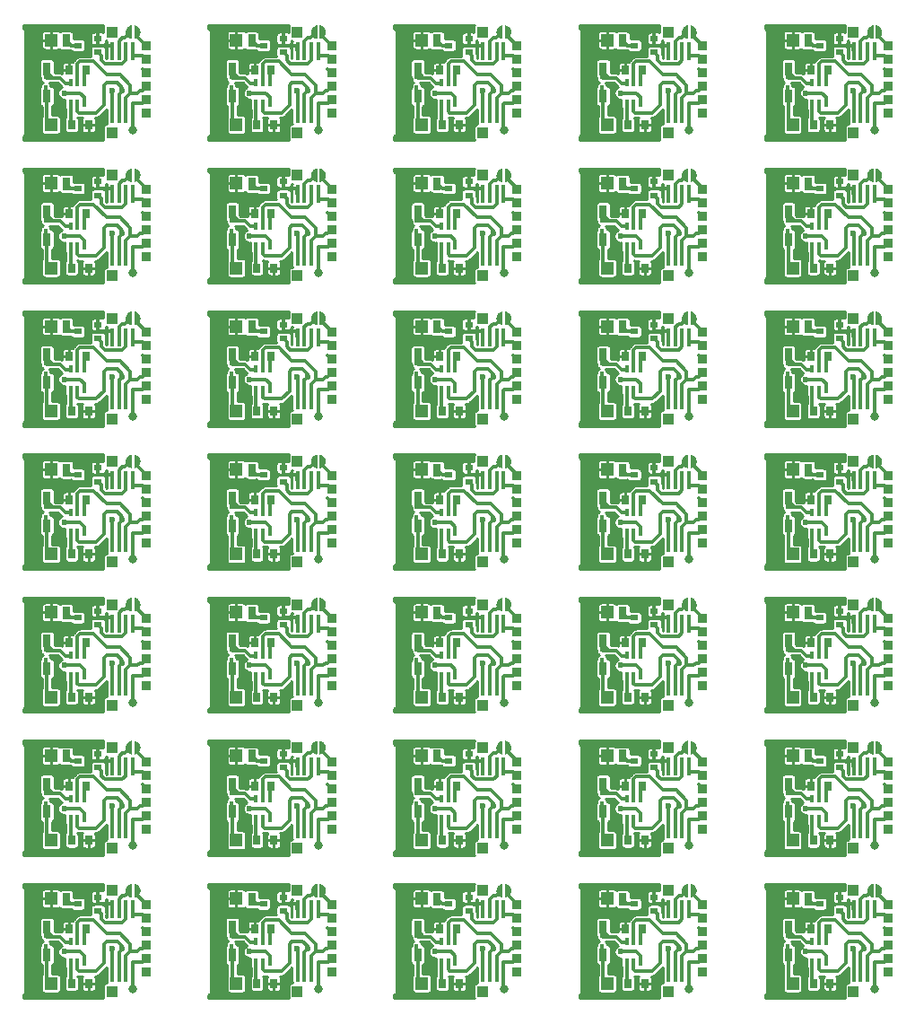
<source format=gtl>
%TF.GenerationSoftware,KiCad,Pcbnew,(5.1.6)-1*%
%TF.CreationDate,2020-09-22T23:21:26+09:00*%
%TF.ProjectId,funcdecoder_tomix_pcb_0773_0507_rev0_panelize_94_5mm_92_5mm,66756e63-6465-4636-9f64-65725f746f6d,rev?*%
%TF.SameCoordinates,PX66ff300PY337f980*%
%TF.FileFunction,Copper,L1,Top*%
%TF.FilePolarity,Positive*%
%FSLAX46Y46*%
G04 Gerber Fmt 4.6, Leading zero omitted, Abs format (unit mm)*
G04 Created by KiCad (PCBNEW (5.1.6)-1) date 2020-09-22 23:21:26*
%MOMM*%
%LPD*%
G01*
G04 APERTURE LIST*
%TA.AperFunction,SMDPad,CuDef*%
%ADD10R,0.300000X0.500000*%
%TD*%
%TA.AperFunction,SMDPad,CuDef*%
%ADD11R,0.750000X1.300000*%
%TD*%
%TA.AperFunction,ComponentPad*%
%ADD12R,1.000000X1.000000*%
%TD*%
%TA.AperFunction,SMDPad,CuDef*%
%ADD13R,0.800000X1.200000*%
%TD*%
%TA.AperFunction,ComponentPad*%
%ADD14R,0.950000X0.950000*%
%TD*%
%TA.AperFunction,SMDPad,CuDef*%
%ADD15R,0.700000X0.900000*%
%TD*%
%TA.AperFunction,SMDPad,CuDef*%
%ADD16R,0.800000X0.600000*%
%TD*%
%TA.AperFunction,ComponentPad*%
%ADD17R,1.200000X1.200000*%
%TD*%
%TA.AperFunction,SMDPad,CuDef*%
%ADD18R,0.400000X0.800000*%
%TD*%
%TA.AperFunction,SMDPad,CuDef*%
%ADD19C,0.100000*%
%TD*%
%TA.AperFunction,SMDPad,CuDef*%
%ADD20R,0.400000X1.700000*%
%TD*%
%TA.AperFunction,ViaPad*%
%ADD21C,0.600000*%
%TD*%
%TA.AperFunction,ViaPad*%
%ADD22C,0.800000*%
%TD*%
%TA.AperFunction,Conductor*%
%ADD23C,0.300000*%
%TD*%
%TA.AperFunction,Conductor*%
%ADD24C,0.250000*%
%TD*%
G04 APERTURE END LIST*
D10*
%TO.P,D3,2*%
%TO.N,+12V*%
X78250000Y-87300000D03*
%TO.P,D3,1*%
%TO.N,Net-(D3-Pad1)*%
X78250000Y-86200000D03*
D11*
%TO.P,D3,2*%
%TO.N,+12V*%
X78375000Y-88050000D03*
%TO.P,D3,1*%
%TO.N,Net-(D3-Pad1)*%
X78375000Y-85450000D03*
%TD*%
D10*
%TO.P,D3,2*%
%TO.N,+12V*%
X60750000Y-87300000D03*
%TO.P,D3,1*%
%TO.N,Net-(D3-Pad1)*%
X60750000Y-86200000D03*
D11*
%TO.P,D3,2*%
%TO.N,+12V*%
X60875000Y-88050000D03*
%TO.P,D3,1*%
%TO.N,Net-(D3-Pad1)*%
X60875000Y-85450000D03*
%TD*%
D10*
%TO.P,D3,2*%
%TO.N,+12V*%
X43250000Y-87300000D03*
%TO.P,D3,1*%
%TO.N,Net-(D3-Pad1)*%
X43250000Y-86200000D03*
D11*
%TO.P,D3,2*%
%TO.N,+12V*%
X43375000Y-88050000D03*
%TO.P,D3,1*%
%TO.N,Net-(D3-Pad1)*%
X43375000Y-85450000D03*
%TD*%
D10*
%TO.P,D3,2*%
%TO.N,+12V*%
X25750000Y-87300000D03*
%TO.P,D3,1*%
%TO.N,Net-(D3-Pad1)*%
X25750000Y-86200000D03*
D11*
%TO.P,D3,2*%
%TO.N,+12V*%
X25875000Y-88050000D03*
%TO.P,D3,1*%
%TO.N,Net-(D3-Pad1)*%
X25875000Y-85450000D03*
%TD*%
D10*
%TO.P,D3,2*%
%TO.N,+12V*%
X8250000Y-87300000D03*
%TO.P,D3,1*%
%TO.N,Net-(D3-Pad1)*%
X8250000Y-86200000D03*
D11*
%TO.P,D3,2*%
%TO.N,+12V*%
X8375000Y-88050000D03*
%TO.P,D3,1*%
%TO.N,Net-(D3-Pad1)*%
X8375000Y-85450000D03*
%TD*%
D10*
%TO.P,D3,2*%
%TO.N,+12V*%
X78250000Y-73800000D03*
%TO.P,D3,1*%
%TO.N,Net-(D3-Pad1)*%
X78250000Y-72700000D03*
D11*
%TO.P,D3,2*%
%TO.N,+12V*%
X78375000Y-74550000D03*
%TO.P,D3,1*%
%TO.N,Net-(D3-Pad1)*%
X78375000Y-71950000D03*
%TD*%
D10*
%TO.P,D3,2*%
%TO.N,+12V*%
X60750000Y-73800000D03*
%TO.P,D3,1*%
%TO.N,Net-(D3-Pad1)*%
X60750000Y-72700000D03*
D11*
%TO.P,D3,2*%
%TO.N,+12V*%
X60875000Y-74550000D03*
%TO.P,D3,1*%
%TO.N,Net-(D3-Pad1)*%
X60875000Y-71950000D03*
%TD*%
D10*
%TO.P,D3,2*%
%TO.N,+12V*%
X43250000Y-73800000D03*
%TO.P,D3,1*%
%TO.N,Net-(D3-Pad1)*%
X43250000Y-72700000D03*
D11*
%TO.P,D3,2*%
%TO.N,+12V*%
X43375000Y-74550000D03*
%TO.P,D3,1*%
%TO.N,Net-(D3-Pad1)*%
X43375000Y-71950000D03*
%TD*%
D10*
%TO.P,D3,2*%
%TO.N,+12V*%
X25750000Y-73800000D03*
%TO.P,D3,1*%
%TO.N,Net-(D3-Pad1)*%
X25750000Y-72700000D03*
D11*
%TO.P,D3,2*%
%TO.N,+12V*%
X25875000Y-74550000D03*
%TO.P,D3,1*%
%TO.N,Net-(D3-Pad1)*%
X25875000Y-71950000D03*
%TD*%
D10*
%TO.P,D3,2*%
%TO.N,+12V*%
X8250000Y-73800000D03*
%TO.P,D3,1*%
%TO.N,Net-(D3-Pad1)*%
X8250000Y-72700000D03*
D11*
%TO.P,D3,2*%
%TO.N,+12V*%
X8375000Y-74550000D03*
%TO.P,D3,1*%
%TO.N,Net-(D3-Pad1)*%
X8375000Y-71950000D03*
%TD*%
D10*
%TO.P,D3,2*%
%TO.N,+12V*%
X78250000Y-60300000D03*
%TO.P,D3,1*%
%TO.N,Net-(D3-Pad1)*%
X78250000Y-59200000D03*
D11*
%TO.P,D3,2*%
%TO.N,+12V*%
X78375000Y-61050000D03*
%TO.P,D3,1*%
%TO.N,Net-(D3-Pad1)*%
X78375000Y-58450000D03*
%TD*%
D10*
%TO.P,D3,2*%
%TO.N,+12V*%
X60750000Y-60300000D03*
%TO.P,D3,1*%
%TO.N,Net-(D3-Pad1)*%
X60750000Y-59200000D03*
D11*
%TO.P,D3,2*%
%TO.N,+12V*%
X60875000Y-61050000D03*
%TO.P,D3,1*%
%TO.N,Net-(D3-Pad1)*%
X60875000Y-58450000D03*
%TD*%
D10*
%TO.P,D3,2*%
%TO.N,+12V*%
X43250000Y-60300000D03*
%TO.P,D3,1*%
%TO.N,Net-(D3-Pad1)*%
X43250000Y-59200000D03*
D11*
%TO.P,D3,2*%
%TO.N,+12V*%
X43375000Y-61050000D03*
%TO.P,D3,1*%
%TO.N,Net-(D3-Pad1)*%
X43375000Y-58450000D03*
%TD*%
D10*
%TO.P,D3,2*%
%TO.N,+12V*%
X25750000Y-60300000D03*
%TO.P,D3,1*%
%TO.N,Net-(D3-Pad1)*%
X25750000Y-59200000D03*
D11*
%TO.P,D3,2*%
%TO.N,+12V*%
X25875000Y-61050000D03*
%TO.P,D3,1*%
%TO.N,Net-(D3-Pad1)*%
X25875000Y-58450000D03*
%TD*%
D10*
%TO.P,D3,2*%
%TO.N,+12V*%
X8250000Y-60300000D03*
%TO.P,D3,1*%
%TO.N,Net-(D3-Pad1)*%
X8250000Y-59200000D03*
D11*
%TO.P,D3,2*%
%TO.N,+12V*%
X8375000Y-61050000D03*
%TO.P,D3,1*%
%TO.N,Net-(D3-Pad1)*%
X8375000Y-58450000D03*
%TD*%
D10*
%TO.P,D3,2*%
%TO.N,+12V*%
X78250000Y-46800000D03*
%TO.P,D3,1*%
%TO.N,Net-(D3-Pad1)*%
X78250000Y-45700000D03*
D11*
%TO.P,D3,2*%
%TO.N,+12V*%
X78375000Y-47550000D03*
%TO.P,D3,1*%
%TO.N,Net-(D3-Pad1)*%
X78375000Y-44950000D03*
%TD*%
D10*
%TO.P,D3,2*%
%TO.N,+12V*%
X60750000Y-46800000D03*
%TO.P,D3,1*%
%TO.N,Net-(D3-Pad1)*%
X60750000Y-45700000D03*
D11*
%TO.P,D3,2*%
%TO.N,+12V*%
X60875000Y-47550000D03*
%TO.P,D3,1*%
%TO.N,Net-(D3-Pad1)*%
X60875000Y-44950000D03*
%TD*%
D10*
%TO.P,D3,2*%
%TO.N,+12V*%
X43250000Y-46800000D03*
%TO.P,D3,1*%
%TO.N,Net-(D3-Pad1)*%
X43250000Y-45700000D03*
D11*
%TO.P,D3,2*%
%TO.N,+12V*%
X43375000Y-47550000D03*
%TO.P,D3,1*%
%TO.N,Net-(D3-Pad1)*%
X43375000Y-44950000D03*
%TD*%
D10*
%TO.P,D3,2*%
%TO.N,+12V*%
X25750000Y-46800000D03*
%TO.P,D3,1*%
%TO.N,Net-(D3-Pad1)*%
X25750000Y-45700000D03*
D11*
%TO.P,D3,2*%
%TO.N,+12V*%
X25875000Y-47550000D03*
%TO.P,D3,1*%
%TO.N,Net-(D3-Pad1)*%
X25875000Y-44950000D03*
%TD*%
D10*
%TO.P,D3,2*%
%TO.N,+12V*%
X8250000Y-46800000D03*
%TO.P,D3,1*%
%TO.N,Net-(D3-Pad1)*%
X8250000Y-45700000D03*
D11*
%TO.P,D3,2*%
%TO.N,+12V*%
X8375000Y-47550000D03*
%TO.P,D3,1*%
%TO.N,Net-(D3-Pad1)*%
X8375000Y-44950000D03*
%TD*%
D10*
%TO.P,D3,2*%
%TO.N,+12V*%
X78250000Y-33300000D03*
%TO.P,D3,1*%
%TO.N,Net-(D3-Pad1)*%
X78250000Y-32200000D03*
D11*
%TO.P,D3,2*%
%TO.N,+12V*%
X78375000Y-34050000D03*
%TO.P,D3,1*%
%TO.N,Net-(D3-Pad1)*%
X78375000Y-31450000D03*
%TD*%
D10*
%TO.P,D3,2*%
%TO.N,+12V*%
X60750000Y-33300000D03*
%TO.P,D3,1*%
%TO.N,Net-(D3-Pad1)*%
X60750000Y-32200000D03*
D11*
%TO.P,D3,2*%
%TO.N,+12V*%
X60875000Y-34050000D03*
%TO.P,D3,1*%
%TO.N,Net-(D3-Pad1)*%
X60875000Y-31450000D03*
%TD*%
D10*
%TO.P,D3,2*%
%TO.N,+12V*%
X43250000Y-33300000D03*
%TO.P,D3,1*%
%TO.N,Net-(D3-Pad1)*%
X43250000Y-32200000D03*
D11*
%TO.P,D3,2*%
%TO.N,+12V*%
X43375000Y-34050000D03*
%TO.P,D3,1*%
%TO.N,Net-(D3-Pad1)*%
X43375000Y-31450000D03*
%TD*%
D10*
%TO.P,D3,2*%
%TO.N,+12V*%
X25750000Y-33300000D03*
%TO.P,D3,1*%
%TO.N,Net-(D3-Pad1)*%
X25750000Y-32200000D03*
D11*
%TO.P,D3,2*%
%TO.N,+12V*%
X25875000Y-34050000D03*
%TO.P,D3,1*%
%TO.N,Net-(D3-Pad1)*%
X25875000Y-31450000D03*
%TD*%
D10*
%TO.P,D3,2*%
%TO.N,+12V*%
X8250000Y-33300000D03*
%TO.P,D3,1*%
%TO.N,Net-(D3-Pad1)*%
X8250000Y-32200000D03*
D11*
%TO.P,D3,2*%
%TO.N,+12V*%
X8375000Y-34050000D03*
%TO.P,D3,1*%
%TO.N,Net-(D3-Pad1)*%
X8375000Y-31450000D03*
%TD*%
D10*
%TO.P,D3,2*%
%TO.N,+12V*%
X78250000Y-19800000D03*
%TO.P,D3,1*%
%TO.N,Net-(D3-Pad1)*%
X78250000Y-18700000D03*
D11*
%TO.P,D3,2*%
%TO.N,+12V*%
X78375000Y-20550000D03*
%TO.P,D3,1*%
%TO.N,Net-(D3-Pad1)*%
X78375000Y-17950000D03*
%TD*%
D10*
%TO.P,D3,2*%
%TO.N,+12V*%
X60750000Y-19800000D03*
%TO.P,D3,1*%
%TO.N,Net-(D3-Pad1)*%
X60750000Y-18700000D03*
D11*
%TO.P,D3,2*%
%TO.N,+12V*%
X60875000Y-20550000D03*
%TO.P,D3,1*%
%TO.N,Net-(D3-Pad1)*%
X60875000Y-17950000D03*
%TD*%
D10*
%TO.P,D3,2*%
%TO.N,+12V*%
X43250000Y-19800000D03*
%TO.P,D3,1*%
%TO.N,Net-(D3-Pad1)*%
X43250000Y-18700000D03*
D11*
%TO.P,D3,2*%
%TO.N,+12V*%
X43375000Y-20550000D03*
%TO.P,D3,1*%
%TO.N,Net-(D3-Pad1)*%
X43375000Y-17950000D03*
%TD*%
D10*
%TO.P,D3,2*%
%TO.N,+12V*%
X25750000Y-19800000D03*
%TO.P,D3,1*%
%TO.N,Net-(D3-Pad1)*%
X25750000Y-18700000D03*
D11*
%TO.P,D3,2*%
%TO.N,+12V*%
X25875000Y-20550000D03*
%TO.P,D3,1*%
%TO.N,Net-(D3-Pad1)*%
X25875000Y-17950000D03*
%TD*%
D10*
%TO.P,D3,2*%
%TO.N,+12V*%
X8250000Y-19800000D03*
%TO.P,D3,1*%
%TO.N,Net-(D3-Pad1)*%
X8250000Y-18700000D03*
D11*
%TO.P,D3,2*%
%TO.N,+12V*%
X8375000Y-20550000D03*
%TO.P,D3,1*%
%TO.N,Net-(D3-Pad1)*%
X8375000Y-17950000D03*
%TD*%
D10*
%TO.P,D3,2*%
%TO.N,+12V*%
X78250000Y-6300000D03*
%TO.P,D3,1*%
%TO.N,Net-(D3-Pad1)*%
X78250000Y-5200000D03*
D11*
%TO.P,D3,2*%
%TO.N,+12V*%
X78375000Y-7050000D03*
%TO.P,D3,1*%
%TO.N,Net-(D3-Pad1)*%
X78375000Y-4450000D03*
%TD*%
D10*
%TO.P,D3,2*%
%TO.N,+12V*%
X60750000Y-6300000D03*
%TO.P,D3,1*%
%TO.N,Net-(D3-Pad1)*%
X60750000Y-5200000D03*
D11*
%TO.P,D3,2*%
%TO.N,+12V*%
X60875000Y-7050000D03*
%TO.P,D3,1*%
%TO.N,Net-(D3-Pad1)*%
X60875000Y-4450000D03*
%TD*%
D10*
%TO.P,D3,2*%
%TO.N,+12V*%
X43250000Y-6300000D03*
%TO.P,D3,1*%
%TO.N,Net-(D3-Pad1)*%
X43250000Y-5200000D03*
D11*
%TO.P,D3,2*%
%TO.N,+12V*%
X43375000Y-7050000D03*
%TO.P,D3,1*%
%TO.N,Net-(D3-Pad1)*%
X43375000Y-4450000D03*
%TD*%
D10*
%TO.P,D3,2*%
%TO.N,+12V*%
X25750000Y-6300000D03*
%TO.P,D3,1*%
%TO.N,Net-(D3-Pad1)*%
X25750000Y-5200000D03*
D11*
%TO.P,D3,2*%
%TO.N,+12V*%
X25875000Y-7050000D03*
%TO.P,D3,1*%
%TO.N,Net-(D3-Pad1)*%
X25875000Y-4450000D03*
%TD*%
D12*
%TO.P,J2,1*%
%TO.N,RAIL+*%
X84500000Y-82000000D03*
%TD*%
%TO.P,J2,1*%
%TO.N,RAIL+*%
X67000000Y-82000000D03*
%TD*%
%TO.P,J2,1*%
%TO.N,RAIL+*%
X49500000Y-82000000D03*
%TD*%
%TO.P,J2,1*%
%TO.N,RAIL+*%
X32000000Y-82000000D03*
%TD*%
%TO.P,J2,1*%
%TO.N,RAIL+*%
X14500000Y-82000000D03*
%TD*%
%TO.P,J2,1*%
%TO.N,RAIL+*%
X84500000Y-68500000D03*
%TD*%
%TO.P,J2,1*%
%TO.N,RAIL+*%
X67000000Y-68500000D03*
%TD*%
%TO.P,J2,1*%
%TO.N,RAIL+*%
X49500000Y-68500000D03*
%TD*%
%TO.P,J2,1*%
%TO.N,RAIL+*%
X32000000Y-68500000D03*
%TD*%
%TO.P,J2,1*%
%TO.N,RAIL+*%
X14500000Y-68500000D03*
%TD*%
%TO.P,J2,1*%
%TO.N,RAIL+*%
X84500000Y-55000000D03*
%TD*%
%TO.P,J2,1*%
%TO.N,RAIL+*%
X67000000Y-55000000D03*
%TD*%
%TO.P,J2,1*%
%TO.N,RAIL+*%
X49500000Y-55000000D03*
%TD*%
%TO.P,J2,1*%
%TO.N,RAIL+*%
X32000000Y-55000000D03*
%TD*%
%TO.P,J2,1*%
%TO.N,RAIL+*%
X14500000Y-55000000D03*
%TD*%
%TO.P,J2,1*%
%TO.N,RAIL+*%
X84500000Y-41500000D03*
%TD*%
%TO.P,J2,1*%
%TO.N,RAIL+*%
X67000000Y-41500000D03*
%TD*%
%TO.P,J2,1*%
%TO.N,RAIL+*%
X49500000Y-41500000D03*
%TD*%
%TO.P,J2,1*%
%TO.N,RAIL+*%
X32000000Y-41500000D03*
%TD*%
%TO.P,J2,1*%
%TO.N,RAIL+*%
X14500000Y-41500000D03*
%TD*%
%TO.P,J2,1*%
%TO.N,RAIL+*%
X84500000Y-28000000D03*
%TD*%
%TO.P,J2,1*%
%TO.N,RAIL+*%
X67000000Y-28000000D03*
%TD*%
%TO.P,J2,1*%
%TO.N,RAIL+*%
X49500000Y-28000000D03*
%TD*%
%TO.P,J2,1*%
%TO.N,RAIL+*%
X32000000Y-28000000D03*
%TD*%
%TO.P,J2,1*%
%TO.N,RAIL+*%
X14500000Y-28000000D03*
%TD*%
%TO.P,J2,1*%
%TO.N,RAIL+*%
X84500000Y-14500000D03*
%TD*%
%TO.P,J2,1*%
%TO.N,RAIL+*%
X67000000Y-14500000D03*
%TD*%
%TO.P,J2,1*%
%TO.N,RAIL+*%
X49500000Y-14500000D03*
%TD*%
%TO.P,J2,1*%
%TO.N,RAIL+*%
X32000000Y-14500000D03*
%TD*%
%TO.P,J2,1*%
%TO.N,RAIL+*%
X14500000Y-14500000D03*
%TD*%
%TO.P,J2,1*%
%TO.N,RAIL+*%
X84500000Y-1000000D03*
%TD*%
%TO.P,J2,1*%
%TO.N,RAIL+*%
X67000000Y-1000000D03*
%TD*%
%TO.P,J2,1*%
%TO.N,RAIL+*%
X49500000Y-1000000D03*
%TD*%
%TO.P,J2,1*%
%TO.N,RAIL+*%
X32000000Y-1000000D03*
%TD*%
D13*
%TO.P,PAD4,1*%
%TO.N,FX2*%
X80200000Y-82800000D03*
%TD*%
%TO.P,PAD4,1*%
%TO.N,FX2*%
X62700000Y-82800000D03*
%TD*%
%TO.P,PAD4,1*%
%TO.N,FX2*%
X45200000Y-82800000D03*
%TD*%
%TO.P,PAD4,1*%
%TO.N,FX2*%
X27700000Y-82800000D03*
%TD*%
%TO.P,PAD4,1*%
%TO.N,FX2*%
X10200000Y-82800000D03*
%TD*%
%TO.P,PAD4,1*%
%TO.N,FX2*%
X80200000Y-69300000D03*
%TD*%
%TO.P,PAD4,1*%
%TO.N,FX2*%
X62700000Y-69300000D03*
%TD*%
%TO.P,PAD4,1*%
%TO.N,FX2*%
X45200000Y-69300000D03*
%TD*%
%TO.P,PAD4,1*%
%TO.N,FX2*%
X27700000Y-69300000D03*
%TD*%
%TO.P,PAD4,1*%
%TO.N,FX2*%
X10200000Y-69300000D03*
%TD*%
%TO.P,PAD4,1*%
%TO.N,FX2*%
X80200000Y-55800000D03*
%TD*%
%TO.P,PAD4,1*%
%TO.N,FX2*%
X62700000Y-55800000D03*
%TD*%
%TO.P,PAD4,1*%
%TO.N,FX2*%
X45200000Y-55800000D03*
%TD*%
%TO.P,PAD4,1*%
%TO.N,FX2*%
X27700000Y-55800000D03*
%TD*%
%TO.P,PAD4,1*%
%TO.N,FX2*%
X10200000Y-55800000D03*
%TD*%
%TO.P,PAD4,1*%
%TO.N,FX2*%
X80200000Y-42300000D03*
%TD*%
%TO.P,PAD4,1*%
%TO.N,FX2*%
X62700000Y-42300000D03*
%TD*%
%TO.P,PAD4,1*%
%TO.N,FX2*%
X45200000Y-42300000D03*
%TD*%
%TO.P,PAD4,1*%
%TO.N,FX2*%
X27700000Y-42300000D03*
%TD*%
%TO.P,PAD4,1*%
%TO.N,FX2*%
X10200000Y-42300000D03*
%TD*%
%TO.P,PAD4,1*%
%TO.N,FX2*%
X80200000Y-28800000D03*
%TD*%
%TO.P,PAD4,1*%
%TO.N,FX2*%
X62700000Y-28800000D03*
%TD*%
%TO.P,PAD4,1*%
%TO.N,FX2*%
X45200000Y-28800000D03*
%TD*%
%TO.P,PAD4,1*%
%TO.N,FX2*%
X27700000Y-28800000D03*
%TD*%
%TO.P,PAD4,1*%
%TO.N,FX2*%
X10200000Y-28800000D03*
%TD*%
%TO.P,PAD4,1*%
%TO.N,FX2*%
X80200000Y-15300000D03*
%TD*%
%TO.P,PAD4,1*%
%TO.N,FX2*%
X62700000Y-15300000D03*
%TD*%
%TO.P,PAD4,1*%
%TO.N,FX2*%
X45200000Y-15300000D03*
%TD*%
%TO.P,PAD4,1*%
%TO.N,FX2*%
X27700000Y-15300000D03*
%TD*%
%TO.P,PAD4,1*%
%TO.N,FX2*%
X10200000Y-15300000D03*
%TD*%
%TO.P,PAD4,1*%
%TO.N,FX2*%
X80200000Y-1800000D03*
%TD*%
%TO.P,PAD4,1*%
%TO.N,FX2*%
X62700000Y-1800000D03*
%TD*%
%TO.P,PAD4,1*%
%TO.N,FX2*%
X45200000Y-1800000D03*
%TD*%
%TO.P,PAD4,1*%
%TO.N,FX2*%
X27700000Y-1800000D03*
%TD*%
D14*
%TO.P,J1,6*%
%TO.N,GND*%
X87750000Y-83325000D03*
%TO.P,J1,5*%
%TO.N,RESET*%
X87750000Y-84595000D03*
%TO.P,J1,4*%
%TO.N,MOSI*%
X87750000Y-85865000D03*
%TO.P,J1,3*%
%TO.N,Func1_Rev*%
X87750000Y-87135000D03*
%TO.P,J1,2*%
%TO.N,+5V*%
X87750000Y-88405000D03*
%TO.P,J1,1*%
%TO.N,Func1_For*%
X87750000Y-89675000D03*
%TD*%
%TO.P,J1,6*%
%TO.N,GND*%
X70250000Y-83325000D03*
%TO.P,J1,5*%
%TO.N,RESET*%
X70250000Y-84595000D03*
%TO.P,J1,4*%
%TO.N,MOSI*%
X70250000Y-85865000D03*
%TO.P,J1,3*%
%TO.N,Func1_Rev*%
X70250000Y-87135000D03*
%TO.P,J1,2*%
%TO.N,+5V*%
X70250000Y-88405000D03*
%TO.P,J1,1*%
%TO.N,Func1_For*%
X70250000Y-89675000D03*
%TD*%
%TO.P,J1,6*%
%TO.N,GND*%
X52750000Y-83325000D03*
%TO.P,J1,5*%
%TO.N,RESET*%
X52750000Y-84595000D03*
%TO.P,J1,4*%
%TO.N,MOSI*%
X52750000Y-85865000D03*
%TO.P,J1,3*%
%TO.N,Func1_Rev*%
X52750000Y-87135000D03*
%TO.P,J1,2*%
%TO.N,+5V*%
X52750000Y-88405000D03*
%TO.P,J1,1*%
%TO.N,Func1_For*%
X52750000Y-89675000D03*
%TD*%
%TO.P,J1,6*%
%TO.N,GND*%
X35250000Y-83325000D03*
%TO.P,J1,5*%
%TO.N,RESET*%
X35250000Y-84595000D03*
%TO.P,J1,4*%
%TO.N,MOSI*%
X35250000Y-85865000D03*
%TO.P,J1,3*%
%TO.N,Func1_Rev*%
X35250000Y-87135000D03*
%TO.P,J1,2*%
%TO.N,+5V*%
X35250000Y-88405000D03*
%TO.P,J1,1*%
%TO.N,Func1_For*%
X35250000Y-89675000D03*
%TD*%
%TO.P,J1,6*%
%TO.N,GND*%
X17750000Y-83325000D03*
%TO.P,J1,5*%
%TO.N,RESET*%
X17750000Y-84595000D03*
%TO.P,J1,4*%
%TO.N,MOSI*%
X17750000Y-85865000D03*
%TO.P,J1,3*%
%TO.N,Func1_Rev*%
X17750000Y-87135000D03*
%TO.P,J1,2*%
%TO.N,+5V*%
X17750000Y-88405000D03*
%TO.P,J1,1*%
%TO.N,Func1_For*%
X17750000Y-89675000D03*
%TD*%
%TO.P,J1,6*%
%TO.N,GND*%
X87750000Y-69825000D03*
%TO.P,J1,5*%
%TO.N,RESET*%
X87750000Y-71095000D03*
%TO.P,J1,4*%
%TO.N,MOSI*%
X87750000Y-72365000D03*
%TO.P,J1,3*%
%TO.N,Func1_Rev*%
X87750000Y-73635000D03*
%TO.P,J1,2*%
%TO.N,+5V*%
X87750000Y-74905000D03*
%TO.P,J1,1*%
%TO.N,Func1_For*%
X87750000Y-76175000D03*
%TD*%
%TO.P,J1,6*%
%TO.N,GND*%
X70250000Y-69825000D03*
%TO.P,J1,5*%
%TO.N,RESET*%
X70250000Y-71095000D03*
%TO.P,J1,4*%
%TO.N,MOSI*%
X70250000Y-72365000D03*
%TO.P,J1,3*%
%TO.N,Func1_Rev*%
X70250000Y-73635000D03*
%TO.P,J1,2*%
%TO.N,+5V*%
X70250000Y-74905000D03*
%TO.P,J1,1*%
%TO.N,Func1_For*%
X70250000Y-76175000D03*
%TD*%
%TO.P,J1,6*%
%TO.N,GND*%
X52750000Y-69825000D03*
%TO.P,J1,5*%
%TO.N,RESET*%
X52750000Y-71095000D03*
%TO.P,J1,4*%
%TO.N,MOSI*%
X52750000Y-72365000D03*
%TO.P,J1,3*%
%TO.N,Func1_Rev*%
X52750000Y-73635000D03*
%TO.P,J1,2*%
%TO.N,+5V*%
X52750000Y-74905000D03*
%TO.P,J1,1*%
%TO.N,Func1_For*%
X52750000Y-76175000D03*
%TD*%
%TO.P,J1,6*%
%TO.N,GND*%
X35250000Y-69825000D03*
%TO.P,J1,5*%
%TO.N,RESET*%
X35250000Y-71095000D03*
%TO.P,J1,4*%
%TO.N,MOSI*%
X35250000Y-72365000D03*
%TO.P,J1,3*%
%TO.N,Func1_Rev*%
X35250000Y-73635000D03*
%TO.P,J1,2*%
%TO.N,+5V*%
X35250000Y-74905000D03*
%TO.P,J1,1*%
%TO.N,Func1_For*%
X35250000Y-76175000D03*
%TD*%
%TO.P,J1,6*%
%TO.N,GND*%
X17750000Y-69825000D03*
%TO.P,J1,5*%
%TO.N,RESET*%
X17750000Y-71095000D03*
%TO.P,J1,4*%
%TO.N,MOSI*%
X17750000Y-72365000D03*
%TO.P,J1,3*%
%TO.N,Func1_Rev*%
X17750000Y-73635000D03*
%TO.P,J1,2*%
%TO.N,+5V*%
X17750000Y-74905000D03*
%TO.P,J1,1*%
%TO.N,Func1_For*%
X17750000Y-76175000D03*
%TD*%
%TO.P,J1,6*%
%TO.N,GND*%
X87750000Y-56325000D03*
%TO.P,J1,5*%
%TO.N,RESET*%
X87750000Y-57595000D03*
%TO.P,J1,4*%
%TO.N,MOSI*%
X87750000Y-58865000D03*
%TO.P,J1,3*%
%TO.N,Func1_Rev*%
X87750000Y-60135000D03*
%TO.P,J1,2*%
%TO.N,+5V*%
X87750000Y-61405000D03*
%TO.P,J1,1*%
%TO.N,Func1_For*%
X87750000Y-62675000D03*
%TD*%
%TO.P,J1,6*%
%TO.N,GND*%
X70250000Y-56325000D03*
%TO.P,J1,5*%
%TO.N,RESET*%
X70250000Y-57595000D03*
%TO.P,J1,4*%
%TO.N,MOSI*%
X70250000Y-58865000D03*
%TO.P,J1,3*%
%TO.N,Func1_Rev*%
X70250000Y-60135000D03*
%TO.P,J1,2*%
%TO.N,+5V*%
X70250000Y-61405000D03*
%TO.P,J1,1*%
%TO.N,Func1_For*%
X70250000Y-62675000D03*
%TD*%
%TO.P,J1,6*%
%TO.N,GND*%
X52750000Y-56325000D03*
%TO.P,J1,5*%
%TO.N,RESET*%
X52750000Y-57595000D03*
%TO.P,J1,4*%
%TO.N,MOSI*%
X52750000Y-58865000D03*
%TO.P,J1,3*%
%TO.N,Func1_Rev*%
X52750000Y-60135000D03*
%TO.P,J1,2*%
%TO.N,+5V*%
X52750000Y-61405000D03*
%TO.P,J1,1*%
%TO.N,Func1_For*%
X52750000Y-62675000D03*
%TD*%
%TO.P,J1,6*%
%TO.N,GND*%
X35250000Y-56325000D03*
%TO.P,J1,5*%
%TO.N,RESET*%
X35250000Y-57595000D03*
%TO.P,J1,4*%
%TO.N,MOSI*%
X35250000Y-58865000D03*
%TO.P,J1,3*%
%TO.N,Func1_Rev*%
X35250000Y-60135000D03*
%TO.P,J1,2*%
%TO.N,+5V*%
X35250000Y-61405000D03*
%TO.P,J1,1*%
%TO.N,Func1_For*%
X35250000Y-62675000D03*
%TD*%
%TO.P,J1,6*%
%TO.N,GND*%
X17750000Y-56325000D03*
%TO.P,J1,5*%
%TO.N,RESET*%
X17750000Y-57595000D03*
%TO.P,J1,4*%
%TO.N,MOSI*%
X17750000Y-58865000D03*
%TO.P,J1,3*%
%TO.N,Func1_Rev*%
X17750000Y-60135000D03*
%TO.P,J1,2*%
%TO.N,+5V*%
X17750000Y-61405000D03*
%TO.P,J1,1*%
%TO.N,Func1_For*%
X17750000Y-62675000D03*
%TD*%
%TO.P,J1,6*%
%TO.N,GND*%
X87750000Y-42825000D03*
%TO.P,J1,5*%
%TO.N,RESET*%
X87750000Y-44095000D03*
%TO.P,J1,4*%
%TO.N,MOSI*%
X87750000Y-45365000D03*
%TO.P,J1,3*%
%TO.N,Func1_Rev*%
X87750000Y-46635000D03*
%TO.P,J1,2*%
%TO.N,+5V*%
X87750000Y-47905000D03*
%TO.P,J1,1*%
%TO.N,Func1_For*%
X87750000Y-49175000D03*
%TD*%
%TO.P,J1,6*%
%TO.N,GND*%
X70250000Y-42825000D03*
%TO.P,J1,5*%
%TO.N,RESET*%
X70250000Y-44095000D03*
%TO.P,J1,4*%
%TO.N,MOSI*%
X70250000Y-45365000D03*
%TO.P,J1,3*%
%TO.N,Func1_Rev*%
X70250000Y-46635000D03*
%TO.P,J1,2*%
%TO.N,+5V*%
X70250000Y-47905000D03*
%TO.P,J1,1*%
%TO.N,Func1_For*%
X70250000Y-49175000D03*
%TD*%
%TO.P,J1,6*%
%TO.N,GND*%
X52750000Y-42825000D03*
%TO.P,J1,5*%
%TO.N,RESET*%
X52750000Y-44095000D03*
%TO.P,J1,4*%
%TO.N,MOSI*%
X52750000Y-45365000D03*
%TO.P,J1,3*%
%TO.N,Func1_Rev*%
X52750000Y-46635000D03*
%TO.P,J1,2*%
%TO.N,+5V*%
X52750000Y-47905000D03*
%TO.P,J1,1*%
%TO.N,Func1_For*%
X52750000Y-49175000D03*
%TD*%
%TO.P,J1,6*%
%TO.N,GND*%
X35250000Y-42825000D03*
%TO.P,J1,5*%
%TO.N,RESET*%
X35250000Y-44095000D03*
%TO.P,J1,4*%
%TO.N,MOSI*%
X35250000Y-45365000D03*
%TO.P,J1,3*%
%TO.N,Func1_Rev*%
X35250000Y-46635000D03*
%TO.P,J1,2*%
%TO.N,+5V*%
X35250000Y-47905000D03*
%TO.P,J1,1*%
%TO.N,Func1_For*%
X35250000Y-49175000D03*
%TD*%
%TO.P,J1,6*%
%TO.N,GND*%
X17750000Y-42825000D03*
%TO.P,J1,5*%
%TO.N,RESET*%
X17750000Y-44095000D03*
%TO.P,J1,4*%
%TO.N,MOSI*%
X17750000Y-45365000D03*
%TO.P,J1,3*%
%TO.N,Func1_Rev*%
X17750000Y-46635000D03*
%TO.P,J1,2*%
%TO.N,+5V*%
X17750000Y-47905000D03*
%TO.P,J1,1*%
%TO.N,Func1_For*%
X17750000Y-49175000D03*
%TD*%
%TO.P,J1,6*%
%TO.N,GND*%
X87750000Y-29325000D03*
%TO.P,J1,5*%
%TO.N,RESET*%
X87750000Y-30595000D03*
%TO.P,J1,4*%
%TO.N,MOSI*%
X87750000Y-31865000D03*
%TO.P,J1,3*%
%TO.N,Func1_Rev*%
X87750000Y-33135000D03*
%TO.P,J1,2*%
%TO.N,+5V*%
X87750000Y-34405000D03*
%TO.P,J1,1*%
%TO.N,Func1_For*%
X87750000Y-35675000D03*
%TD*%
%TO.P,J1,6*%
%TO.N,GND*%
X70250000Y-29325000D03*
%TO.P,J1,5*%
%TO.N,RESET*%
X70250000Y-30595000D03*
%TO.P,J1,4*%
%TO.N,MOSI*%
X70250000Y-31865000D03*
%TO.P,J1,3*%
%TO.N,Func1_Rev*%
X70250000Y-33135000D03*
%TO.P,J1,2*%
%TO.N,+5V*%
X70250000Y-34405000D03*
%TO.P,J1,1*%
%TO.N,Func1_For*%
X70250000Y-35675000D03*
%TD*%
%TO.P,J1,6*%
%TO.N,GND*%
X52750000Y-29325000D03*
%TO.P,J1,5*%
%TO.N,RESET*%
X52750000Y-30595000D03*
%TO.P,J1,4*%
%TO.N,MOSI*%
X52750000Y-31865000D03*
%TO.P,J1,3*%
%TO.N,Func1_Rev*%
X52750000Y-33135000D03*
%TO.P,J1,2*%
%TO.N,+5V*%
X52750000Y-34405000D03*
%TO.P,J1,1*%
%TO.N,Func1_For*%
X52750000Y-35675000D03*
%TD*%
%TO.P,J1,6*%
%TO.N,GND*%
X35250000Y-29325000D03*
%TO.P,J1,5*%
%TO.N,RESET*%
X35250000Y-30595000D03*
%TO.P,J1,4*%
%TO.N,MOSI*%
X35250000Y-31865000D03*
%TO.P,J1,3*%
%TO.N,Func1_Rev*%
X35250000Y-33135000D03*
%TO.P,J1,2*%
%TO.N,+5V*%
X35250000Y-34405000D03*
%TO.P,J1,1*%
%TO.N,Func1_For*%
X35250000Y-35675000D03*
%TD*%
%TO.P,J1,6*%
%TO.N,GND*%
X17750000Y-29325000D03*
%TO.P,J1,5*%
%TO.N,RESET*%
X17750000Y-30595000D03*
%TO.P,J1,4*%
%TO.N,MOSI*%
X17750000Y-31865000D03*
%TO.P,J1,3*%
%TO.N,Func1_Rev*%
X17750000Y-33135000D03*
%TO.P,J1,2*%
%TO.N,+5V*%
X17750000Y-34405000D03*
%TO.P,J1,1*%
%TO.N,Func1_For*%
X17750000Y-35675000D03*
%TD*%
%TO.P,J1,6*%
%TO.N,GND*%
X87750000Y-15825000D03*
%TO.P,J1,5*%
%TO.N,RESET*%
X87750000Y-17095000D03*
%TO.P,J1,4*%
%TO.N,MOSI*%
X87750000Y-18365000D03*
%TO.P,J1,3*%
%TO.N,Func1_Rev*%
X87750000Y-19635000D03*
%TO.P,J1,2*%
%TO.N,+5V*%
X87750000Y-20905000D03*
%TO.P,J1,1*%
%TO.N,Func1_For*%
X87750000Y-22175000D03*
%TD*%
%TO.P,J1,6*%
%TO.N,GND*%
X70250000Y-15825000D03*
%TO.P,J1,5*%
%TO.N,RESET*%
X70250000Y-17095000D03*
%TO.P,J1,4*%
%TO.N,MOSI*%
X70250000Y-18365000D03*
%TO.P,J1,3*%
%TO.N,Func1_Rev*%
X70250000Y-19635000D03*
%TO.P,J1,2*%
%TO.N,+5V*%
X70250000Y-20905000D03*
%TO.P,J1,1*%
%TO.N,Func1_For*%
X70250000Y-22175000D03*
%TD*%
%TO.P,J1,6*%
%TO.N,GND*%
X52750000Y-15825000D03*
%TO.P,J1,5*%
%TO.N,RESET*%
X52750000Y-17095000D03*
%TO.P,J1,4*%
%TO.N,MOSI*%
X52750000Y-18365000D03*
%TO.P,J1,3*%
%TO.N,Func1_Rev*%
X52750000Y-19635000D03*
%TO.P,J1,2*%
%TO.N,+5V*%
X52750000Y-20905000D03*
%TO.P,J1,1*%
%TO.N,Func1_For*%
X52750000Y-22175000D03*
%TD*%
%TO.P,J1,6*%
%TO.N,GND*%
X35250000Y-15825000D03*
%TO.P,J1,5*%
%TO.N,RESET*%
X35250000Y-17095000D03*
%TO.P,J1,4*%
%TO.N,MOSI*%
X35250000Y-18365000D03*
%TO.P,J1,3*%
%TO.N,Func1_Rev*%
X35250000Y-19635000D03*
%TO.P,J1,2*%
%TO.N,+5V*%
X35250000Y-20905000D03*
%TO.P,J1,1*%
%TO.N,Func1_For*%
X35250000Y-22175000D03*
%TD*%
%TO.P,J1,6*%
%TO.N,GND*%
X17750000Y-15825000D03*
%TO.P,J1,5*%
%TO.N,RESET*%
X17750000Y-17095000D03*
%TO.P,J1,4*%
%TO.N,MOSI*%
X17750000Y-18365000D03*
%TO.P,J1,3*%
%TO.N,Func1_Rev*%
X17750000Y-19635000D03*
%TO.P,J1,2*%
%TO.N,+5V*%
X17750000Y-20905000D03*
%TO.P,J1,1*%
%TO.N,Func1_For*%
X17750000Y-22175000D03*
%TD*%
%TO.P,J1,6*%
%TO.N,GND*%
X87750000Y-2325000D03*
%TO.P,J1,5*%
%TO.N,RESET*%
X87750000Y-3595000D03*
%TO.P,J1,4*%
%TO.N,MOSI*%
X87750000Y-4865000D03*
%TO.P,J1,3*%
%TO.N,Func1_Rev*%
X87750000Y-6135000D03*
%TO.P,J1,2*%
%TO.N,+5V*%
X87750000Y-7405000D03*
%TO.P,J1,1*%
%TO.N,Func1_For*%
X87750000Y-8675000D03*
%TD*%
%TO.P,J1,6*%
%TO.N,GND*%
X70250000Y-2325000D03*
%TO.P,J1,5*%
%TO.N,RESET*%
X70250000Y-3595000D03*
%TO.P,J1,4*%
%TO.N,MOSI*%
X70250000Y-4865000D03*
%TO.P,J1,3*%
%TO.N,Func1_Rev*%
X70250000Y-6135000D03*
%TO.P,J1,2*%
%TO.N,+5V*%
X70250000Y-7405000D03*
%TO.P,J1,1*%
%TO.N,Func1_For*%
X70250000Y-8675000D03*
%TD*%
%TO.P,J1,6*%
%TO.N,GND*%
X52750000Y-2325000D03*
%TO.P,J1,5*%
%TO.N,RESET*%
X52750000Y-3595000D03*
%TO.P,J1,4*%
%TO.N,MOSI*%
X52750000Y-4865000D03*
%TO.P,J1,3*%
%TO.N,Func1_Rev*%
X52750000Y-6135000D03*
%TO.P,J1,2*%
%TO.N,+5V*%
X52750000Y-7405000D03*
%TO.P,J1,1*%
%TO.N,Func1_For*%
X52750000Y-8675000D03*
%TD*%
%TO.P,J1,6*%
%TO.N,GND*%
X35250000Y-2325000D03*
%TO.P,J1,5*%
%TO.N,RESET*%
X35250000Y-3595000D03*
%TO.P,J1,4*%
%TO.N,MOSI*%
X35250000Y-4865000D03*
%TO.P,J1,3*%
%TO.N,Func1_Rev*%
X35250000Y-6135000D03*
%TO.P,J1,2*%
%TO.N,+5V*%
X35250000Y-7405000D03*
%TO.P,J1,1*%
%TO.N,Func1_For*%
X35250000Y-8675000D03*
%TD*%
D12*
%TO.P,J3,1*%
%TO.N,RAIL-*%
X84500000Y-91500000D03*
%TD*%
%TO.P,J3,1*%
%TO.N,RAIL-*%
X67000000Y-91500000D03*
%TD*%
%TO.P,J3,1*%
%TO.N,RAIL-*%
X49500000Y-91500000D03*
%TD*%
%TO.P,J3,1*%
%TO.N,RAIL-*%
X32000000Y-91500000D03*
%TD*%
%TO.P,J3,1*%
%TO.N,RAIL-*%
X14500000Y-91500000D03*
%TD*%
%TO.P,J3,1*%
%TO.N,RAIL-*%
X84500000Y-78000000D03*
%TD*%
%TO.P,J3,1*%
%TO.N,RAIL-*%
X67000000Y-78000000D03*
%TD*%
%TO.P,J3,1*%
%TO.N,RAIL-*%
X49500000Y-78000000D03*
%TD*%
%TO.P,J3,1*%
%TO.N,RAIL-*%
X32000000Y-78000000D03*
%TD*%
%TO.P,J3,1*%
%TO.N,RAIL-*%
X14500000Y-78000000D03*
%TD*%
%TO.P,J3,1*%
%TO.N,RAIL-*%
X84500000Y-64500000D03*
%TD*%
%TO.P,J3,1*%
%TO.N,RAIL-*%
X67000000Y-64500000D03*
%TD*%
%TO.P,J3,1*%
%TO.N,RAIL-*%
X49500000Y-64500000D03*
%TD*%
%TO.P,J3,1*%
%TO.N,RAIL-*%
X32000000Y-64500000D03*
%TD*%
%TO.P,J3,1*%
%TO.N,RAIL-*%
X14500000Y-64500000D03*
%TD*%
%TO.P,J3,1*%
%TO.N,RAIL-*%
X84500000Y-51000000D03*
%TD*%
%TO.P,J3,1*%
%TO.N,RAIL-*%
X67000000Y-51000000D03*
%TD*%
%TO.P,J3,1*%
%TO.N,RAIL-*%
X49500000Y-51000000D03*
%TD*%
%TO.P,J3,1*%
%TO.N,RAIL-*%
X32000000Y-51000000D03*
%TD*%
%TO.P,J3,1*%
%TO.N,RAIL-*%
X14500000Y-51000000D03*
%TD*%
%TO.P,J3,1*%
%TO.N,RAIL-*%
X84500000Y-37500000D03*
%TD*%
%TO.P,J3,1*%
%TO.N,RAIL-*%
X67000000Y-37500000D03*
%TD*%
%TO.P,J3,1*%
%TO.N,RAIL-*%
X49500000Y-37500000D03*
%TD*%
%TO.P,J3,1*%
%TO.N,RAIL-*%
X32000000Y-37500000D03*
%TD*%
%TO.P,J3,1*%
%TO.N,RAIL-*%
X14500000Y-37500000D03*
%TD*%
%TO.P,J3,1*%
%TO.N,RAIL-*%
X84500000Y-24000000D03*
%TD*%
%TO.P,J3,1*%
%TO.N,RAIL-*%
X67000000Y-24000000D03*
%TD*%
%TO.P,J3,1*%
%TO.N,RAIL-*%
X49500000Y-24000000D03*
%TD*%
%TO.P,J3,1*%
%TO.N,RAIL-*%
X32000000Y-24000000D03*
%TD*%
%TO.P,J3,1*%
%TO.N,RAIL-*%
X14500000Y-24000000D03*
%TD*%
%TO.P,J3,1*%
%TO.N,RAIL-*%
X84500000Y-10500000D03*
%TD*%
%TO.P,J3,1*%
%TO.N,RAIL-*%
X67000000Y-10500000D03*
%TD*%
%TO.P,J3,1*%
%TO.N,RAIL-*%
X49500000Y-10500000D03*
%TD*%
%TO.P,J3,1*%
%TO.N,RAIL-*%
X32000000Y-10500000D03*
%TD*%
D15*
%TO.P,R3,1*%
%TO.N,Net-(Q2-Pad4)*%
X82050000Y-85600000D03*
%TO.P,R3,2*%
%TO.N,GND*%
X80450000Y-85600000D03*
%TD*%
%TO.P,R3,1*%
%TO.N,Net-(Q2-Pad4)*%
X64550000Y-85600000D03*
%TO.P,R3,2*%
%TO.N,GND*%
X62950000Y-85600000D03*
%TD*%
%TO.P,R3,1*%
%TO.N,Net-(Q2-Pad4)*%
X47050000Y-85600000D03*
%TO.P,R3,2*%
%TO.N,GND*%
X45450000Y-85600000D03*
%TD*%
%TO.P,R3,1*%
%TO.N,Net-(Q2-Pad4)*%
X29550000Y-85600000D03*
%TO.P,R3,2*%
%TO.N,GND*%
X27950000Y-85600000D03*
%TD*%
%TO.P,R3,1*%
%TO.N,Net-(Q2-Pad4)*%
X12050000Y-85600000D03*
%TO.P,R3,2*%
%TO.N,GND*%
X10450000Y-85600000D03*
%TD*%
%TO.P,R3,1*%
%TO.N,Net-(Q2-Pad4)*%
X82050000Y-72100000D03*
%TO.P,R3,2*%
%TO.N,GND*%
X80450000Y-72100000D03*
%TD*%
%TO.P,R3,1*%
%TO.N,Net-(Q2-Pad4)*%
X64550000Y-72100000D03*
%TO.P,R3,2*%
%TO.N,GND*%
X62950000Y-72100000D03*
%TD*%
%TO.P,R3,1*%
%TO.N,Net-(Q2-Pad4)*%
X47050000Y-72100000D03*
%TO.P,R3,2*%
%TO.N,GND*%
X45450000Y-72100000D03*
%TD*%
%TO.P,R3,1*%
%TO.N,Net-(Q2-Pad4)*%
X29550000Y-72100000D03*
%TO.P,R3,2*%
%TO.N,GND*%
X27950000Y-72100000D03*
%TD*%
%TO.P,R3,1*%
%TO.N,Net-(Q2-Pad4)*%
X12050000Y-72100000D03*
%TO.P,R3,2*%
%TO.N,GND*%
X10450000Y-72100000D03*
%TD*%
%TO.P,R3,1*%
%TO.N,Net-(Q2-Pad4)*%
X82050000Y-58600000D03*
%TO.P,R3,2*%
%TO.N,GND*%
X80450000Y-58600000D03*
%TD*%
%TO.P,R3,1*%
%TO.N,Net-(Q2-Pad4)*%
X64550000Y-58600000D03*
%TO.P,R3,2*%
%TO.N,GND*%
X62950000Y-58600000D03*
%TD*%
%TO.P,R3,1*%
%TO.N,Net-(Q2-Pad4)*%
X47050000Y-58600000D03*
%TO.P,R3,2*%
%TO.N,GND*%
X45450000Y-58600000D03*
%TD*%
%TO.P,R3,1*%
%TO.N,Net-(Q2-Pad4)*%
X29550000Y-58600000D03*
%TO.P,R3,2*%
%TO.N,GND*%
X27950000Y-58600000D03*
%TD*%
%TO.P,R3,1*%
%TO.N,Net-(Q2-Pad4)*%
X12050000Y-58600000D03*
%TO.P,R3,2*%
%TO.N,GND*%
X10450000Y-58600000D03*
%TD*%
%TO.P,R3,1*%
%TO.N,Net-(Q2-Pad4)*%
X82050000Y-45100000D03*
%TO.P,R3,2*%
%TO.N,GND*%
X80450000Y-45100000D03*
%TD*%
%TO.P,R3,1*%
%TO.N,Net-(Q2-Pad4)*%
X64550000Y-45100000D03*
%TO.P,R3,2*%
%TO.N,GND*%
X62950000Y-45100000D03*
%TD*%
%TO.P,R3,1*%
%TO.N,Net-(Q2-Pad4)*%
X47050000Y-45100000D03*
%TO.P,R3,2*%
%TO.N,GND*%
X45450000Y-45100000D03*
%TD*%
%TO.P,R3,1*%
%TO.N,Net-(Q2-Pad4)*%
X29550000Y-45100000D03*
%TO.P,R3,2*%
%TO.N,GND*%
X27950000Y-45100000D03*
%TD*%
%TO.P,R3,1*%
%TO.N,Net-(Q2-Pad4)*%
X12050000Y-45100000D03*
%TO.P,R3,2*%
%TO.N,GND*%
X10450000Y-45100000D03*
%TD*%
%TO.P,R3,1*%
%TO.N,Net-(Q2-Pad4)*%
X82050000Y-31600000D03*
%TO.P,R3,2*%
%TO.N,GND*%
X80450000Y-31600000D03*
%TD*%
%TO.P,R3,1*%
%TO.N,Net-(Q2-Pad4)*%
X64550000Y-31600000D03*
%TO.P,R3,2*%
%TO.N,GND*%
X62950000Y-31600000D03*
%TD*%
%TO.P,R3,1*%
%TO.N,Net-(Q2-Pad4)*%
X47050000Y-31600000D03*
%TO.P,R3,2*%
%TO.N,GND*%
X45450000Y-31600000D03*
%TD*%
%TO.P,R3,1*%
%TO.N,Net-(Q2-Pad4)*%
X29550000Y-31600000D03*
%TO.P,R3,2*%
%TO.N,GND*%
X27950000Y-31600000D03*
%TD*%
%TO.P,R3,1*%
%TO.N,Net-(Q2-Pad4)*%
X12050000Y-31600000D03*
%TO.P,R3,2*%
%TO.N,GND*%
X10450000Y-31600000D03*
%TD*%
%TO.P,R3,1*%
%TO.N,Net-(Q2-Pad4)*%
X82050000Y-18100000D03*
%TO.P,R3,2*%
%TO.N,GND*%
X80450000Y-18100000D03*
%TD*%
%TO.P,R3,1*%
%TO.N,Net-(Q2-Pad4)*%
X64550000Y-18100000D03*
%TO.P,R3,2*%
%TO.N,GND*%
X62950000Y-18100000D03*
%TD*%
%TO.P,R3,1*%
%TO.N,Net-(Q2-Pad4)*%
X47050000Y-18100000D03*
%TO.P,R3,2*%
%TO.N,GND*%
X45450000Y-18100000D03*
%TD*%
%TO.P,R3,1*%
%TO.N,Net-(Q2-Pad4)*%
X29550000Y-18100000D03*
%TO.P,R3,2*%
%TO.N,GND*%
X27950000Y-18100000D03*
%TD*%
%TO.P,R3,1*%
%TO.N,Net-(Q2-Pad4)*%
X12050000Y-18100000D03*
%TO.P,R3,2*%
%TO.N,GND*%
X10450000Y-18100000D03*
%TD*%
%TO.P,R3,1*%
%TO.N,Net-(Q2-Pad4)*%
X82050000Y-4600000D03*
%TO.P,R3,2*%
%TO.N,GND*%
X80450000Y-4600000D03*
%TD*%
%TO.P,R3,1*%
%TO.N,Net-(Q2-Pad4)*%
X64550000Y-4600000D03*
%TO.P,R3,2*%
%TO.N,GND*%
X62950000Y-4600000D03*
%TD*%
%TO.P,R3,1*%
%TO.N,Net-(Q2-Pad4)*%
X47050000Y-4600000D03*
%TO.P,R3,2*%
%TO.N,GND*%
X45450000Y-4600000D03*
%TD*%
%TO.P,R3,1*%
%TO.N,Net-(Q2-Pad4)*%
X29550000Y-4600000D03*
%TO.P,R3,2*%
%TO.N,GND*%
X27950000Y-4600000D03*
%TD*%
D16*
%TO.P,Q3,1*%
%TO.N,Func2*%
X83200000Y-83900000D03*
%TO.P,Q3,2*%
%TO.N,GND*%
X83200000Y-82600000D03*
%TO.P,Q3,3*%
%TO.N,FX2*%
X81300000Y-83250000D03*
%TD*%
%TO.P,Q3,1*%
%TO.N,Func2*%
X65700000Y-83900000D03*
%TO.P,Q3,2*%
%TO.N,GND*%
X65700000Y-82600000D03*
%TO.P,Q3,3*%
%TO.N,FX2*%
X63800000Y-83250000D03*
%TD*%
%TO.P,Q3,1*%
%TO.N,Func2*%
X48200000Y-83900000D03*
%TO.P,Q3,2*%
%TO.N,GND*%
X48200000Y-82600000D03*
%TO.P,Q3,3*%
%TO.N,FX2*%
X46300000Y-83250000D03*
%TD*%
%TO.P,Q3,1*%
%TO.N,Func2*%
X30700000Y-83900000D03*
%TO.P,Q3,2*%
%TO.N,GND*%
X30700000Y-82600000D03*
%TO.P,Q3,3*%
%TO.N,FX2*%
X28800000Y-83250000D03*
%TD*%
%TO.P,Q3,1*%
%TO.N,Func2*%
X13200000Y-83900000D03*
%TO.P,Q3,2*%
%TO.N,GND*%
X13200000Y-82600000D03*
%TO.P,Q3,3*%
%TO.N,FX2*%
X11300000Y-83250000D03*
%TD*%
%TO.P,Q3,1*%
%TO.N,Func2*%
X83200000Y-70400000D03*
%TO.P,Q3,2*%
%TO.N,GND*%
X83200000Y-69100000D03*
%TO.P,Q3,3*%
%TO.N,FX2*%
X81300000Y-69750000D03*
%TD*%
%TO.P,Q3,1*%
%TO.N,Func2*%
X65700000Y-70400000D03*
%TO.P,Q3,2*%
%TO.N,GND*%
X65700000Y-69100000D03*
%TO.P,Q3,3*%
%TO.N,FX2*%
X63800000Y-69750000D03*
%TD*%
%TO.P,Q3,1*%
%TO.N,Func2*%
X48200000Y-70400000D03*
%TO.P,Q3,2*%
%TO.N,GND*%
X48200000Y-69100000D03*
%TO.P,Q3,3*%
%TO.N,FX2*%
X46300000Y-69750000D03*
%TD*%
%TO.P,Q3,1*%
%TO.N,Func2*%
X30700000Y-70400000D03*
%TO.P,Q3,2*%
%TO.N,GND*%
X30700000Y-69100000D03*
%TO.P,Q3,3*%
%TO.N,FX2*%
X28800000Y-69750000D03*
%TD*%
%TO.P,Q3,1*%
%TO.N,Func2*%
X13200000Y-70400000D03*
%TO.P,Q3,2*%
%TO.N,GND*%
X13200000Y-69100000D03*
%TO.P,Q3,3*%
%TO.N,FX2*%
X11300000Y-69750000D03*
%TD*%
%TO.P,Q3,1*%
%TO.N,Func2*%
X83200000Y-56900000D03*
%TO.P,Q3,2*%
%TO.N,GND*%
X83200000Y-55600000D03*
%TO.P,Q3,3*%
%TO.N,FX2*%
X81300000Y-56250000D03*
%TD*%
%TO.P,Q3,1*%
%TO.N,Func2*%
X65700000Y-56900000D03*
%TO.P,Q3,2*%
%TO.N,GND*%
X65700000Y-55600000D03*
%TO.P,Q3,3*%
%TO.N,FX2*%
X63800000Y-56250000D03*
%TD*%
%TO.P,Q3,1*%
%TO.N,Func2*%
X48200000Y-56900000D03*
%TO.P,Q3,2*%
%TO.N,GND*%
X48200000Y-55600000D03*
%TO.P,Q3,3*%
%TO.N,FX2*%
X46300000Y-56250000D03*
%TD*%
%TO.P,Q3,1*%
%TO.N,Func2*%
X30700000Y-56900000D03*
%TO.P,Q3,2*%
%TO.N,GND*%
X30700000Y-55600000D03*
%TO.P,Q3,3*%
%TO.N,FX2*%
X28800000Y-56250000D03*
%TD*%
%TO.P,Q3,1*%
%TO.N,Func2*%
X13200000Y-56900000D03*
%TO.P,Q3,2*%
%TO.N,GND*%
X13200000Y-55600000D03*
%TO.P,Q3,3*%
%TO.N,FX2*%
X11300000Y-56250000D03*
%TD*%
%TO.P,Q3,1*%
%TO.N,Func2*%
X83200000Y-43400000D03*
%TO.P,Q3,2*%
%TO.N,GND*%
X83200000Y-42100000D03*
%TO.P,Q3,3*%
%TO.N,FX2*%
X81300000Y-42750000D03*
%TD*%
%TO.P,Q3,1*%
%TO.N,Func2*%
X65700000Y-43400000D03*
%TO.P,Q3,2*%
%TO.N,GND*%
X65700000Y-42100000D03*
%TO.P,Q3,3*%
%TO.N,FX2*%
X63800000Y-42750000D03*
%TD*%
%TO.P,Q3,1*%
%TO.N,Func2*%
X48200000Y-43400000D03*
%TO.P,Q3,2*%
%TO.N,GND*%
X48200000Y-42100000D03*
%TO.P,Q3,3*%
%TO.N,FX2*%
X46300000Y-42750000D03*
%TD*%
%TO.P,Q3,1*%
%TO.N,Func2*%
X30700000Y-43400000D03*
%TO.P,Q3,2*%
%TO.N,GND*%
X30700000Y-42100000D03*
%TO.P,Q3,3*%
%TO.N,FX2*%
X28800000Y-42750000D03*
%TD*%
%TO.P,Q3,1*%
%TO.N,Func2*%
X13200000Y-43400000D03*
%TO.P,Q3,2*%
%TO.N,GND*%
X13200000Y-42100000D03*
%TO.P,Q3,3*%
%TO.N,FX2*%
X11300000Y-42750000D03*
%TD*%
%TO.P,Q3,1*%
%TO.N,Func2*%
X83200000Y-29900000D03*
%TO.P,Q3,2*%
%TO.N,GND*%
X83200000Y-28600000D03*
%TO.P,Q3,3*%
%TO.N,FX2*%
X81300000Y-29250000D03*
%TD*%
%TO.P,Q3,1*%
%TO.N,Func2*%
X65700000Y-29900000D03*
%TO.P,Q3,2*%
%TO.N,GND*%
X65700000Y-28600000D03*
%TO.P,Q3,3*%
%TO.N,FX2*%
X63800000Y-29250000D03*
%TD*%
%TO.P,Q3,1*%
%TO.N,Func2*%
X48200000Y-29900000D03*
%TO.P,Q3,2*%
%TO.N,GND*%
X48200000Y-28600000D03*
%TO.P,Q3,3*%
%TO.N,FX2*%
X46300000Y-29250000D03*
%TD*%
%TO.P,Q3,1*%
%TO.N,Func2*%
X30700000Y-29900000D03*
%TO.P,Q3,2*%
%TO.N,GND*%
X30700000Y-28600000D03*
%TO.P,Q3,3*%
%TO.N,FX2*%
X28800000Y-29250000D03*
%TD*%
%TO.P,Q3,1*%
%TO.N,Func2*%
X13200000Y-29900000D03*
%TO.P,Q3,2*%
%TO.N,GND*%
X13200000Y-28600000D03*
%TO.P,Q3,3*%
%TO.N,FX2*%
X11300000Y-29250000D03*
%TD*%
%TO.P,Q3,1*%
%TO.N,Func2*%
X83200000Y-16400000D03*
%TO.P,Q3,2*%
%TO.N,GND*%
X83200000Y-15100000D03*
%TO.P,Q3,3*%
%TO.N,FX2*%
X81300000Y-15750000D03*
%TD*%
%TO.P,Q3,1*%
%TO.N,Func2*%
X65700000Y-16400000D03*
%TO.P,Q3,2*%
%TO.N,GND*%
X65700000Y-15100000D03*
%TO.P,Q3,3*%
%TO.N,FX2*%
X63800000Y-15750000D03*
%TD*%
%TO.P,Q3,1*%
%TO.N,Func2*%
X48200000Y-16400000D03*
%TO.P,Q3,2*%
%TO.N,GND*%
X48200000Y-15100000D03*
%TO.P,Q3,3*%
%TO.N,FX2*%
X46300000Y-15750000D03*
%TD*%
%TO.P,Q3,1*%
%TO.N,Func2*%
X30700000Y-16400000D03*
%TO.P,Q3,2*%
%TO.N,GND*%
X30700000Y-15100000D03*
%TO.P,Q3,3*%
%TO.N,FX2*%
X28800000Y-15750000D03*
%TD*%
%TO.P,Q3,1*%
%TO.N,Func2*%
X13200000Y-16400000D03*
%TO.P,Q3,2*%
%TO.N,GND*%
X13200000Y-15100000D03*
%TO.P,Q3,3*%
%TO.N,FX2*%
X11300000Y-15750000D03*
%TD*%
%TO.P,Q3,1*%
%TO.N,Func2*%
X83200000Y-2900000D03*
%TO.P,Q3,2*%
%TO.N,GND*%
X83200000Y-1600000D03*
%TO.P,Q3,3*%
%TO.N,FX2*%
X81300000Y-2250000D03*
%TD*%
%TO.P,Q3,1*%
%TO.N,Func2*%
X65700000Y-2900000D03*
%TO.P,Q3,2*%
%TO.N,GND*%
X65700000Y-1600000D03*
%TO.P,Q3,3*%
%TO.N,FX2*%
X63800000Y-2250000D03*
%TD*%
%TO.P,Q3,1*%
%TO.N,Func2*%
X48200000Y-2900000D03*
%TO.P,Q3,2*%
%TO.N,GND*%
X48200000Y-1600000D03*
%TO.P,Q3,3*%
%TO.N,FX2*%
X46300000Y-2250000D03*
%TD*%
%TO.P,Q3,1*%
%TO.N,Func2*%
X30700000Y-2900000D03*
%TO.P,Q3,2*%
%TO.N,GND*%
X30700000Y-1600000D03*
%TO.P,Q3,3*%
%TO.N,FX2*%
X28800000Y-2250000D03*
%TD*%
D17*
%TO.P,PAD1,1*%
%TO.N,+12V*%
X78750000Y-90750000D03*
%TD*%
%TO.P,PAD1,1*%
%TO.N,+12V*%
X61250000Y-90750000D03*
%TD*%
%TO.P,PAD1,1*%
%TO.N,+12V*%
X43750000Y-90750000D03*
%TD*%
%TO.P,PAD1,1*%
%TO.N,+12V*%
X26250000Y-90750000D03*
%TD*%
%TO.P,PAD1,1*%
%TO.N,+12V*%
X8750000Y-90750000D03*
%TD*%
%TO.P,PAD1,1*%
%TO.N,+12V*%
X78750000Y-77250000D03*
%TD*%
%TO.P,PAD1,1*%
%TO.N,+12V*%
X61250000Y-77250000D03*
%TD*%
%TO.P,PAD1,1*%
%TO.N,+12V*%
X43750000Y-77250000D03*
%TD*%
%TO.P,PAD1,1*%
%TO.N,+12V*%
X26250000Y-77250000D03*
%TD*%
%TO.P,PAD1,1*%
%TO.N,+12V*%
X8750000Y-77250000D03*
%TD*%
%TO.P,PAD1,1*%
%TO.N,+12V*%
X78750000Y-63750000D03*
%TD*%
%TO.P,PAD1,1*%
%TO.N,+12V*%
X61250000Y-63750000D03*
%TD*%
%TO.P,PAD1,1*%
%TO.N,+12V*%
X43750000Y-63750000D03*
%TD*%
%TO.P,PAD1,1*%
%TO.N,+12V*%
X26250000Y-63750000D03*
%TD*%
%TO.P,PAD1,1*%
%TO.N,+12V*%
X8750000Y-63750000D03*
%TD*%
%TO.P,PAD1,1*%
%TO.N,+12V*%
X78750000Y-50250000D03*
%TD*%
%TO.P,PAD1,1*%
%TO.N,+12V*%
X61250000Y-50250000D03*
%TD*%
%TO.P,PAD1,1*%
%TO.N,+12V*%
X43750000Y-50250000D03*
%TD*%
%TO.P,PAD1,1*%
%TO.N,+12V*%
X26250000Y-50250000D03*
%TD*%
%TO.P,PAD1,1*%
%TO.N,+12V*%
X8750000Y-50250000D03*
%TD*%
%TO.P,PAD1,1*%
%TO.N,+12V*%
X78750000Y-36750000D03*
%TD*%
%TO.P,PAD1,1*%
%TO.N,+12V*%
X61250000Y-36750000D03*
%TD*%
%TO.P,PAD1,1*%
%TO.N,+12V*%
X43750000Y-36750000D03*
%TD*%
%TO.P,PAD1,1*%
%TO.N,+12V*%
X26250000Y-36750000D03*
%TD*%
%TO.P,PAD1,1*%
%TO.N,+12V*%
X8750000Y-36750000D03*
%TD*%
%TO.P,PAD1,1*%
%TO.N,+12V*%
X78750000Y-23250000D03*
%TD*%
%TO.P,PAD1,1*%
%TO.N,+12V*%
X61250000Y-23250000D03*
%TD*%
%TO.P,PAD1,1*%
%TO.N,+12V*%
X43750000Y-23250000D03*
%TD*%
%TO.P,PAD1,1*%
%TO.N,+12V*%
X26250000Y-23250000D03*
%TD*%
%TO.P,PAD1,1*%
%TO.N,+12V*%
X8750000Y-23250000D03*
%TD*%
%TO.P,PAD1,1*%
%TO.N,+12V*%
X78750000Y-9750000D03*
%TD*%
%TO.P,PAD1,1*%
%TO.N,+12V*%
X61250000Y-9750000D03*
%TD*%
%TO.P,PAD1,1*%
%TO.N,+12V*%
X43750000Y-9750000D03*
%TD*%
%TO.P,PAD1,1*%
%TO.N,+12V*%
X26250000Y-9750000D03*
%TD*%
%TO.P,PAD2,1*%
%TO.N,GND*%
X78750000Y-82750000D03*
%TD*%
%TO.P,PAD2,1*%
%TO.N,GND*%
X61250000Y-82750000D03*
%TD*%
%TO.P,PAD2,1*%
%TO.N,GND*%
X43750000Y-82750000D03*
%TD*%
%TO.P,PAD2,1*%
%TO.N,GND*%
X26250000Y-82750000D03*
%TD*%
%TO.P,PAD2,1*%
%TO.N,GND*%
X8750000Y-82750000D03*
%TD*%
%TO.P,PAD2,1*%
%TO.N,GND*%
X78750000Y-69250000D03*
%TD*%
%TO.P,PAD2,1*%
%TO.N,GND*%
X61250000Y-69250000D03*
%TD*%
%TO.P,PAD2,1*%
%TO.N,GND*%
X43750000Y-69250000D03*
%TD*%
%TO.P,PAD2,1*%
%TO.N,GND*%
X26250000Y-69250000D03*
%TD*%
%TO.P,PAD2,1*%
%TO.N,GND*%
X8750000Y-69250000D03*
%TD*%
%TO.P,PAD2,1*%
%TO.N,GND*%
X78750000Y-55750000D03*
%TD*%
%TO.P,PAD2,1*%
%TO.N,GND*%
X61250000Y-55750000D03*
%TD*%
%TO.P,PAD2,1*%
%TO.N,GND*%
X43750000Y-55750000D03*
%TD*%
%TO.P,PAD2,1*%
%TO.N,GND*%
X26250000Y-55750000D03*
%TD*%
%TO.P,PAD2,1*%
%TO.N,GND*%
X8750000Y-55750000D03*
%TD*%
%TO.P,PAD2,1*%
%TO.N,GND*%
X78750000Y-42250000D03*
%TD*%
%TO.P,PAD2,1*%
%TO.N,GND*%
X61250000Y-42250000D03*
%TD*%
%TO.P,PAD2,1*%
%TO.N,GND*%
X43750000Y-42250000D03*
%TD*%
%TO.P,PAD2,1*%
%TO.N,GND*%
X26250000Y-42250000D03*
%TD*%
%TO.P,PAD2,1*%
%TO.N,GND*%
X8750000Y-42250000D03*
%TD*%
%TO.P,PAD2,1*%
%TO.N,GND*%
X78750000Y-28750000D03*
%TD*%
%TO.P,PAD2,1*%
%TO.N,GND*%
X61250000Y-28750000D03*
%TD*%
%TO.P,PAD2,1*%
%TO.N,GND*%
X43750000Y-28750000D03*
%TD*%
%TO.P,PAD2,1*%
%TO.N,GND*%
X26250000Y-28750000D03*
%TD*%
%TO.P,PAD2,1*%
%TO.N,GND*%
X8750000Y-28750000D03*
%TD*%
%TO.P,PAD2,1*%
%TO.N,GND*%
X78750000Y-15250000D03*
%TD*%
%TO.P,PAD2,1*%
%TO.N,GND*%
X61250000Y-15250000D03*
%TD*%
%TO.P,PAD2,1*%
%TO.N,GND*%
X43750000Y-15250000D03*
%TD*%
%TO.P,PAD2,1*%
%TO.N,GND*%
X26250000Y-15250000D03*
%TD*%
%TO.P,PAD2,1*%
%TO.N,GND*%
X8750000Y-15250000D03*
%TD*%
%TO.P,PAD2,1*%
%TO.N,GND*%
X78750000Y-1750000D03*
%TD*%
%TO.P,PAD2,1*%
%TO.N,GND*%
X61250000Y-1750000D03*
%TD*%
%TO.P,PAD2,1*%
%TO.N,GND*%
X43750000Y-1750000D03*
%TD*%
%TO.P,PAD2,1*%
%TO.N,GND*%
X26250000Y-1750000D03*
%TD*%
D18*
%TO.P,Q2,6*%
%TO.N,Net-(D3-Pad1)*%
X80600000Y-86800000D03*
%TO.P,Q2,5*%
%TO.N,Func1_Rev*%
X81250000Y-86800000D03*
%TO.P,Q2,4*%
%TO.N,Net-(Q2-Pad4)*%
X81900000Y-86800000D03*
%TO.P,Q2,3*%
%TO.N,Net-(D4-Pad1)*%
X81900000Y-88700000D03*
%TO.P,Q2,2*%
%TO.N,Func1_For*%
X81250000Y-88700000D03*
%TO.P,Q2,1*%
%TO.N,Net-(Q2-Pad1)*%
X80600000Y-88700000D03*
%TD*%
%TO.P,Q2,6*%
%TO.N,Net-(D3-Pad1)*%
X63100000Y-86800000D03*
%TO.P,Q2,5*%
%TO.N,Func1_Rev*%
X63750000Y-86800000D03*
%TO.P,Q2,4*%
%TO.N,Net-(Q2-Pad4)*%
X64400000Y-86800000D03*
%TO.P,Q2,3*%
%TO.N,Net-(D4-Pad1)*%
X64400000Y-88700000D03*
%TO.P,Q2,2*%
%TO.N,Func1_For*%
X63750000Y-88700000D03*
%TO.P,Q2,1*%
%TO.N,Net-(Q2-Pad1)*%
X63100000Y-88700000D03*
%TD*%
%TO.P,Q2,6*%
%TO.N,Net-(D3-Pad1)*%
X45600000Y-86800000D03*
%TO.P,Q2,5*%
%TO.N,Func1_Rev*%
X46250000Y-86800000D03*
%TO.P,Q2,4*%
%TO.N,Net-(Q2-Pad4)*%
X46900000Y-86800000D03*
%TO.P,Q2,3*%
%TO.N,Net-(D4-Pad1)*%
X46900000Y-88700000D03*
%TO.P,Q2,2*%
%TO.N,Func1_For*%
X46250000Y-88700000D03*
%TO.P,Q2,1*%
%TO.N,Net-(Q2-Pad1)*%
X45600000Y-88700000D03*
%TD*%
%TO.P,Q2,6*%
%TO.N,Net-(D3-Pad1)*%
X28100000Y-86800000D03*
%TO.P,Q2,5*%
%TO.N,Func1_Rev*%
X28750000Y-86800000D03*
%TO.P,Q2,4*%
%TO.N,Net-(Q2-Pad4)*%
X29400000Y-86800000D03*
%TO.P,Q2,3*%
%TO.N,Net-(D4-Pad1)*%
X29400000Y-88700000D03*
%TO.P,Q2,2*%
%TO.N,Func1_For*%
X28750000Y-88700000D03*
%TO.P,Q2,1*%
%TO.N,Net-(Q2-Pad1)*%
X28100000Y-88700000D03*
%TD*%
%TO.P,Q2,6*%
%TO.N,Net-(D3-Pad1)*%
X10600000Y-86800000D03*
%TO.P,Q2,5*%
%TO.N,Func1_Rev*%
X11250000Y-86800000D03*
%TO.P,Q2,4*%
%TO.N,Net-(Q2-Pad4)*%
X11900000Y-86800000D03*
%TO.P,Q2,3*%
%TO.N,Net-(D4-Pad1)*%
X11900000Y-88700000D03*
%TO.P,Q2,2*%
%TO.N,Func1_For*%
X11250000Y-88700000D03*
%TO.P,Q2,1*%
%TO.N,Net-(Q2-Pad1)*%
X10600000Y-88700000D03*
%TD*%
%TO.P,Q2,6*%
%TO.N,Net-(D3-Pad1)*%
X80600000Y-73300000D03*
%TO.P,Q2,5*%
%TO.N,Func1_Rev*%
X81250000Y-73300000D03*
%TO.P,Q2,4*%
%TO.N,Net-(Q2-Pad4)*%
X81900000Y-73300000D03*
%TO.P,Q2,3*%
%TO.N,Net-(D4-Pad1)*%
X81900000Y-75200000D03*
%TO.P,Q2,2*%
%TO.N,Func1_For*%
X81250000Y-75200000D03*
%TO.P,Q2,1*%
%TO.N,Net-(Q2-Pad1)*%
X80600000Y-75200000D03*
%TD*%
%TO.P,Q2,6*%
%TO.N,Net-(D3-Pad1)*%
X63100000Y-73300000D03*
%TO.P,Q2,5*%
%TO.N,Func1_Rev*%
X63750000Y-73300000D03*
%TO.P,Q2,4*%
%TO.N,Net-(Q2-Pad4)*%
X64400000Y-73300000D03*
%TO.P,Q2,3*%
%TO.N,Net-(D4-Pad1)*%
X64400000Y-75200000D03*
%TO.P,Q2,2*%
%TO.N,Func1_For*%
X63750000Y-75200000D03*
%TO.P,Q2,1*%
%TO.N,Net-(Q2-Pad1)*%
X63100000Y-75200000D03*
%TD*%
%TO.P,Q2,6*%
%TO.N,Net-(D3-Pad1)*%
X45600000Y-73300000D03*
%TO.P,Q2,5*%
%TO.N,Func1_Rev*%
X46250000Y-73300000D03*
%TO.P,Q2,4*%
%TO.N,Net-(Q2-Pad4)*%
X46900000Y-73300000D03*
%TO.P,Q2,3*%
%TO.N,Net-(D4-Pad1)*%
X46900000Y-75200000D03*
%TO.P,Q2,2*%
%TO.N,Func1_For*%
X46250000Y-75200000D03*
%TO.P,Q2,1*%
%TO.N,Net-(Q2-Pad1)*%
X45600000Y-75200000D03*
%TD*%
%TO.P,Q2,6*%
%TO.N,Net-(D3-Pad1)*%
X28100000Y-73300000D03*
%TO.P,Q2,5*%
%TO.N,Func1_Rev*%
X28750000Y-73300000D03*
%TO.P,Q2,4*%
%TO.N,Net-(Q2-Pad4)*%
X29400000Y-73300000D03*
%TO.P,Q2,3*%
%TO.N,Net-(D4-Pad1)*%
X29400000Y-75200000D03*
%TO.P,Q2,2*%
%TO.N,Func1_For*%
X28750000Y-75200000D03*
%TO.P,Q2,1*%
%TO.N,Net-(Q2-Pad1)*%
X28100000Y-75200000D03*
%TD*%
%TO.P,Q2,6*%
%TO.N,Net-(D3-Pad1)*%
X10600000Y-73300000D03*
%TO.P,Q2,5*%
%TO.N,Func1_Rev*%
X11250000Y-73300000D03*
%TO.P,Q2,4*%
%TO.N,Net-(Q2-Pad4)*%
X11900000Y-73300000D03*
%TO.P,Q2,3*%
%TO.N,Net-(D4-Pad1)*%
X11900000Y-75200000D03*
%TO.P,Q2,2*%
%TO.N,Func1_For*%
X11250000Y-75200000D03*
%TO.P,Q2,1*%
%TO.N,Net-(Q2-Pad1)*%
X10600000Y-75200000D03*
%TD*%
%TO.P,Q2,6*%
%TO.N,Net-(D3-Pad1)*%
X80600000Y-59800000D03*
%TO.P,Q2,5*%
%TO.N,Func1_Rev*%
X81250000Y-59800000D03*
%TO.P,Q2,4*%
%TO.N,Net-(Q2-Pad4)*%
X81900000Y-59800000D03*
%TO.P,Q2,3*%
%TO.N,Net-(D4-Pad1)*%
X81900000Y-61700000D03*
%TO.P,Q2,2*%
%TO.N,Func1_For*%
X81250000Y-61700000D03*
%TO.P,Q2,1*%
%TO.N,Net-(Q2-Pad1)*%
X80600000Y-61700000D03*
%TD*%
%TO.P,Q2,6*%
%TO.N,Net-(D3-Pad1)*%
X63100000Y-59800000D03*
%TO.P,Q2,5*%
%TO.N,Func1_Rev*%
X63750000Y-59800000D03*
%TO.P,Q2,4*%
%TO.N,Net-(Q2-Pad4)*%
X64400000Y-59800000D03*
%TO.P,Q2,3*%
%TO.N,Net-(D4-Pad1)*%
X64400000Y-61700000D03*
%TO.P,Q2,2*%
%TO.N,Func1_For*%
X63750000Y-61700000D03*
%TO.P,Q2,1*%
%TO.N,Net-(Q2-Pad1)*%
X63100000Y-61700000D03*
%TD*%
%TO.P,Q2,6*%
%TO.N,Net-(D3-Pad1)*%
X45600000Y-59800000D03*
%TO.P,Q2,5*%
%TO.N,Func1_Rev*%
X46250000Y-59800000D03*
%TO.P,Q2,4*%
%TO.N,Net-(Q2-Pad4)*%
X46900000Y-59800000D03*
%TO.P,Q2,3*%
%TO.N,Net-(D4-Pad1)*%
X46900000Y-61700000D03*
%TO.P,Q2,2*%
%TO.N,Func1_For*%
X46250000Y-61700000D03*
%TO.P,Q2,1*%
%TO.N,Net-(Q2-Pad1)*%
X45600000Y-61700000D03*
%TD*%
%TO.P,Q2,6*%
%TO.N,Net-(D3-Pad1)*%
X28100000Y-59800000D03*
%TO.P,Q2,5*%
%TO.N,Func1_Rev*%
X28750000Y-59800000D03*
%TO.P,Q2,4*%
%TO.N,Net-(Q2-Pad4)*%
X29400000Y-59800000D03*
%TO.P,Q2,3*%
%TO.N,Net-(D4-Pad1)*%
X29400000Y-61700000D03*
%TO.P,Q2,2*%
%TO.N,Func1_For*%
X28750000Y-61700000D03*
%TO.P,Q2,1*%
%TO.N,Net-(Q2-Pad1)*%
X28100000Y-61700000D03*
%TD*%
%TO.P,Q2,6*%
%TO.N,Net-(D3-Pad1)*%
X10600000Y-59800000D03*
%TO.P,Q2,5*%
%TO.N,Func1_Rev*%
X11250000Y-59800000D03*
%TO.P,Q2,4*%
%TO.N,Net-(Q2-Pad4)*%
X11900000Y-59800000D03*
%TO.P,Q2,3*%
%TO.N,Net-(D4-Pad1)*%
X11900000Y-61700000D03*
%TO.P,Q2,2*%
%TO.N,Func1_For*%
X11250000Y-61700000D03*
%TO.P,Q2,1*%
%TO.N,Net-(Q2-Pad1)*%
X10600000Y-61700000D03*
%TD*%
%TO.P,Q2,6*%
%TO.N,Net-(D3-Pad1)*%
X80600000Y-46300000D03*
%TO.P,Q2,5*%
%TO.N,Func1_Rev*%
X81250000Y-46300000D03*
%TO.P,Q2,4*%
%TO.N,Net-(Q2-Pad4)*%
X81900000Y-46300000D03*
%TO.P,Q2,3*%
%TO.N,Net-(D4-Pad1)*%
X81900000Y-48200000D03*
%TO.P,Q2,2*%
%TO.N,Func1_For*%
X81250000Y-48200000D03*
%TO.P,Q2,1*%
%TO.N,Net-(Q2-Pad1)*%
X80600000Y-48200000D03*
%TD*%
%TO.P,Q2,6*%
%TO.N,Net-(D3-Pad1)*%
X63100000Y-46300000D03*
%TO.P,Q2,5*%
%TO.N,Func1_Rev*%
X63750000Y-46300000D03*
%TO.P,Q2,4*%
%TO.N,Net-(Q2-Pad4)*%
X64400000Y-46300000D03*
%TO.P,Q2,3*%
%TO.N,Net-(D4-Pad1)*%
X64400000Y-48200000D03*
%TO.P,Q2,2*%
%TO.N,Func1_For*%
X63750000Y-48200000D03*
%TO.P,Q2,1*%
%TO.N,Net-(Q2-Pad1)*%
X63100000Y-48200000D03*
%TD*%
%TO.P,Q2,6*%
%TO.N,Net-(D3-Pad1)*%
X45600000Y-46300000D03*
%TO.P,Q2,5*%
%TO.N,Func1_Rev*%
X46250000Y-46300000D03*
%TO.P,Q2,4*%
%TO.N,Net-(Q2-Pad4)*%
X46900000Y-46300000D03*
%TO.P,Q2,3*%
%TO.N,Net-(D4-Pad1)*%
X46900000Y-48200000D03*
%TO.P,Q2,2*%
%TO.N,Func1_For*%
X46250000Y-48200000D03*
%TO.P,Q2,1*%
%TO.N,Net-(Q2-Pad1)*%
X45600000Y-48200000D03*
%TD*%
%TO.P,Q2,6*%
%TO.N,Net-(D3-Pad1)*%
X28100000Y-46300000D03*
%TO.P,Q2,5*%
%TO.N,Func1_Rev*%
X28750000Y-46300000D03*
%TO.P,Q2,4*%
%TO.N,Net-(Q2-Pad4)*%
X29400000Y-46300000D03*
%TO.P,Q2,3*%
%TO.N,Net-(D4-Pad1)*%
X29400000Y-48200000D03*
%TO.P,Q2,2*%
%TO.N,Func1_For*%
X28750000Y-48200000D03*
%TO.P,Q2,1*%
%TO.N,Net-(Q2-Pad1)*%
X28100000Y-48200000D03*
%TD*%
%TO.P,Q2,6*%
%TO.N,Net-(D3-Pad1)*%
X10600000Y-46300000D03*
%TO.P,Q2,5*%
%TO.N,Func1_Rev*%
X11250000Y-46300000D03*
%TO.P,Q2,4*%
%TO.N,Net-(Q2-Pad4)*%
X11900000Y-46300000D03*
%TO.P,Q2,3*%
%TO.N,Net-(D4-Pad1)*%
X11900000Y-48200000D03*
%TO.P,Q2,2*%
%TO.N,Func1_For*%
X11250000Y-48200000D03*
%TO.P,Q2,1*%
%TO.N,Net-(Q2-Pad1)*%
X10600000Y-48200000D03*
%TD*%
%TO.P,Q2,6*%
%TO.N,Net-(D3-Pad1)*%
X80600000Y-32800000D03*
%TO.P,Q2,5*%
%TO.N,Func1_Rev*%
X81250000Y-32800000D03*
%TO.P,Q2,4*%
%TO.N,Net-(Q2-Pad4)*%
X81900000Y-32800000D03*
%TO.P,Q2,3*%
%TO.N,Net-(D4-Pad1)*%
X81900000Y-34700000D03*
%TO.P,Q2,2*%
%TO.N,Func1_For*%
X81250000Y-34700000D03*
%TO.P,Q2,1*%
%TO.N,Net-(Q2-Pad1)*%
X80600000Y-34700000D03*
%TD*%
%TO.P,Q2,6*%
%TO.N,Net-(D3-Pad1)*%
X63100000Y-32800000D03*
%TO.P,Q2,5*%
%TO.N,Func1_Rev*%
X63750000Y-32800000D03*
%TO.P,Q2,4*%
%TO.N,Net-(Q2-Pad4)*%
X64400000Y-32800000D03*
%TO.P,Q2,3*%
%TO.N,Net-(D4-Pad1)*%
X64400000Y-34700000D03*
%TO.P,Q2,2*%
%TO.N,Func1_For*%
X63750000Y-34700000D03*
%TO.P,Q2,1*%
%TO.N,Net-(Q2-Pad1)*%
X63100000Y-34700000D03*
%TD*%
%TO.P,Q2,6*%
%TO.N,Net-(D3-Pad1)*%
X45600000Y-32800000D03*
%TO.P,Q2,5*%
%TO.N,Func1_Rev*%
X46250000Y-32800000D03*
%TO.P,Q2,4*%
%TO.N,Net-(Q2-Pad4)*%
X46900000Y-32800000D03*
%TO.P,Q2,3*%
%TO.N,Net-(D4-Pad1)*%
X46900000Y-34700000D03*
%TO.P,Q2,2*%
%TO.N,Func1_For*%
X46250000Y-34700000D03*
%TO.P,Q2,1*%
%TO.N,Net-(Q2-Pad1)*%
X45600000Y-34700000D03*
%TD*%
%TO.P,Q2,6*%
%TO.N,Net-(D3-Pad1)*%
X28100000Y-32800000D03*
%TO.P,Q2,5*%
%TO.N,Func1_Rev*%
X28750000Y-32800000D03*
%TO.P,Q2,4*%
%TO.N,Net-(Q2-Pad4)*%
X29400000Y-32800000D03*
%TO.P,Q2,3*%
%TO.N,Net-(D4-Pad1)*%
X29400000Y-34700000D03*
%TO.P,Q2,2*%
%TO.N,Func1_For*%
X28750000Y-34700000D03*
%TO.P,Q2,1*%
%TO.N,Net-(Q2-Pad1)*%
X28100000Y-34700000D03*
%TD*%
%TO.P,Q2,6*%
%TO.N,Net-(D3-Pad1)*%
X10600000Y-32800000D03*
%TO.P,Q2,5*%
%TO.N,Func1_Rev*%
X11250000Y-32800000D03*
%TO.P,Q2,4*%
%TO.N,Net-(Q2-Pad4)*%
X11900000Y-32800000D03*
%TO.P,Q2,3*%
%TO.N,Net-(D4-Pad1)*%
X11900000Y-34700000D03*
%TO.P,Q2,2*%
%TO.N,Func1_For*%
X11250000Y-34700000D03*
%TO.P,Q2,1*%
%TO.N,Net-(Q2-Pad1)*%
X10600000Y-34700000D03*
%TD*%
%TO.P,Q2,6*%
%TO.N,Net-(D3-Pad1)*%
X80600000Y-19300000D03*
%TO.P,Q2,5*%
%TO.N,Func1_Rev*%
X81250000Y-19300000D03*
%TO.P,Q2,4*%
%TO.N,Net-(Q2-Pad4)*%
X81900000Y-19300000D03*
%TO.P,Q2,3*%
%TO.N,Net-(D4-Pad1)*%
X81900000Y-21200000D03*
%TO.P,Q2,2*%
%TO.N,Func1_For*%
X81250000Y-21200000D03*
%TO.P,Q2,1*%
%TO.N,Net-(Q2-Pad1)*%
X80600000Y-21200000D03*
%TD*%
%TO.P,Q2,6*%
%TO.N,Net-(D3-Pad1)*%
X63100000Y-19300000D03*
%TO.P,Q2,5*%
%TO.N,Func1_Rev*%
X63750000Y-19300000D03*
%TO.P,Q2,4*%
%TO.N,Net-(Q2-Pad4)*%
X64400000Y-19300000D03*
%TO.P,Q2,3*%
%TO.N,Net-(D4-Pad1)*%
X64400000Y-21200000D03*
%TO.P,Q2,2*%
%TO.N,Func1_For*%
X63750000Y-21200000D03*
%TO.P,Q2,1*%
%TO.N,Net-(Q2-Pad1)*%
X63100000Y-21200000D03*
%TD*%
%TO.P,Q2,6*%
%TO.N,Net-(D3-Pad1)*%
X45600000Y-19300000D03*
%TO.P,Q2,5*%
%TO.N,Func1_Rev*%
X46250000Y-19300000D03*
%TO.P,Q2,4*%
%TO.N,Net-(Q2-Pad4)*%
X46900000Y-19300000D03*
%TO.P,Q2,3*%
%TO.N,Net-(D4-Pad1)*%
X46900000Y-21200000D03*
%TO.P,Q2,2*%
%TO.N,Func1_For*%
X46250000Y-21200000D03*
%TO.P,Q2,1*%
%TO.N,Net-(Q2-Pad1)*%
X45600000Y-21200000D03*
%TD*%
%TO.P,Q2,6*%
%TO.N,Net-(D3-Pad1)*%
X28100000Y-19300000D03*
%TO.P,Q2,5*%
%TO.N,Func1_Rev*%
X28750000Y-19300000D03*
%TO.P,Q2,4*%
%TO.N,Net-(Q2-Pad4)*%
X29400000Y-19300000D03*
%TO.P,Q2,3*%
%TO.N,Net-(D4-Pad1)*%
X29400000Y-21200000D03*
%TO.P,Q2,2*%
%TO.N,Func1_For*%
X28750000Y-21200000D03*
%TO.P,Q2,1*%
%TO.N,Net-(Q2-Pad1)*%
X28100000Y-21200000D03*
%TD*%
%TO.P,Q2,6*%
%TO.N,Net-(D3-Pad1)*%
X10600000Y-19300000D03*
%TO.P,Q2,5*%
%TO.N,Func1_Rev*%
X11250000Y-19300000D03*
%TO.P,Q2,4*%
%TO.N,Net-(Q2-Pad4)*%
X11900000Y-19300000D03*
%TO.P,Q2,3*%
%TO.N,Net-(D4-Pad1)*%
X11900000Y-21200000D03*
%TO.P,Q2,2*%
%TO.N,Func1_For*%
X11250000Y-21200000D03*
%TO.P,Q2,1*%
%TO.N,Net-(Q2-Pad1)*%
X10600000Y-21200000D03*
%TD*%
%TO.P,Q2,6*%
%TO.N,Net-(D3-Pad1)*%
X80600000Y-5800000D03*
%TO.P,Q2,5*%
%TO.N,Func1_Rev*%
X81250000Y-5800000D03*
%TO.P,Q2,4*%
%TO.N,Net-(Q2-Pad4)*%
X81900000Y-5800000D03*
%TO.P,Q2,3*%
%TO.N,Net-(D4-Pad1)*%
X81900000Y-7700000D03*
%TO.P,Q2,2*%
%TO.N,Func1_For*%
X81250000Y-7700000D03*
%TO.P,Q2,1*%
%TO.N,Net-(Q2-Pad1)*%
X80600000Y-7700000D03*
%TD*%
%TO.P,Q2,6*%
%TO.N,Net-(D3-Pad1)*%
X63100000Y-5800000D03*
%TO.P,Q2,5*%
%TO.N,Func1_Rev*%
X63750000Y-5800000D03*
%TO.P,Q2,4*%
%TO.N,Net-(Q2-Pad4)*%
X64400000Y-5800000D03*
%TO.P,Q2,3*%
%TO.N,Net-(D4-Pad1)*%
X64400000Y-7700000D03*
%TO.P,Q2,2*%
%TO.N,Func1_For*%
X63750000Y-7700000D03*
%TO.P,Q2,1*%
%TO.N,Net-(Q2-Pad1)*%
X63100000Y-7700000D03*
%TD*%
%TO.P,Q2,6*%
%TO.N,Net-(D3-Pad1)*%
X45600000Y-5800000D03*
%TO.P,Q2,5*%
%TO.N,Func1_Rev*%
X46250000Y-5800000D03*
%TO.P,Q2,4*%
%TO.N,Net-(Q2-Pad4)*%
X46900000Y-5800000D03*
%TO.P,Q2,3*%
%TO.N,Net-(D4-Pad1)*%
X46900000Y-7700000D03*
%TO.P,Q2,2*%
%TO.N,Func1_For*%
X46250000Y-7700000D03*
%TO.P,Q2,1*%
%TO.N,Net-(Q2-Pad1)*%
X45600000Y-7700000D03*
%TD*%
%TO.P,Q2,6*%
%TO.N,Net-(D3-Pad1)*%
X28100000Y-5800000D03*
%TO.P,Q2,5*%
%TO.N,Func1_Rev*%
X28750000Y-5800000D03*
%TO.P,Q2,4*%
%TO.N,Net-(Q2-Pad4)*%
X29400000Y-5800000D03*
%TO.P,Q2,3*%
%TO.N,Net-(D4-Pad1)*%
X29400000Y-7700000D03*
%TO.P,Q2,2*%
%TO.N,Func1_For*%
X28750000Y-7700000D03*
%TO.P,Q2,1*%
%TO.N,Net-(Q2-Pad1)*%
X28100000Y-7700000D03*
%TD*%
D15*
%TO.P,R2,2*%
%TO.N,GND*%
X82300000Y-90750000D03*
%TO.P,R2,1*%
%TO.N,Net-(Q2-Pad1)*%
X80700000Y-90750000D03*
%TD*%
%TO.P,R2,2*%
%TO.N,GND*%
X64800000Y-90750000D03*
%TO.P,R2,1*%
%TO.N,Net-(Q2-Pad1)*%
X63200000Y-90750000D03*
%TD*%
%TO.P,R2,2*%
%TO.N,GND*%
X47300000Y-90750000D03*
%TO.P,R2,1*%
%TO.N,Net-(Q2-Pad1)*%
X45700000Y-90750000D03*
%TD*%
%TO.P,R2,2*%
%TO.N,GND*%
X29800000Y-90750000D03*
%TO.P,R2,1*%
%TO.N,Net-(Q2-Pad1)*%
X28200000Y-90750000D03*
%TD*%
%TO.P,R2,2*%
%TO.N,GND*%
X12300000Y-90750000D03*
%TO.P,R2,1*%
%TO.N,Net-(Q2-Pad1)*%
X10700000Y-90750000D03*
%TD*%
%TO.P,R2,2*%
%TO.N,GND*%
X82300000Y-77250000D03*
%TO.P,R2,1*%
%TO.N,Net-(Q2-Pad1)*%
X80700000Y-77250000D03*
%TD*%
%TO.P,R2,2*%
%TO.N,GND*%
X64800000Y-77250000D03*
%TO.P,R2,1*%
%TO.N,Net-(Q2-Pad1)*%
X63200000Y-77250000D03*
%TD*%
%TO.P,R2,2*%
%TO.N,GND*%
X47300000Y-77250000D03*
%TO.P,R2,1*%
%TO.N,Net-(Q2-Pad1)*%
X45700000Y-77250000D03*
%TD*%
%TO.P,R2,2*%
%TO.N,GND*%
X29800000Y-77250000D03*
%TO.P,R2,1*%
%TO.N,Net-(Q2-Pad1)*%
X28200000Y-77250000D03*
%TD*%
%TO.P,R2,2*%
%TO.N,GND*%
X12300000Y-77250000D03*
%TO.P,R2,1*%
%TO.N,Net-(Q2-Pad1)*%
X10700000Y-77250000D03*
%TD*%
%TO.P,R2,2*%
%TO.N,GND*%
X82300000Y-63750000D03*
%TO.P,R2,1*%
%TO.N,Net-(Q2-Pad1)*%
X80700000Y-63750000D03*
%TD*%
%TO.P,R2,2*%
%TO.N,GND*%
X64800000Y-63750000D03*
%TO.P,R2,1*%
%TO.N,Net-(Q2-Pad1)*%
X63200000Y-63750000D03*
%TD*%
%TO.P,R2,2*%
%TO.N,GND*%
X47300000Y-63750000D03*
%TO.P,R2,1*%
%TO.N,Net-(Q2-Pad1)*%
X45700000Y-63750000D03*
%TD*%
%TO.P,R2,2*%
%TO.N,GND*%
X29800000Y-63750000D03*
%TO.P,R2,1*%
%TO.N,Net-(Q2-Pad1)*%
X28200000Y-63750000D03*
%TD*%
%TO.P,R2,2*%
%TO.N,GND*%
X12300000Y-63750000D03*
%TO.P,R2,1*%
%TO.N,Net-(Q2-Pad1)*%
X10700000Y-63750000D03*
%TD*%
%TO.P,R2,2*%
%TO.N,GND*%
X82300000Y-50250000D03*
%TO.P,R2,1*%
%TO.N,Net-(Q2-Pad1)*%
X80700000Y-50250000D03*
%TD*%
%TO.P,R2,2*%
%TO.N,GND*%
X64800000Y-50250000D03*
%TO.P,R2,1*%
%TO.N,Net-(Q2-Pad1)*%
X63200000Y-50250000D03*
%TD*%
%TO.P,R2,2*%
%TO.N,GND*%
X47300000Y-50250000D03*
%TO.P,R2,1*%
%TO.N,Net-(Q2-Pad1)*%
X45700000Y-50250000D03*
%TD*%
%TO.P,R2,2*%
%TO.N,GND*%
X29800000Y-50250000D03*
%TO.P,R2,1*%
%TO.N,Net-(Q2-Pad1)*%
X28200000Y-50250000D03*
%TD*%
%TO.P,R2,2*%
%TO.N,GND*%
X12300000Y-50250000D03*
%TO.P,R2,1*%
%TO.N,Net-(Q2-Pad1)*%
X10700000Y-50250000D03*
%TD*%
%TO.P,R2,2*%
%TO.N,GND*%
X82300000Y-36750000D03*
%TO.P,R2,1*%
%TO.N,Net-(Q2-Pad1)*%
X80700000Y-36750000D03*
%TD*%
%TO.P,R2,2*%
%TO.N,GND*%
X64800000Y-36750000D03*
%TO.P,R2,1*%
%TO.N,Net-(Q2-Pad1)*%
X63200000Y-36750000D03*
%TD*%
%TO.P,R2,2*%
%TO.N,GND*%
X47300000Y-36750000D03*
%TO.P,R2,1*%
%TO.N,Net-(Q2-Pad1)*%
X45700000Y-36750000D03*
%TD*%
%TO.P,R2,2*%
%TO.N,GND*%
X29800000Y-36750000D03*
%TO.P,R2,1*%
%TO.N,Net-(Q2-Pad1)*%
X28200000Y-36750000D03*
%TD*%
%TO.P,R2,2*%
%TO.N,GND*%
X12300000Y-36750000D03*
%TO.P,R2,1*%
%TO.N,Net-(Q2-Pad1)*%
X10700000Y-36750000D03*
%TD*%
%TO.P,R2,2*%
%TO.N,GND*%
X82300000Y-23250000D03*
%TO.P,R2,1*%
%TO.N,Net-(Q2-Pad1)*%
X80700000Y-23250000D03*
%TD*%
%TO.P,R2,2*%
%TO.N,GND*%
X64800000Y-23250000D03*
%TO.P,R2,1*%
%TO.N,Net-(Q2-Pad1)*%
X63200000Y-23250000D03*
%TD*%
%TO.P,R2,2*%
%TO.N,GND*%
X47300000Y-23250000D03*
%TO.P,R2,1*%
%TO.N,Net-(Q2-Pad1)*%
X45700000Y-23250000D03*
%TD*%
%TO.P,R2,2*%
%TO.N,GND*%
X29800000Y-23250000D03*
%TO.P,R2,1*%
%TO.N,Net-(Q2-Pad1)*%
X28200000Y-23250000D03*
%TD*%
%TO.P,R2,2*%
%TO.N,GND*%
X12300000Y-23250000D03*
%TO.P,R2,1*%
%TO.N,Net-(Q2-Pad1)*%
X10700000Y-23250000D03*
%TD*%
%TO.P,R2,2*%
%TO.N,GND*%
X82300000Y-9750000D03*
%TO.P,R2,1*%
%TO.N,Net-(Q2-Pad1)*%
X80700000Y-9750000D03*
%TD*%
%TO.P,R2,2*%
%TO.N,GND*%
X64800000Y-9750000D03*
%TO.P,R2,1*%
%TO.N,Net-(Q2-Pad1)*%
X63200000Y-9750000D03*
%TD*%
%TO.P,R2,2*%
%TO.N,GND*%
X47300000Y-9750000D03*
%TO.P,R2,1*%
%TO.N,Net-(Q2-Pad1)*%
X45700000Y-9750000D03*
%TD*%
%TO.P,R2,2*%
%TO.N,GND*%
X29800000Y-9750000D03*
%TO.P,R2,1*%
%TO.N,Net-(Q2-Pad1)*%
X28200000Y-9750000D03*
%TD*%
%TA.AperFunction,SMDPad,CuDef*%
D19*
%TO.P,PAD5,2*%
%TO.N,GND*%
G36*
X87198527Y-82042900D02*
G01*
X87198507Y-82043597D01*
X87198335Y-82045646D01*
X87198186Y-82047773D01*
X87191245Y-82105980D01*
X87191158Y-82106673D01*
X87190780Y-82108733D01*
X87190431Y-82110797D01*
X87177842Y-82168050D01*
X87177688Y-82168731D01*
X87177111Y-82170742D01*
X87176562Y-82172764D01*
X87158448Y-82228514D01*
X87158227Y-82229176D01*
X87157465Y-82231100D01*
X87156713Y-82233080D01*
X87133245Y-82286798D01*
X87132961Y-82287435D01*
X87132012Y-82289281D01*
X87131073Y-82291173D01*
X87102475Y-82342343D01*
X87102130Y-82342950D01*
X87101012Y-82344684D01*
X87099887Y-82346485D01*
X87066432Y-82394621D01*
X87066029Y-82395192D01*
X87064732Y-82396829D01*
X87063451Y-82398492D01*
X87025458Y-82443133D01*
X87025001Y-82443662D01*
X87023552Y-82445162D01*
X87022114Y-82446694D01*
X86979947Y-82487415D01*
X86979441Y-82487896D01*
X86977885Y-82489220D01*
X86976271Y-82490633D01*
X86930331Y-82527044D01*
X86929781Y-82527473D01*
X86928051Y-82528675D01*
X86926359Y-82529887D01*
X86877085Y-82561642D01*
X86876496Y-82562016D01*
X86874697Y-82563021D01*
X86872855Y-82564085D01*
X86820718Y-82590880D01*
X86820095Y-82591194D01*
X86818215Y-82592015D01*
X86816270Y-82592898D01*
X86761767Y-82614478D01*
X86761116Y-82614730D01*
X86759143Y-82615371D01*
X86757141Y-82616052D01*
X86700792Y-82632209D01*
X86700120Y-82632397D01*
X86698587Y-82632734D01*
X86697066Y-82633125D01*
X86664245Y-82639863D01*
X86663560Y-82639998D01*
X86658723Y-82640678D01*
X86653841Y-82640883D01*
X86648965Y-82640611D01*
X86648934Y-82640606D01*
X86644134Y-82639863D01*
X86639403Y-82638648D01*
X86634812Y-82636977D01*
X86630407Y-82634866D01*
X86626228Y-82632336D01*
X86622317Y-82629410D01*
X86618709Y-82626116D01*
X86615441Y-82622485D01*
X86612542Y-82618554D01*
X86610041Y-82614358D01*
X86607961Y-82609938D01*
X86606322Y-82605336D01*
X86605140Y-82600596D01*
X86604427Y-82595763D01*
X86604188Y-82590884D01*
X86604188Y-81409116D01*
X86604193Y-81408418D01*
X86604226Y-81407892D01*
X86604219Y-81407371D01*
X86604380Y-81405456D01*
X86604500Y-81403543D01*
X86604583Y-81403032D01*
X86604627Y-81402504D01*
X86604977Y-81400597D01*
X86605281Y-81398720D01*
X86605414Y-81398216D01*
X86605509Y-81397699D01*
X86606034Y-81395870D01*
X86606528Y-81393998D01*
X86606714Y-81393497D01*
X86606856Y-81393003D01*
X86607551Y-81391247D01*
X86608231Y-81389419D01*
X86608463Y-81388943D01*
X86608654Y-81388461D01*
X86609527Y-81386763D01*
X86610373Y-81385028D01*
X86610648Y-81384580D01*
X86610887Y-81384116D01*
X86611922Y-81382510D01*
X86612932Y-81380868D01*
X86613250Y-81380449D01*
X86613533Y-81380010D01*
X86614720Y-81378513D01*
X86615886Y-81376977D01*
X86616246Y-81376588D01*
X86616568Y-81376182D01*
X86617888Y-81374814D01*
X86619205Y-81373392D01*
X86619598Y-81373043D01*
X86619961Y-81372667D01*
X86621427Y-81371419D01*
X86622858Y-81370149D01*
X86623280Y-81369843D01*
X86623680Y-81369502D01*
X86625272Y-81368395D01*
X86626810Y-81367278D01*
X86627254Y-81367017D01*
X86627692Y-81366713D01*
X86629372Y-81365774D01*
X86631023Y-81364806D01*
X86631506Y-81364583D01*
X86631957Y-81364331D01*
X86633703Y-81363568D01*
X86635458Y-81362757D01*
X86635951Y-81362585D01*
X86636432Y-81362375D01*
X86638260Y-81361781D01*
X86640071Y-81361150D01*
X86640579Y-81361027D01*
X86641078Y-81360865D01*
X86642973Y-81360448D01*
X86644819Y-81360002D01*
X86645329Y-81359930D01*
X86645849Y-81359816D01*
X86647771Y-81359587D01*
X86649656Y-81359322D01*
X86650180Y-81359300D01*
X86650700Y-81359238D01*
X86652620Y-81359198D01*
X86654537Y-81359117D01*
X86655062Y-81359146D01*
X86655584Y-81359135D01*
X86657498Y-81359283D01*
X86659414Y-81359390D01*
X86659938Y-81359471D01*
X86660455Y-81359511D01*
X86662313Y-81359839D01*
X86664242Y-81360137D01*
X86664759Y-81360270D01*
X86665265Y-81360359D01*
X86722429Y-81373346D01*
X86723108Y-81373505D01*
X86725102Y-81374092D01*
X86727133Y-81374659D01*
X86782756Y-81393162D01*
X86783417Y-81393387D01*
X86785380Y-81394180D01*
X86787311Y-81394929D01*
X86840862Y-81418772D01*
X86841498Y-81419060D01*
X86843337Y-81420022D01*
X86845222Y-81420974D01*
X86896192Y-81449929D01*
X86896796Y-81450278D01*
X86898544Y-81451422D01*
X86900316Y-81452547D01*
X86948218Y-81486337D01*
X86948785Y-81486743D01*
X86950421Y-81488058D01*
X86952067Y-81489344D01*
X86996442Y-81527647D01*
X86996967Y-81528107D01*
X86998458Y-81529567D01*
X86999980Y-81531016D01*
X87040405Y-81573467D01*
X87040883Y-81573976D01*
X87042234Y-81575586D01*
X87043596Y-81577164D01*
X87079686Y-81623356D01*
X87080112Y-81623910D01*
X87081271Y-81625603D01*
X87082503Y-81627349D01*
X87113912Y-81676844D01*
X87114282Y-81677436D01*
X87115287Y-81679265D01*
X87116325Y-81681091D01*
X87142755Y-81733414D01*
X87143065Y-81734039D01*
X87143873Y-81735924D01*
X87144742Y-81737876D01*
X87165941Y-81792528D01*
X87166189Y-81793180D01*
X87166824Y-81795184D01*
X87167483Y-81797164D01*
X87183247Y-81853624D01*
X87183430Y-81854297D01*
X87183866Y-81856350D01*
X87184329Y-81858388D01*
X87194508Y-81916117D01*
X87194625Y-81916805D01*
X87194857Y-81918880D01*
X87195121Y-81920963D01*
X87199618Y-81979411D01*
X87199666Y-81980107D01*
X87199695Y-81982190D01*
X87199754Y-81984293D01*
X87198527Y-82042900D01*
G37*
%TD.AperFunction*%
%TA.AperFunction,SMDPad,CuDef*%
%TO.P,PAD5,1*%
%TO.N,DIR_JP*%
G36*
X85801473Y-81957100D02*
G01*
X85801493Y-81956403D01*
X85801665Y-81954354D01*
X85801814Y-81952227D01*
X85808755Y-81894020D01*
X85808842Y-81893327D01*
X85809220Y-81891267D01*
X85809569Y-81889203D01*
X85822158Y-81831950D01*
X85822312Y-81831269D01*
X85822889Y-81829258D01*
X85823438Y-81827236D01*
X85841552Y-81771486D01*
X85841773Y-81770824D01*
X85842535Y-81768900D01*
X85843287Y-81766920D01*
X85866755Y-81713202D01*
X85867039Y-81712565D01*
X85867988Y-81710719D01*
X85868927Y-81708827D01*
X85897525Y-81657657D01*
X85897870Y-81657050D01*
X85898988Y-81655316D01*
X85900113Y-81653515D01*
X85933568Y-81605379D01*
X85933971Y-81604808D01*
X85935268Y-81603171D01*
X85936549Y-81601508D01*
X85974542Y-81556867D01*
X85974999Y-81556338D01*
X85976448Y-81554838D01*
X85977886Y-81553306D01*
X86020053Y-81512585D01*
X86020559Y-81512104D01*
X86022115Y-81510780D01*
X86023729Y-81509367D01*
X86069669Y-81472956D01*
X86070219Y-81472527D01*
X86071949Y-81471325D01*
X86073641Y-81470113D01*
X86122915Y-81438358D01*
X86123504Y-81437984D01*
X86125303Y-81436979D01*
X86127145Y-81435915D01*
X86179282Y-81409120D01*
X86179905Y-81408806D01*
X86181785Y-81407985D01*
X86183730Y-81407102D01*
X86238233Y-81385522D01*
X86238884Y-81385270D01*
X86240857Y-81384629D01*
X86242859Y-81383948D01*
X86299208Y-81367791D01*
X86299880Y-81367603D01*
X86301413Y-81367266D01*
X86302934Y-81366875D01*
X86335755Y-81360137D01*
X86336440Y-81360002D01*
X86341277Y-81359322D01*
X86346159Y-81359117D01*
X86351035Y-81359389D01*
X86351066Y-81359394D01*
X86355866Y-81360137D01*
X86360597Y-81361352D01*
X86365188Y-81363023D01*
X86369593Y-81365134D01*
X86373772Y-81367664D01*
X86377683Y-81370590D01*
X86381291Y-81373884D01*
X86384559Y-81377515D01*
X86387458Y-81381446D01*
X86389959Y-81385642D01*
X86392039Y-81390062D01*
X86393678Y-81394664D01*
X86394860Y-81399404D01*
X86395573Y-81404237D01*
X86395812Y-81409116D01*
X86395812Y-82590884D01*
X86395807Y-82591582D01*
X86395774Y-82592108D01*
X86395781Y-82592629D01*
X86395620Y-82594544D01*
X86395500Y-82596457D01*
X86395417Y-82596968D01*
X86395373Y-82597496D01*
X86395023Y-82599403D01*
X86394719Y-82601280D01*
X86394586Y-82601784D01*
X86394491Y-82602301D01*
X86393966Y-82604130D01*
X86393472Y-82606002D01*
X86393286Y-82606503D01*
X86393144Y-82606997D01*
X86392449Y-82608753D01*
X86391769Y-82610581D01*
X86391537Y-82611057D01*
X86391346Y-82611539D01*
X86390473Y-82613237D01*
X86389627Y-82614972D01*
X86389352Y-82615420D01*
X86389113Y-82615884D01*
X86388078Y-82617490D01*
X86387068Y-82619132D01*
X86386750Y-82619551D01*
X86386467Y-82619990D01*
X86385280Y-82621487D01*
X86384114Y-82623023D01*
X86383754Y-82623412D01*
X86383432Y-82623818D01*
X86382112Y-82625186D01*
X86380795Y-82626608D01*
X86380402Y-82626957D01*
X86380039Y-82627333D01*
X86378573Y-82628581D01*
X86377142Y-82629851D01*
X86376720Y-82630157D01*
X86376320Y-82630498D01*
X86374728Y-82631605D01*
X86373190Y-82632722D01*
X86372746Y-82632983D01*
X86372308Y-82633287D01*
X86370628Y-82634226D01*
X86368977Y-82635194D01*
X86368494Y-82635417D01*
X86368043Y-82635669D01*
X86366297Y-82636432D01*
X86364542Y-82637243D01*
X86364049Y-82637415D01*
X86363568Y-82637625D01*
X86361740Y-82638219D01*
X86359929Y-82638850D01*
X86359421Y-82638973D01*
X86358922Y-82639135D01*
X86357027Y-82639552D01*
X86355181Y-82639998D01*
X86354671Y-82640070D01*
X86354151Y-82640184D01*
X86352229Y-82640413D01*
X86350344Y-82640678D01*
X86349820Y-82640700D01*
X86349300Y-82640762D01*
X86347380Y-82640802D01*
X86345463Y-82640883D01*
X86344938Y-82640854D01*
X86344416Y-82640865D01*
X86342502Y-82640717D01*
X86340586Y-82640610D01*
X86340062Y-82640529D01*
X86339545Y-82640489D01*
X86337687Y-82640161D01*
X86335758Y-82639863D01*
X86335241Y-82639730D01*
X86334735Y-82639641D01*
X86277571Y-82626654D01*
X86276892Y-82626495D01*
X86274898Y-82625908D01*
X86272867Y-82625341D01*
X86217244Y-82606838D01*
X86216583Y-82606613D01*
X86214620Y-82605820D01*
X86212689Y-82605071D01*
X86159138Y-82581228D01*
X86158502Y-82580940D01*
X86156663Y-82579978D01*
X86154778Y-82579026D01*
X86103808Y-82550071D01*
X86103204Y-82549722D01*
X86101456Y-82548578D01*
X86099684Y-82547453D01*
X86051782Y-82513663D01*
X86051215Y-82513257D01*
X86049579Y-82511942D01*
X86047933Y-82510656D01*
X86003558Y-82472353D01*
X86003033Y-82471893D01*
X86001542Y-82470433D01*
X86000020Y-82468984D01*
X85959595Y-82426533D01*
X85959117Y-82426024D01*
X85957766Y-82424414D01*
X85956404Y-82422836D01*
X85920314Y-82376644D01*
X85919888Y-82376090D01*
X85918729Y-82374397D01*
X85917497Y-82372651D01*
X85886088Y-82323156D01*
X85885718Y-82322564D01*
X85884713Y-82320735D01*
X85883675Y-82318909D01*
X85857245Y-82266586D01*
X85856935Y-82265961D01*
X85856127Y-82264076D01*
X85855258Y-82262124D01*
X85834059Y-82207472D01*
X85833811Y-82206820D01*
X85833176Y-82204816D01*
X85832517Y-82202836D01*
X85816753Y-82146376D01*
X85816570Y-82145703D01*
X85816134Y-82143650D01*
X85815671Y-82141612D01*
X85805492Y-82083883D01*
X85805375Y-82083195D01*
X85805143Y-82081120D01*
X85804879Y-82079037D01*
X85800382Y-82020589D01*
X85800334Y-82019893D01*
X85800305Y-82017810D01*
X85800246Y-82015707D01*
X85801473Y-81957100D01*
G37*
%TD.AperFunction*%
%TD*%
%TA.AperFunction,SMDPad,CuDef*%
%TO.P,PAD5,2*%
%TO.N,GND*%
G36*
X69698527Y-82042900D02*
G01*
X69698507Y-82043597D01*
X69698335Y-82045646D01*
X69698186Y-82047773D01*
X69691245Y-82105980D01*
X69691158Y-82106673D01*
X69690780Y-82108733D01*
X69690431Y-82110797D01*
X69677842Y-82168050D01*
X69677688Y-82168731D01*
X69677111Y-82170742D01*
X69676562Y-82172764D01*
X69658448Y-82228514D01*
X69658227Y-82229176D01*
X69657465Y-82231100D01*
X69656713Y-82233080D01*
X69633245Y-82286798D01*
X69632961Y-82287435D01*
X69632012Y-82289281D01*
X69631073Y-82291173D01*
X69602475Y-82342343D01*
X69602130Y-82342950D01*
X69601012Y-82344684D01*
X69599887Y-82346485D01*
X69566432Y-82394621D01*
X69566029Y-82395192D01*
X69564732Y-82396829D01*
X69563451Y-82398492D01*
X69525458Y-82443133D01*
X69525001Y-82443662D01*
X69523552Y-82445162D01*
X69522114Y-82446694D01*
X69479947Y-82487415D01*
X69479441Y-82487896D01*
X69477885Y-82489220D01*
X69476271Y-82490633D01*
X69430331Y-82527044D01*
X69429781Y-82527473D01*
X69428051Y-82528675D01*
X69426359Y-82529887D01*
X69377085Y-82561642D01*
X69376496Y-82562016D01*
X69374697Y-82563021D01*
X69372855Y-82564085D01*
X69320718Y-82590880D01*
X69320095Y-82591194D01*
X69318215Y-82592015D01*
X69316270Y-82592898D01*
X69261767Y-82614478D01*
X69261116Y-82614730D01*
X69259143Y-82615371D01*
X69257141Y-82616052D01*
X69200792Y-82632209D01*
X69200120Y-82632397D01*
X69198587Y-82632734D01*
X69197066Y-82633125D01*
X69164245Y-82639863D01*
X69163560Y-82639998D01*
X69158723Y-82640678D01*
X69153841Y-82640883D01*
X69148965Y-82640611D01*
X69148934Y-82640606D01*
X69144134Y-82639863D01*
X69139403Y-82638648D01*
X69134812Y-82636977D01*
X69130407Y-82634866D01*
X69126228Y-82632336D01*
X69122317Y-82629410D01*
X69118709Y-82626116D01*
X69115441Y-82622485D01*
X69112542Y-82618554D01*
X69110041Y-82614358D01*
X69107961Y-82609938D01*
X69106322Y-82605336D01*
X69105140Y-82600596D01*
X69104427Y-82595763D01*
X69104188Y-82590884D01*
X69104188Y-81409116D01*
X69104193Y-81408418D01*
X69104226Y-81407892D01*
X69104219Y-81407371D01*
X69104380Y-81405456D01*
X69104500Y-81403543D01*
X69104583Y-81403032D01*
X69104627Y-81402504D01*
X69104977Y-81400597D01*
X69105281Y-81398720D01*
X69105414Y-81398216D01*
X69105509Y-81397699D01*
X69106034Y-81395870D01*
X69106528Y-81393998D01*
X69106714Y-81393497D01*
X69106856Y-81393003D01*
X69107551Y-81391247D01*
X69108231Y-81389419D01*
X69108463Y-81388943D01*
X69108654Y-81388461D01*
X69109527Y-81386763D01*
X69110373Y-81385028D01*
X69110648Y-81384580D01*
X69110887Y-81384116D01*
X69111922Y-81382510D01*
X69112932Y-81380868D01*
X69113250Y-81380449D01*
X69113533Y-81380010D01*
X69114720Y-81378513D01*
X69115886Y-81376977D01*
X69116246Y-81376588D01*
X69116568Y-81376182D01*
X69117888Y-81374814D01*
X69119205Y-81373392D01*
X69119598Y-81373043D01*
X69119961Y-81372667D01*
X69121427Y-81371419D01*
X69122858Y-81370149D01*
X69123280Y-81369843D01*
X69123680Y-81369502D01*
X69125272Y-81368395D01*
X69126810Y-81367278D01*
X69127254Y-81367017D01*
X69127692Y-81366713D01*
X69129372Y-81365774D01*
X69131023Y-81364806D01*
X69131506Y-81364583D01*
X69131957Y-81364331D01*
X69133703Y-81363568D01*
X69135458Y-81362757D01*
X69135951Y-81362585D01*
X69136432Y-81362375D01*
X69138260Y-81361781D01*
X69140071Y-81361150D01*
X69140579Y-81361027D01*
X69141078Y-81360865D01*
X69142973Y-81360448D01*
X69144819Y-81360002D01*
X69145329Y-81359930D01*
X69145849Y-81359816D01*
X69147771Y-81359587D01*
X69149656Y-81359322D01*
X69150180Y-81359300D01*
X69150700Y-81359238D01*
X69152620Y-81359198D01*
X69154537Y-81359117D01*
X69155062Y-81359146D01*
X69155584Y-81359135D01*
X69157498Y-81359283D01*
X69159414Y-81359390D01*
X69159938Y-81359471D01*
X69160455Y-81359511D01*
X69162313Y-81359839D01*
X69164242Y-81360137D01*
X69164759Y-81360270D01*
X69165265Y-81360359D01*
X69222429Y-81373346D01*
X69223108Y-81373505D01*
X69225102Y-81374092D01*
X69227133Y-81374659D01*
X69282756Y-81393162D01*
X69283417Y-81393387D01*
X69285380Y-81394180D01*
X69287311Y-81394929D01*
X69340862Y-81418772D01*
X69341498Y-81419060D01*
X69343337Y-81420022D01*
X69345222Y-81420974D01*
X69396192Y-81449929D01*
X69396796Y-81450278D01*
X69398544Y-81451422D01*
X69400316Y-81452547D01*
X69448218Y-81486337D01*
X69448785Y-81486743D01*
X69450421Y-81488058D01*
X69452067Y-81489344D01*
X69496442Y-81527647D01*
X69496967Y-81528107D01*
X69498458Y-81529567D01*
X69499980Y-81531016D01*
X69540405Y-81573467D01*
X69540883Y-81573976D01*
X69542234Y-81575586D01*
X69543596Y-81577164D01*
X69579686Y-81623356D01*
X69580112Y-81623910D01*
X69581271Y-81625603D01*
X69582503Y-81627349D01*
X69613912Y-81676844D01*
X69614282Y-81677436D01*
X69615287Y-81679265D01*
X69616325Y-81681091D01*
X69642755Y-81733414D01*
X69643065Y-81734039D01*
X69643873Y-81735924D01*
X69644742Y-81737876D01*
X69665941Y-81792528D01*
X69666189Y-81793180D01*
X69666824Y-81795184D01*
X69667483Y-81797164D01*
X69683247Y-81853624D01*
X69683430Y-81854297D01*
X69683866Y-81856350D01*
X69684329Y-81858388D01*
X69694508Y-81916117D01*
X69694625Y-81916805D01*
X69694857Y-81918880D01*
X69695121Y-81920963D01*
X69699618Y-81979411D01*
X69699666Y-81980107D01*
X69699695Y-81982190D01*
X69699754Y-81984293D01*
X69698527Y-82042900D01*
G37*
%TD.AperFunction*%
%TA.AperFunction,SMDPad,CuDef*%
%TO.P,PAD5,1*%
%TO.N,DIR_JP*%
G36*
X68301473Y-81957100D02*
G01*
X68301493Y-81956403D01*
X68301665Y-81954354D01*
X68301814Y-81952227D01*
X68308755Y-81894020D01*
X68308842Y-81893327D01*
X68309220Y-81891267D01*
X68309569Y-81889203D01*
X68322158Y-81831950D01*
X68322312Y-81831269D01*
X68322889Y-81829258D01*
X68323438Y-81827236D01*
X68341552Y-81771486D01*
X68341773Y-81770824D01*
X68342535Y-81768900D01*
X68343287Y-81766920D01*
X68366755Y-81713202D01*
X68367039Y-81712565D01*
X68367988Y-81710719D01*
X68368927Y-81708827D01*
X68397525Y-81657657D01*
X68397870Y-81657050D01*
X68398988Y-81655316D01*
X68400113Y-81653515D01*
X68433568Y-81605379D01*
X68433971Y-81604808D01*
X68435268Y-81603171D01*
X68436549Y-81601508D01*
X68474542Y-81556867D01*
X68474999Y-81556338D01*
X68476448Y-81554838D01*
X68477886Y-81553306D01*
X68520053Y-81512585D01*
X68520559Y-81512104D01*
X68522115Y-81510780D01*
X68523729Y-81509367D01*
X68569669Y-81472956D01*
X68570219Y-81472527D01*
X68571949Y-81471325D01*
X68573641Y-81470113D01*
X68622915Y-81438358D01*
X68623504Y-81437984D01*
X68625303Y-81436979D01*
X68627145Y-81435915D01*
X68679282Y-81409120D01*
X68679905Y-81408806D01*
X68681785Y-81407985D01*
X68683730Y-81407102D01*
X68738233Y-81385522D01*
X68738884Y-81385270D01*
X68740857Y-81384629D01*
X68742859Y-81383948D01*
X68799208Y-81367791D01*
X68799880Y-81367603D01*
X68801413Y-81367266D01*
X68802934Y-81366875D01*
X68835755Y-81360137D01*
X68836440Y-81360002D01*
X68841277Y-81359322D01*
X68846159Y-81359117D01*
X68851035Y-81359389D01*
X68851066Y-81359394D01*
X68855866Y-81360137D01*
X68860597Y-81361352D01*
X68865188Y-81363023D01*
X68869593Y-81365134D01*
X68873772Y-81367664D01*
X68877683Y-81370590D01*
X68881291Y-81373884D01*
X68884559Y-81377515D01*
X68887458Y-81381446D01*
X68889959Y-81385642D01*
X68892039Y-81390062D01*
X68893678Y-81394664D01*
X68894860Y-81399404D01*
X68895573Y-81404237D01*
X68895812Y-81409116D01*
X68895812Y-82590884D01*
X68895807Y-82591582D01*
X68895774Y-82592108D01*
X68895781Y-82592629D01*
X68895620Y-82594544D01*
X68895500Y-82596457D01*
X68895417Y-82596968D01*
X68895373Y-82597496D01*
X68895023Y-82599403D01*
X68894719Y-82601280D01*
X68894586Y-82601784D01*
X68894491Y-82602301D01*
X68893966Y-82604130D01*
X68893472Y-82606002D01*
X68893286Y-82606503D01*
X68893144Y-82606997D01*
X68892449Y-82608753D01*
X68891769Y-82610581D01*
X68891537Y-82611057D01*
X68891346Y-82611539D01*
X68890473Y-82613237D01*
X68889627Y-82614972D01*
X68889352Y-82615420D01*
X68889113Y-82615884D01*
X68888078Y-82617490D01*
X68887068Y-82619132D01*
X68886750Y-82619551D01*
X68886467Y-82619990D01*
X68885280Y-82621487D01*
X68884114Y-82623023D01*
X68883754Y-82623412D01*
X68883432Y-82623818D01*
X68882112Y-82625186D01*
X68880795Y-82626608D01*
X68880402Y-82626957D01*
X68880039Y-82627333D01*
X68878573Y-82628581D01*
X68877142Y-82629851D01*
X68876720Y-82630157D01*
X68876320Y-82630498D01*
X68874728Y-82631605D01*
X68873190Y-82632722D01*
X68872746Y-82632983D01*
X68872308Y-82633287D01*
X68870628Y-82634226D01*
X68868977Y-82635194D01*
X68868494Y-82635417D01*
X68868043Y-82635669D01*
X68866297Y-82636432D01*
X68864542Y-82637243D01*
X68864049Y-82637415D01*
X68863568Y-82637625D01*
X68861740Y-82638219D01*
X68859929Y-82638850D01*
X68859421Y-82638973D01*
X68858922Y-82639135D01*
X68857027Y-82639552D01*
X68855181Y-82639998D01*
X68854671Y-82640070D01*
X68854151Y-82640184D01*
X68852229Y-82640413D01*
X68850344Y-82640678D01*
X68849820Y-82640700D01*
X68849300Y-82640762D01*
X68847380Y-82640802D01*
X68845463Y-82640883D01*
X68844938Y-82640854D01*
X68844416Y-82640865D01*
X68842502Y-82640717D01*
X68840586Y-82640610D01*
X68840062Y-82640529D01*
X68839545Y-82640489D01*
X68837687Y-82640161D01*
X68835758Y-82639863D01*
X68835241Y-82639730D01*
X68834735Y-82639641D01*
X68777571Y-82626654D01*
X68776892Y-82626495D01*
X68774898Y-82625908D01*
X68772867Y-82625341D01*
X68717244Y-82606838D01*
X68716583Y-82606613D01*
X68714620Y-82605820D01*
X68712689Y-82605071D01*
X68659138Y-82581228D01*
X68658502Y-82580940D01*
X68656663Y-82579978D01*
X68654778Y-82579026D01*
X68603808Y-82550071D01*
X68603204Y-82549722D01*
X68601456Y-82548578D01*
X68599684Y-82547453D01*
X68551782Y-82513663D01*
X68551215Y-82513257D01*
X68549579Y-82511942D01*
X68547933Y-82510656D01*
X68503558Y-82472353D01*
X68503033Y-82471893D01*
X68501542Y-82470433D01*
X68500020Y-82468984D01*
X68459595Y-82426533D01*
X68459117Y-82426024D01*
X68457766Y-82424414D01*
X68456404Y-82422836D01*
X68420314Y-82376644D01*
X68419888Y-82376090D01*
X68418729Y-82374397D01*
X68417497Y-82372651D01*
X68386088Y-82323156D01*
X68385718Y-82322564D01*
X68384713Y-82320735D01*
X68383675Y-82318909D01*
X68357245Y-82266586D01*
X68356935Y-82265961D01*
X68356127Y-82264076D01*
X68355258Y-82262124D01*
X68334059Y-82207472D01*
X68333811Y-82206820D01*
X68333176Y-82204816D01*
X68332517Y-82202836D01*
X68316753Y-82146376D01*
X68316570Y-82145703D01*
X68316134Y-82143650D01*
X68315671Y-82141612D01*
X68305492Y-82083883D01*
X68305375Y-82083195D01*
X68305143Y-82081120D01*
X68304879Y-82079037D01*
X68300382Y-82020589D01*
X68300334Y-82019893D01*
X68300305Y-82017810D01*
X68300246Y-82015707D01*
X68301473Y-81957100D01*
G37*
%TD.AperFunction*%
%TD*%
%TA.AperFunction,SMDPad,CuDef*%
%TO.P,PAD5,2*%
%TO.N,GND*%
G36*
X52198527Y-82042900D02*
G01*
X52198507Y-82043597D01*
X52198335Y-82045646D01*
X52198186Y-82047773D01*
X52191245Y-82105980D01*
X52191158Y-82106673D01*
X52190780Y-82108733D01*
X52190431Y-82110797D01*
X52177842Y-82168050D01*
X52177688Y-82168731D01*
X52177111Y-82170742D01*
X52176562Y-82172764D01*
X52158448Y-82228514D01*
X52158227Y-82229176D01*
X52157465Y-82231100D01*
X52156713Y-82233080D01*
X52133245Y-82286798D01*
X52132961Y-82287435D01*
X52132012Y-82289281D01*
X52131073Y-82291173D01*
X52102475Y-82342343D01*
X52102130Y-82342950D01*
X52101012Y-82344684D01*
X52099887Y-82346485D01*
X52066432Y-82394621D01*
X52066029Y-82395192D01*
X52064732Y-82396829D01*
X52063451Y-82398492D01*
X52025458Y-82443133D01*
X52025001Y-82443662D01*
X52023552Y-82445162D01*
X52022114Y-82446694D01*
X51979947Y-82487415D01*
X51979441Y-82487896D01*
X51977885Y-82489220D01*
X51976271Y-82490633D01*
X51930331Y-82527044D01*
X51929781Y-82527473D01*
X51928051Y-82528675D01*
X51926359Y-82529887D01*
X51877085Y-82561642D01*
X51876496Y-82562016D01*
X51874697Y-82563021D01*
X51872855Y-82564085D01*
X51820718Y-82590880D01*
X51820095Y-82591194D01*
X51818215Y-82592015D01*
X51816270Y-82592898D01*
X51761767Y-82614478D01*
X51761116Y-82614730D01*
X51759143Y-82615371D01*
X51757141Y-82616052D01*
X51700792Y-82632209D01*
X51700120Y-82632397D01*
X51698587Y-82632734D01*
X51697066Y-82633125D01*
X51664245Y-82639863D01*
X51663560Y-82639998D01*
X51658723Y-82640678D01*
X51653841Y-82640883D01*
X51648965Y-82640611D01*
X51648934Y-82640606D01*
X51644134Y-82639863D01*
X51639403Y-82638648D01*
X51634812Y-82636977D01*
X51630407Y-82634866D01*
X51626228Y-82632336D01*
X51622317Y-82629410D01*
X51618709Y-82626116D01*
X51615441Y-82622485D01*
X51612542Y-82618554D01*
X51610041Y-82614358D01*
X51607961Y-82609938D01*
X51606322Y-82605336D01*
X51605140Y-82600596D01*
X51604427Y-82595763D01*
X51604188Y-82590884D01*
X51604188Y-81409116D01*
X51604193Y-81408418D01*
X51604226Y-81407892D01*
X51604219Y-81407371D01*
X51604380Y-81405456D01*
X51604500Y-81403543D01*
X51604583Y-81403032D01*
X51604627Y-81402504D01*
X51604977Y-81400597D01*
X51605281Y-81398720D01*
X51605414Y-81398216D01*
X51605509Y-81397699D01*
X51606034Y-81395870D01*
X51606528Y-81393998D01*
X51606714Y-81393497D01*
X51606856Y-81393003D01*
X51607551Y-81391247D01*
X51608231Y-81389419D01*
X51608463Y-81388943D01*
X51608654Y-81388461D01*
X51609527Y-81386763D01*
X51610373Y-81385028D01*
X51610648Y-81384580D01*
X51610887Y-81384116D01*
X51611922Y-81382510D01*
X51612932Y-81380868D01*
X51613250Y-81380449D01*
X51613533Y-81380010D01*
X51614720Y-81378513D01*
X51615886Y-81376977D01*
X51616246Y-81376588D01*
X51616568Y-81376182D01*
X51617888Y-81374814D01*
X51619205Y-81373392D01*
X51619598Y-81373043D01*
X51619961Y-81372667D01*
X51621427Y-81371419D01*
X51622858Y-81370149D01*
X51623280Y-81369843D01*
X51623680Y-81369502D01*
X51625272Y-81368395D01*
X51626810Y-81367278D01*
X51627254Y-81367017D01*
X51627692Y-81366713D01*
X51629372Y-81365774D01*
X51631023Y-81364806D01*
X51631506Y-81364583D01*
X51631957Y-81364331D01*
X51633703Y-81363568D01*
X51635458Y-81362757D01*
X51635951Y-81362585D01*
X51636432Y-81362375D01*
X51638260Y-81361781D01*
X51640071Y-81361150D01*
X51640579Y-81361027D01*
X51641078Y-81360865D01*
X51642973Y-81360448D01*
X51644819Y-81360002D01*
X51645329Y-81359930D01*
X51645849Y-81359816D01*
X51647771Y-81359587D01*
X51649656Y-81359322D01*
X51650180Y-81359300D01*
X51650700Y-81359238D01*
X51652620Y-81359198D01*
X51654537Y-81359117D01*
X51655062Y-81359146D01*
X51655584Y-81359135D01*
X51657498Y-81359283D01*
X51659414Y-81359390D01*
X51659938Y-81359471D01*
X51660455Y-81359511D01*
X51662313Y-81359839D01*
X51664242Y-81360137D01*
X51664759Y-81360270D01*
X51665265Y-81360359D01*
X51722429Y-81373346D01*
X51723108Y-81373505D01*
X51725102Y-81374092D01*
X51727133Y-81374659D01*
X51782756Y-81393162D01*
X51783417Y-81393387D01*
X51785380Y-81394180D01*
X51787311Y-81394929D01*
X51840862Y-81418772D01*
X51841498Y-81419060D01*
X51843337Y-81420022D01*
X51845222Y-81420974D01*
X51896192Y-81449929D01*
X51896796Y-81450278D01*
X51898544Y-81451422D01*
X51900316Y-81452547D01*
X51948218Y-81486337D01*
X51948785Y-81486743D01*
X51950421Y-81488058D01*
X51952067Y-81489344D01*
X51996442Y-81527647D01*
X51996967Y-81528107D01*
X51998458Y-81529567D01*
X51999980Y-81531016D01*
X52040405Y-81573467D01*
X52040883Y-81573976D01*
X52042234Y-81575586D01*
X52043596Y-81577164D01*
X52079686Y-81623356D01*
X52080112Y-81623910D01*
X52081271Y-81625603D01*
X52082503Y-81627349D01*
X52113912Y-81676844D01*
X52114282Y-81677436D01*
X52115287Y-81679265D01*
X52116325Y-81681091D01*
X52142755Y-81733414D01*
X52143065Y-81734039D01*
X52143873Y-81735924D01*
X52144742Y-81737876D01*
X52165941Y-81792528D01*
X52166189Y-81793180D01*
X52166824Y-81795184D01*
X52167483Y-81797164D01*
X52183247Y-81853624D01*
X52183430Y-81854297D01*
X52183866Y-81856350D01*
X52184329Y-81858388D01*
X52194508Y-81916117D01*
X52194625Y-81916805D01*
X52194857Y-81918880D01*
X52195121Y-81920963D01*
X52199618Y-81979411D01*
X52199666Y-81980107D01*
X52199695Y-81982190D01*
X52199754Y-81984293D01*
X52198527Y-82042900D01*
G37*
%TD.AperFunction*%
%TA.AperFunction,SMDPad,CuDef*%
%TO.P,PAD5,1*%
%TO.N,DIR_JP*%
G36*
X50801473Y-81957100D02*
G01*
X50801493Y-81956403D01*
X50801665Y-81954354D01*
X50801814Y-81952227D01*
X50808755Y-81894020D01*
X50808842Y-81893327D01*
X50809220Y-81891267D01*
X50809569Y-81889203D01*
X50822158Y-81831950D01*
X50822312Y-81831269D01*
X50822889Y-81829258D01*
X50823438Y-81827236D01*
X50841552Y-81771486D01*
X50841773Y-81770824D01*
X50842535Y-81768900D01*
X50843287Y-81766920D01*
X50866755Y-81713202D01*
X50867039Y-81712565D01*
X50867988Y-81710719D01*
X50868927Y-81708827D01*
X50897525Y-81657657D01*
X50897870Y-81657050D01*
X50898988Y-81655316D01*
X50900113Y-81653515D01*
X50933568Y-81605379D01*
X50933971Y-81604808D01*
X50935268Y-81603171D01*
X50936549Y-81601508D01*
X50974542Y-81556867D01*
X50974999Y-81556338D01*
X50976448Y-81554838D01*
X50977886Y-81553306D01*
X51020053Y-81512585D01*
X51020559Y-81512104D01*
X51022115Y-81510780D01*
X51023729Y-81509367D01*
X51069669Y-81472956D01*
X51070219Y-81472527D01*
X51071949Y-81471325D01*
X51073641Y-81470113D01*
X51122915Y-81438358D01*
X51123504Y-81437984D01*
X51125303Y-81436979D01*
X51127145Y-81435915D01*
X51179282Y-81409120D01*
X51179905Y-81408806D01*
X51181785Y-81407985D01*
X51183730Y-81407102D01*
X51238233Y-81385522D01*
X51238884Y-81385270D01*
X51240857Y-81384629D01*
X51242859Y-81383948D01*
X51299208Y-81367791D01*
X51299880Y-81367603D01*
X51301413Y-81367266D01*
X51302934Y-81366875D01*
X51335755Y-81360137D01*
X51336440Y-81360002D01*
X51341277Y-81359322D01*
X51346159Y-81359117D01*
X51351035Y-81359389D01*
X51351066Y-81359394D01*
X51355866Y-81360137D01*
X51360597Y-81361352D01*
X51365188Y-81363023D01*
X51369593Y-81365134D01*
X51373772Y-81367664D01*
X51377683Y-81370590D01*
X51381291Y-81373884D01*
X51384559Y-81377515D01*
X51387458Y-81381446D01*
X51389959Y-81385642D01*
X51392039Y-81390062D01*
X51393678Y-81394664D01*
X51394860Y-81399404D01*
X51395573Y-81404237D01*
X51395812Y-81409116D01*
X51395812Y-82590884D01*
X51395807Y-82591582D01*
X51395774Y-82592108D01*
X51395781Y-82592629D01*
X51395620Y-82594544D01*
X51395500Y-82596457D01*
X51395417Y-82596968D01*
X51395373Y-82597496D01*
X51395023Y-82599403D01*
X51394719Y-82601280D01*
X51394586Y-82601784D01*
X51394491Y-82602301D01*
X51393966Y-82604130D01*
X51393472Y-82606002D01*
X51393286Y-82606503D01*
X51393144Y-82606997D01*
X51392449Y-82608753D01*
X51391769Y-82610581D01*
X51391537Y-82611057D01*
X51391346Y-82611539D01*
X51390473Y-82613237D01*
X51389627Y-82614972D01*
X51389352Y-82615420D01*
X51389113Y-82615884D01*
X51388078Y-82617490D01*
X51387068Y-82619132D01*
X51386750Y-82619551D01*
X51386467Y-82619990D01*
X51385280Y-82621487D01*
X51384114Y-82623023D01*
X51383754Y-82623412D01*
X51383432Y-82623818D01*
X51382112Y-82625186D01*
X51380795Y-82626608D01*
X51380402Y-82626957D01*
X51380039Y-82627333D01*
X51378573Y-82628581D01*
X51377142Y-82629851D01*
X51376720Y-82630157D01*
X51376320Y-82630498D01*
X51374728Y-82631605D01*
X51373190Y-82632722D01*
X51372746Y-82632983D01*
X51372308Y-82633287D01*
X51370628Y-82634226D01*
X51368977Y-82635194D01*
X51368494Y-82635417D01*
X51368043Y-82635669D01*
X51366297Y-82636432D01*
X51364542Y-82637243D01*
X51364049Y-82637415D01*
X51363568Y-82637625D01*
X51361740Y-82638219D01*
X51359929Y-82638850D01*
X51359421Y-82638973D01*
X51358922Y-82639135D01*
X51357027Y-82639552D01*
X51355181Y-82639998D01*
X51354671Y-82640070D01*
X51354151Y-82640184D01*
X51352229Y-82640413D01*
X51350344Y-82640678D01*
X51349820Y-82640700D01*
X51349300Y-82640762D01*
X51347380Y-82640802D01*
X51345463Y-82640883D01*
X51344938Y-82640854D01*
X51344416Y-82640865D01*
X51342502Y-82640717D01*
X51340586Y-82640610D01*
X51340062Y-82640529D01*
X51339545Y-82640489D01*
X51337687Y-82640161D01*
X51335758Y-82639863D01*
X51335241Y-82639730D01*
X51334735Y-82639641D01*
X51277571Y-82626654D01*
X51276892Y-82626495D01*
X51274898Y-82625908D01*
X51272867Y-82625341D01*
X51217244Y-82606838D01*
X51216583Y-82606613D01*
X51214620Y-82605820D01*
X51212689Y-82605071D01*
X51159138Y-82581228D01*
X51158502Y-82580940D01*
X51156663Y-82579978D01*
X51154778Y-82579026D01*
X51103808Y-82550071D01*
X51103204Y-82549722D01*
X51101456Y-82548578D01*
X51099684Y-82547453D01*
X51051782Y-82513663D01*
X51051215Y-82513257D01*
X51049579Y-82511942D01*
X51047933Y-82510656D01*
X51003558Y-82472353D01*
X51003033Y-82471893D01*
X51001542Y-82470433D01*
X51000020Y-82468984D01*
X50959595Y-82426533D01*
X50959117Y-82426024D01*
X50957766Y-82424414D01*
X50956404Y-82422836D01*
X50920314Y-82376644D01*
X50919888Y-82376090D01*
X50918729Y-82374397D01*
X50917497Y-82372651D01*
X50886088Y-82323156D01*
X50885718Y-82322564D01*
X50884713Y-82320735D01*
X50883675Y-82318909D01*
X50857245Y-82266586D01*
X50856935Y-82265961D01*
X50856127Y-82264076D01*
X50855258Y-82262124D01*
X50834059Y-82207472D01*
X50833811Y-82206820D01*
X50833176Y-82204816D01*
X50832517Y-82202836D01*
X50816753Y-82146376D01*
X50816570Y-82145703D01*
X50816134Y-82143650D01*
X50815671Y-82141612D01*
X50805492Y-82083883D01*
X50805375Y-82083195D01*
X50805143Y-82081120D01*
X50804879Y-82079037D01*
X50800382Y-82020589D01*
X50800334Y-82019893D01*
X50800305Y-82017810D01*
X50800246Y-82015707D01*
X50801473Y-81957100D01*
G37*
%TD.AperFunction*%
%TD*%
%TA.AperFunction,SMDPad,CuDef*%
%TO.P,PAD5,2*%
%TO.N,GND*%
G36*
X34698527Y-82042900D02*
G01*
X34698507Y-82043597D01*
X34698335Y-82045646D01*
X34698186Y-82047773D01*
X34691245Y-82105980D01*
X34691158Y-82106673D01*
X34690780Y-82108733D01*
X34690431Y-82110797D01*
X34677842Y-82168050D01*
X34677688Y-82168731D01*
X34677111Y-82170742D01*
X34676562Y-82172764D01*
X34658448Y-82228514D01*
X34658227Y-82229176D01*
X34657465Y-82231100D01*
X34656713Y-82233080D01*
X34633245Y-82286798D01*
X34632961Y-82287435D01*
X34632012Y-82289281D01*
X34631073Y-82291173D01*
X34602475Y-82342343D01*
X34602130Y-82342950D01*
X34601012Y-82344684D01*
X34599887Y-82346485D01*
X34566432Y-82394621D01*
X34566029Y-82395192D01*
X34564732Y-82396829D01*
X34563451Y-82398492D01*
X34525458Y-82443133D01*
X34525001Y-82443662D01*
X34523552Y-82445162D01*
X34522114Y-82446694D01*
X34479947Y-82487415D01*
X34479441Y-82487896D01*
X34477885Y-82489220D01*
X34476271Y-82490633D01*
X34430331Y-82527044D01*
X34429781Y-82527473D01*
X34428051Y-82528675D01*
X34426359Y-82529887D01*
X34377085Y-82561642D01*
X34376496Y-82562016D01*
X34374697Y-82563021D01*
X34372855Y-82564085D01*
X34320718Y-82590880D01*
X34320095Y-82591194D01*
X34318215Y-82592015D01*
X34316270Y-82592898D01*
X34261767Y-82614478D01*
X34261116Y-82614730D01*
X34259143Y-82615371D01*
X34257141Y-82616052D01*
X34200792Y-82632209D01*
X34200120Y-82632397D01*
X34198587Y-82632734D01*
X34197066Y-82633125D01*
X34164245Y-82639863D01*
X34163560Y-82639998D01*
X34158723Y-82640678D01*
X34153841Y-82640883D01*
X34148965Y-82640611D01*
X34148934Y-82640606D01*
X34144134Y-82639863D01*
X34139403Y-82638648D01*
X34134812Y-82636977D01*
X34130407Y-82634866D01*
X34126228Y-82632336D01*
X34122317Y-82629410D01*
X34118709Y-82626116D01*
X34115441Y-82622485D01*
X34112542Y-82618554D01*
X34110041Y-82614358D01*
X34107961Y-82609938D01*
X34106322Y-82605336D01*
X34105140Y-82600596D01*
X34104427Y-82595763D01*
X34104188Y-82590884D01*
X34104188Y-81409116D01*
X34104193Y-81408418D01*
X34104226Y-81407892D01*
X34104219Y-81407371D01*
X34104380Y-81405456D01*
X34104500Y-81403543D01*
X34104583Y-81403032D01*
X34104627Y-81402504D01*
X34104977Y-81400597D01*
X34105281Y-81398720D01*
X34105414Y-81398216D01*
X34105509Y-81397699D01*
X34106034Y-81395870D01*
X34106528Y-81393998D01*
X34106714Y-81393497D01*
X34106856Y-81393003D01*
X34107551Y-81391247D01*
X34108231Y-81389419D01*
X34108463Y-81388943D01*
X34108654Y-81388461D01*
X34109527Y-81386763D01*
X34110373Y-81385028D01*
X34110648Y-81384580D01*
X34110887Y-81384116D01*
X34111922Y-81382510D01*
X34112932Y-81380868D01*
X34113250Y-81380449D01*
X34113533Y-81380010D01*
X34114720Y-81378513D01*
X34115886Y-81376977D01*
X34116246Y-81376588D01*
X34116568Y-81376182D01*
X34117888Y-81374814D01*
X34119205Y-81373392D01*
X34119598Y-81373043D01*
X34119961Y-81372667D01*
X34121427Y-81371419D01*
X34122858Y-81370149D01*
X34123280Y-81369843D01*
X34123680Y-81369502D01*
X34125272Y-81368395D01*
X34126810Y-81367278D01*
X34127254Y-81367017D01*
X34127692Y-81366713D01*
X34129372Y-81365774D01*
X34131023Y-81364806D01*
X34131506Y-81364583D01*
X34131957Y-81364331D01*
X34133703Y-81363568D01*
X34135458Y-81362757D01*
X34135951Y-81362585D01*
X34136432Y-81362375D01*
X34138260Y-81361781D01*
X34140071Y-81361150D01*
X34140579Y-81361027D01*
X34141078Y-81360865D01*
X34142973Y-81360448D01*
X34144819Y-81360002D01*
X34145329Y-81359930D01*
X34145849Y-81359816D01*
X34147771Y-81359587D01*
X34149656Y-81359322D01*
X34150180Y-81359300D01*
X34150700Y-81359238D01*
X34152620Y-81359198D01*
X34154537Y-81359117D01*
X34155062Y-81359146D01*
X34155584Y-81359135D01*
X34157498Y-81359283D01*
X34159414Y-81359390D01*
X34159938Y-81359471D01*
X34160455Y-81359511D01*
X34162313Y-81359839D01*
X34164242Y-81360137D01*
X34164759Y-81360270D01*
X34165265Y-81360359D01*
X34222429Y-81373346D01*
X34223108Y-81373505D01*
X34225102Y-81374092D01*
X34227133Y-81374659D01*
X34282756Y-81393162D01*
X34283417Y-81393387D01*
X34285380Y-81394180D01*
X34287311Y-81394929D01*
X34340862Y-81418772D01*
X34341498Y-81419060D01*
X34343337Y-81420022D01*
X34345222Y-81420974D01*
X34396192Y-81449929D01*
X34396796Y-81450278D01*
X34398544Y-81451422D01*
X34400316Y-81452547D01*
X34448218Y-81486337D01*
X34448785Y-81486743D01*
X34450421Y-81488058D01*
X34452067Y-81489344D01*
X34496442Y-81527647D01*
X34496967Y-81528107D01*
X34498458Y-81529567D01*
X34499980Y-81531016D01*
X34540405Y-81573467D01*
X34540883Y-81573976D01*
X34542234Y-81575586D01*
X34543596Y-81577164D01*
X34579686Y-81623356D01*
X34580112Y-81623910D01*
X34581271Y-81625603D01*
X34582503Y-81627349D01*
X34613912Y-81676844D01*
X34614282Y-81677436D01*
X34615287Y-81679265D01*
X34616325Y-81681091D01*
X34642755Y-81733414D01*
X34643065Y-81734039D01*
X34643873Y-81735924D01*
X34644742Y-81737876D01*
X34665941Y-81792528D01*
X34666189Y-81793180D01*
X34666824Y-81795184D01*
X34667483Y-81797164D01*
X34683247Y-81853624D01*
X34683430Y-81854297D01*
X34683866Y-81856350D01*
X34684329Y-81858388D01*
X34694508Y-81916117D01*
X34694625Y-81916805D01*
X34694857Y-81918880D01*
X34695121Y-81920963D01*
X34699618Y-81979411D01*
X34699666Y-81980107D01*
X34699695Y-81982190D01*
X34699754Y-81984293D01*
X34698527Y-82042900D01*
G37*
%TD.AperFunction*%
%TA.AperFunction,SMDPad,CuDef*%
%TO.P,PAD5,1*%
%TO.N,DIR_JP*%
G36*
X33301473Y-81957100D02*
G01*
X33301493Y-81956403D01*
X33301665Y-81954354D01*
X33301814Y-81952227D01*
X33308755Y-81894020D01*
X33308842Y-81893327D01*
X33309220Y-81891267D01*
X33309569Y-81889203D01*
X33322158Y-81831950D01*
X33322312Y-81831269D01*
X33322889Y-81829258D01*
X33323438Y-81827236D01*
X33341552Y-81771486D01*
X33341773Y-81770824D01*
X33342535Y-81768900D01*
X33343287Y-81766920D01*
X33366755Y-81713202D01*
X33367039Y-81712565D01*
X33367988Y-81710719D01*
X33368927Y-81708827D01*
X33397525Y-81657657D01*
X33397870Y-81657050D01*
X33398988Y-81655316D01*
X33400113Y-81653515D01*
X33433568Y-81605379D01*
X33433971Y-81604808D01*
X33435268Y-81603171D01*
X33436549Y-81601508D01*
X33474542Y-81556867D01*
X33474999Y-81556338D01*
X33476448Y-81554838D01*
X33477886Y-81553306D01*
X33520053Y-81512585D01*
X33520559Y-81512104D01*
X33522115Y-81510780D01*
X33523729Y-81509367D01*
X33569669Y-81472956D01*
X33570219Y-81472527D01*
X33571949Y-81471325D01*
X33573641Y-81470113D01*
X33622915Y-81438358D01*
X33623504Y-81437984D01*
X33625303Y-81436979D01*
X33627145Y-81435915D01*
X33679282Y-81409120D01*
X33679905Y-81408806D01*
X33681785Y-81407985D01*
X33683730Y-81407102D01*
X33738233Y-81385522D01*
X33738884Y-81385270D01*
X33740857Y-81384629D01*
X33742859Y-81383948D01*
X33799208Y-81367791D01*
X33799880Y-81367603D01*
X33801413Y-81367266D01*
X33802934Y-81366875D01*
X33835755Y-81360137D01*
X33836440Y-81360002D01*
X33841277Y-81359322D01*
X33846159Y-81359117D01*
X33851035Y-81359389D01*
X33851066Y-81359394D01*
X33855866Y-81360137D01*
X33860597Y-81361352D01*
X33865188Y-81363023D01*
X33869593Y-81365134D01*
X33873772Y-81367664D01*
X33877683Y-81370590D01*
X33881291Y-81373884D01*
X33884559Y-81377515D01*
X33887458Y-81381446D01*
X33889959Y-81385642D01*
X33892039Y-81390062D01*
X33893678Y-81394664D01*
X33894860Y-81399404D01*
X33895573Y-81404237D01*
X33895812Y-81409116D01*
X33895812Y-82590884D01*
X33895807Y-82591582D01*
X33895774Y-82592108D01*
X33895781Y-82592629D01*
X33895620Y-82594544D01*
X33895500Y-82596457D01*
X33895417Y-82596968D01*
X33895373Y-82597496D01*
X33895023Y-82599403D01*
X33894719Y-82601280D01*
X33894586Y-82601784D01*
X33894491Y-82602301D01*
X33893966Y-82604130D01*
X33893472Y-82606002D01*
X33893286Y-82606503D01*
X33893144Y-82606997D01*
X33892449Y-82608753D01*
X33891769Y-82610581D01*
X33891537Y-82611057D01*
X33891346Y-82611539D01*
X33890473Y-82613237D01*
X33889627Y-82614972D01*
X33889352Y-82615420D01*
X33889113Y-82615884D01*
X33888078Y-82617490D01*
X33887068Y-82619132D01*
X33886750Y-82619551D01*
X33886467Y-82619990D01*
X33885280Y-82621487D01*
X33884114Y-82623023D01*
X33883754Y-82623412D01*
X33883432Y-82623818D01*
X33882112Y-82625186D01*
X33880795Y-82626608D01*
X33880402Y-82626957D01*
X33880039Y-82627333D01*
X33878573Y-82628581D01*
X33877142Y-82629851D01*
X33876720Y-82630157D01*
X33876320Y-82630498D01*
X33874728Y-82631605D01*
X33873190Y-82632722D01*
X33872746Y-82632983D01*
X33872308Y-82633287D01*
X33870628Y-82634226D01*
X33868977Y-82635194D01*
X33868494Y-82635417D01*
X33868043Y-82635669D01*
X33866297Y-82636432D01*
X33864542Y-82637243D01*
X33864049Y-82637415D01*
X33863568Y-82637625D01*
X33861740Y-82638219D01*
X33859929Y-82638850D01*
X33859421Y-82638973D01*
X33858922Y-82639135D01*
X33857027Y-82639552D01*
X33855181Y-82639998D01*
X33854671Y-82640070D01*
X33854151Y-82640184D01*
X33852229Y-82640413D01*
X33850344Y-82640678D01*
X33849820Y-82640700D01*
X33849300Y-82640762D01*
X33847380Y-82640802D01*
X33845463Y-82640883D01*
X33844938Y-82640854D01*
X33844416Y-82640865D01*
X33842502Y-82640717D01*
X33840586Y-82640610D01*
X33840062Y-82640529D01*
X33839545Y-82640489D01*
X33837687Y-82640161D01*
X33835758Y-82639863D01*
X33835241Y-82639730D01*
X33834735Y-82639641D01*
X33777571Y-82626654D01*
X33776892Y-82626495D01*
X33774898Y-82625908D01*
X33772867Y-82625341D01*
X33717244Y-82606838D01*
X33716583Y-82606613D01*
X33714620Y-82605820D01*
X33712689Y-82605071D01*
X33659138Y-82581228D01*
X33658502Y-82580940D01*
X33656663Y-82579978D01*
X33654778Y-82579026D01*
X33603808Y-82550071D01*
X33603204Y-82549722D01*
X33601456Y-82548578D01*
X33599684Y-82547453D01*
X33551782Y-82513663D01*
X33551215Y-82513257D01*
X33549579Y-82511942D01*
X33547933Y-82510656D01*
X33503558Y-82472353D01*
X33503033Y-82471893D01*
X33501542Y-82470433D01*
X33500020Y-82468984D01*
X33459595Y-82426533D01*
X33459117Y-82426024D01*
X33457766Y-82424414D01*
X33456404Y-82422836D01*
X33420314Y-82376644D01*
X33419888Y-82376090D01*
X33418729Y-82374397D01*
X33417497Y-82372651D01*
X33386088Y-82323156D01*
X33385718Y-82322564D01*
X33384713Y-82320735D01*
X33383675Y-82318909D01*
X33357245Y-82266586D01*
X33356935Y-82265961D01*
X33356127Y-82264076D01*
X33355258Y-82262124D01*
X33334059Y-82207472D01*
X33333811Y-82206820D01*
X33333176Y-82204816D01*
X33332517Y-82202836D01*
X33316753Y-82146376D01*
X33316570Y-82145703D01*
X33316134Y-82143650D01*
X33315671Y-82141612D01*
X33305492Y-82083883D01*
X33305375Y-82083195D01*
X33305143Y-82081120D01*
X33304879Y-82079037D01*
X33300382Y-82020589D01*
X33300334Y-82019893D01*
X33300305Y-82017810D01*
X33300246Y-82015707D01*
X33301473Y-81957100D01*
G37*
%TD.AperFunction*%
%TD*%
%TA.AperFunction,SMDPad,CuDef*%
%TO.P,PAD5,2*%
%TO.N,GND*%
G36*
X17198527Y-82042900D02*
G01*
X17198507Y-82043597D01*
X17198335Y-82045646D01*
X17198186Y-82047773D01*
X17191245Y-82105980D01*
X17191158Y-82106673D01*
X17190780Y-82108733D01*
X17190431Y-82110797D01*
X17177842Y-82168050D01*
X17177688Y-82168731D01*
X17177111Y-82170742D01*
X17176562Y-82172764D01*
X17158448Y-82228514D01*
X17158227Y-82229176D01*
X17157465Y-82231100D01*
X17156713Y-82233080D01*
X17133245Y-82286798D01*
X17132961Y-82287435D01*
X17132012Y-82289281D01*
X17131073Y-82291173D01*
X17102475Y-82342343D01*
X17102130Y-82342950D01*
X17101012Y-82344684D01*
X17099887Y-82346485D01*
X17066432Y-82394621D01*
X17066029Y-82395192D01*
X17064732Y-82396829D01*
X17063451Y-82398492D01*
X17025458Y-82443133D01*
X17025001Y-82443662D01*
X17023552Y-82445162D01*
X17022114Y-82446694D01*
X16979947Y-82487415D01*
X16979441Y-82487896D01*
X16977885Y-82489220D01*
X16976271Y-82490633D01*
X16930331Y-82527044D01*
X16929781Y-82527473D01*
X16928051Y-82528675D01*
X16926359Y-82529887D01*
X16877085Y-82561642D01*
X16876496Y-82562016D01*
X16874697Y-82563021D01*
X16872855Y-82564085D01*
X16820718Y-82590880D01*
X16820095Y-82591194D01*
X16818215Y-82592015D01*
X16816270Y-82592898D01*
X16761767Y-82614478D01*
X16761116Y-82614730D01*
X16759143Y-82615371D01*
X16757141Y-82616052D01*
X16700792Y-82632209D01*
X16700120Y-82632397D01*
X16698587Y-82632734D01*
X16697066Y-82633125D01*
X16664245Y-82639863D01*
X16663560Y-82639998D01*
X16658723Y-82640678D01*
X16653841Y-82640883D01*
X16648965Y-82640611D01*
X16648934Y-82640606D01*
X16644134Y-82639863D01*
X16639403Y-82638648D01*
X16634812Y-82636977D01*
X16630407Y-82634866D01*
X16626228Y-82632336D01*
X16622317Y-82629410D01*
X16618709Y-82626116D01*
X16615441Y-82622485D01*
X16612542Y-82618554D01*
X16610041Y-82614358D01*
X16607961Y-82609938D01*
X16606322Y-82605336D01*
X16605140Y-82600596D01*
X16604427Y-82595763D01*
X16604188Y-82590884D01*
X16604188Y-81409116D01*
X16604193Y-81408418D01*
X16604226Y-81407892D01*
X16604219Y-81407371D01*
X16604380Y-81405456D01*
X16604500Y-81403543D01*
X16604583Y-81403032D01*
X16604627Y-81402504D01*
X16604977Y-81400597D01*
X16605281Y-81398720D01*
X16605414Y-81398216D01*
X16605509Y-81397699D01*
X16606034Y-81395870D01*
X16606528Y-81393998D01*
X16606714Y-81393497D01*
X16606856Y-81393003D01*
X16607551Y-81391247D01*
X16608231Y-81389419D01*
X16608463Y-81388943D01*
X16608654Y-81388461D01*
X16609527Y-81386763D01*
X16610373Y-81385028D01*
X16610648Y-81384580D01*
X16610887Y-81384116D01*
X16611922Y-81382510D01*
X16612932Y-81380868D01*
X16613250Y-81380449D01*
X16613533Y-81380010D01*
X16614720Y-81378513D01*
X16615886Y-81376977D01*
X16616246Y-81376588D01*
X16616568Y-81376182D01*
X16617888Y-81374814D01*
X16619205Y-81373392D01*
X16619598Y-81373043D01*
X16619961Y-81372667D01*
X16621427Y-81371419D01*
X16622858Y-81370149D01*
X16623280Y-81369843D01*
X16623680Y-81369502D01*
X16625272Y-81368395D01*
X16626810Y-81367278D01*
X16627254Y-81367017D01*
X16627692Y-81366713D01*
X16629372Y-81365774D01*
X16631023Y-81364806D01*
X16631506Y-81364583D01*
X16631957Y-81364331D01*
X16633703Y-81363568D01*
X16635458Y-81362757D01*
X16635951Y-81362585D01*
X16636432Y-81362375D01*
X16638260Y-81361781D01*
X16640071Y-81361150D01*
X16640579Y-81361027D01*
X16641078Y-81360865D01*
X16642973Y-81360448D01*
X16644819Y-81360002D01*
X16645329Y-81359930D01*
X16645849Y-81359816D01*
X16647771Y-81359587D01*
X16649656Y-81359322D01*
X16650180Y-81359300D01*
X16650700Y-81359238D01*
X16652620Y-81359198D01*
X16654537Y-81359117D01*
X16655062Y-81359146D01*
X16655584Y-81359135D01*
X16657498Y-81359283D01*
X16659414Y-81359390D01*
X16659938Y-81359471D01*
X16660455Y-81359511D01*
X16662313Y-81359839D01*
X16664242Y-81360137D01*
X16664759Y-81360270D01*
X16665265Y-81360359D01*
X16722429Y-81373346D01*
X16723108Y-81373505D01*
X16725102Y-81374092D01*
X16727133Y-81374659D01*
X16782756Y-81393162D01*
X16783417Y-81393387D01*
X16785380Y-81394180D01*
X16787311Y-81394929D01*
X16840862Y-81418772D01*
X16841498Y-81419060D01*
X16843337Y-81420022D01*
X16845222Y-81420974D01*
X16896192Y-81449929D01*
X16896796Y-81450278D01*
X16898544Y-81451422D01*
X16900316Y-81452547D01*
X16948218Y-81486337D01*
X16948785Y-81486743D01*
X16950421Y-81488058D01*
X16952067Y-81489344D01*
X16996442Y-81527647D01*
X16996967Y-81528107D01*
X16998458Y-81529567D01*
X16999980Y-81531016D01*
X17040405Y-81573467D01*
X17040883Y-81573976D01*
X17042234Y-81575586D01*
X17043596Y-81577164D01*
X17079686Y-81623356D01*
X17080112Y-81623910D01*
X17081271Y-81625603D01*
X17082503Y-81627349D01*
X17113912Y-81676844D01*
X17114282Y-81677436D01*
X17115287Y-81679265D01*
X17116325Y-81681091D01*
X17142755Y-81733414D01*
X17143065Y-81734039D01*
X17143873Y-81735924D01*
X17144742Y-81737876D01*
X17165941Y-81792528D01*
X17166189Y-81793180D01*
X17166824Y-81795184D01*
X17167483Y-81797164D01*
X17183247Y-81853624D01*
X17183430Y-81854297D01*
X17183866Y-81856350D01*
X17184329Y-81858388D01*
X17194508Y-81916117D01*
X17194625Y-81916805D01*
X17194857Y-81918880D01*
X17195121Y-81920963D01*
X17199618Y-81979411D01*
X17199666Y-81980107D01*
X17199695Y-81982190D01*
X17199754Y-81984293D01*
X17198527Y-82042900D01*
G37*
%TD.AperFunction*%
%TA.AperFunction,SMDPad,CuDef*%
%TO.P,PAD5,1*%
%TO.N,DIR_JP*%
G36*
X15801473Y-81957100D02*
G01*
X15801493Y-81956403D01*
X15801665Y-81954354D01*
X15801814Y-81952227D01*
X15808755Y-81894020D01*
X15808842Y-81893327D01*
X15809220Y-81891267D01*
X15809569Y-81889203D01*
X15822158Y-81831950D01*
X15822312Y-81831269D01*
X15822889Y-81829258D01*
X15823438Y-81827236D01*
X15841552Y-81771486D01*
X15841773Y-81770824D01*
X15842535Y-81768900D01*
X15843287Y-81766920D01*
X15866755Y-81713202D01*
X15867039Y-81712565D01*
X15867988Y-81710719D01*
X15868927Y-81708827D01*
X15897525Y-81657657D01*
X15897870Y-81657050D01*
X15898988Y-81655316D01*
X15900113Y-81653515D01*
X15933568Y-81605379D01*
X15933971Y-81604808D01*
X15935268Y-81603171D01*
X15936549Y-81601508D01*
X15974542Y-81556867D01*
X15974999Y-81556338D01*
X15976448Y-81554838D01*
X15977886Y-81553306D01*
X16020053Y-81512585D01*
X16020559Y-81512104D01*
X16022115Y-81510780D01*
X16023729Y-81509367D01*
X16069669Y-81472956D01*
X16070219Y-81472527D01*
X16071949Y-81471325D01*
X16073641Y-81470113D01*
X16122915Y-81438358D01*
X16123504Y-81437984D01*
X16125303Y-81436979D01*
X16127145Y-81435915D01*
X16179282Y-81409120D01*
X16179905Y-81408806D01*
X16181785Y-81407985D01*
X16183730Y-81407102D01*
X16238233Y-81385522D01*
X16238884Y-81385270D01*
X16240857Y-81384629D01*
X16242859Y-81383948D01*
X16299208Y-81367791D01*
X16299880Y-81367603D01*
X16301413Y-81367266D01*
X16302934Y-81366875D01*
X16335755Y-81360137D01*
X16336440Y-81360002D01*
X16341277Y-81359322D01*
X16346159Y-81359117D01*
X16351035Y-81359389D01*
X16351066Y-81359394D01*
X16355866Y-81360137D01*
X16360597Y-81361352D01*
X16365188Y-81363023D01*
X16369593Y-81365134D01*
X16373772Y-81367664D01*
X16377683Y-81370590D01*
X16381291Y-81373884D01*
X16384559Y-81377515D01*
X16387458Y-81381446D01*
X16389959Y-81385642D01*
X16392039Y-81390062D01*
X16393678Y-81394664D01*
X16394860Y-81399404D01*
X16395573Y-81404237D01*
X16395812Y-81409116D01*
X16395812Y-82590884D01*
X16395807Y-82591582D01*
X16395774Y-82592108D01*
X16395781Y-82592629D01*
X16395620Y-82594544D01*
X16395500Y-82596457D01*
X16395417Y-82596968D01*
X16395373Y-82597496D01*
X16395023Y-82599403D01*
X16394719Y-82601280D01*
X16394586Y-82601784D01*
X16394491Y-82602301D01*
X16393966Y-82604130D01*
X16393472Y-82606002D01*
X16393286Y-82606503D01*
X16393144Y-82606997D01*
X16392449Y-82608753D01*
X16391769Y-82610581D01*
X16391537Y-82611057D01*
X16391346Y-82611539D01*
X16390473Y-82613237D01*
X16389627Y-82614972D01*
X16389352Y-82615420D01*
X16389113Y-82615884D01*
X16388078Y-82617490D01*
X16387068Y-82619132D01*
X16386750Y-82619551D01*
X16386467Y-82619990D01*
X16385280Y-82621487D01*
X16384114Y-82623023D01*
X16383754Y-82623412D01*
X16383432Y-82623818D01*
X16382112Y-82625186D01*
X16380795Y-82626608D01*
X16380402Y-82626957D01*
X16380039Y-82627333D01*
X16378573Y-82628581D01*
X16377142Y-82629851D01*
X16376720Y-82630157D01*
X16376320Y-82630498D01*
X16374728Y-82631605D01*
X16373190Y-82632722D01*
X16372746Y-82632983D01*
X16372308Y-82633287D01*
X16370628Y-82634226D01*
X16368977Y-82635194D01*
X16368494Y-82635417D01*
X16368043Y-82635669D01*
X16366297Y-82636432D01*
X16364542Y-82637243D01*
X16364049Y-82637415D01*
X16363568Y-82637625D01*
X16361740Y-82638219D01*
X16359929Y-82638850D01*
X16359421Y-82638973D01*
X16358922Y-82639135D01*
X16357027Y-82639552D01*
X16355181Y-82639998D01*
X16354671Y-82640070D01*
X16354151Y-82640184D01*
X16352229Y-82640413D01*
X16350344Y-82640678D01*
X16349820Y-82640700D01*
X16349300Y-82640762D01*
X16347380Y-82640802D01*
X16345463Y-82640883D01*
X16344938Y-82640854D01*
X16344416Y-82640865D01*
X16342502Y-82640717D01*
X16340586Y-82640610D01*
X16340062Y-82640529D01*
X16339545Y-82640489D01*
X16337687Y-82640161D01*
X16335758Y-82639863D01*
X16335241Y-82639730D01*
X16334735Y-82639641D01*
X16277571Y-82626654D01*
X16276892Y-82626495D01*
X16274898Y-82625908D01*
X16272867Y-82625341D01*
X16217244Y-82606838D01*
X16216583Y-82606613D01*
X16214620Y-82605820D01*
X16212689Y-82605071D01*
X16159138Y-82581228D01*
X16158502Y-82580940D01*
X16156663Y-82579978D01*
X16154778Y-82579026D01*
X16103808Y-82550071D01*
X16103204Y-82549722D01*
X16101456Y-82548578D01*
X16099684Y-82547453D01*
X16051782Y-82513663D01*
X16051215Y-82513257D01*
X16049579Y-82511942D01*
X16047933Y-82510656D01*
X16003558Y-82472353D01*
X16003033Y-82471893D01*
X16001542Y-82470433D01*
X16000020Y-82468984D01*
X15959595Y-82426533D01*
X15959117Y-82426024D01*
X15957766Y-82424414D01*
X15956404Y-82422836D01*
X15920314Y-82376644D01*
X15919888Y-82376090D01*
X15918729Y-82374397D01*
X15917497Y-82372651D01*
X15886088Y-82323156D01*
X15885718Y-82322564D01*
X15884713Y-82320735D01*
X15883675Y-82318909D01*
X15857245Y-82266586D01*
X15856935Y-82265961D01*
X15856127Y-82264076D01*
X15855258Y-82262124D01*
X15834059Y-82207472D01*
X15833811Y-82206820D01*
X15833176Y-82204816D01*
X15832517Y-82202836D01*
X15816753Y-82146376D01*
X15816570Y-82145703D01*
X15816134Y-82143650D01*
X15815671Y-82141612D01*
X15805492Y-82083883D01*
X15805375Y-82083195D01*
X15805143Y-82081120D01*
X15804879Y-82079037D01*
X15800382Y-82020589D01*
X15800334Y-82019893D01*
X15800305Y-82017810D01*
X15800246Y-82015707D01*
X15801473Y-81957100D01*
G37*
%TD.AperFunction*%
%TD*%
%TA.AperFunction,SMDPad,CuDef*%
%TO.P,PAD5,2*%
%TO.N,GND*%
G36*
X87198527Y-68542900D02*
G01*
X87198507Y-68543597D01*
X87198335Y-68545646D01*
X87198186Y-68547773D01*
X87191245Y-68605980D01*
X87191158Y-68606673D01*
X87190780Y-68608733D01*
X87190431Y-68610797D01*
X87177842Y-68668050D01*
X87177688Y-68668731D01*
X87177111Y-68670742D01*
X87176562Y-68672764D01*
X87158448Y-68728514D01*
X87158227Y-68729176D01*
X87157465Y-68731100D01*
X87156713Y-68733080D01*
X87133245Y-68786798D01*
X87132961Y-68787435D01*
X87132012Y-68789281D01*
X87131073Y-68791173D01*
X87102475Y-68842343D01*
X87102130Y-68842950D01*
X87101012Y-68844684D01*
X87099887Y-68846485D01*
X87066432Y-68894621D01*
X87066029Y-68895192D01*
X87064732Y-68896829D01*
X87063451Y-68898492D01*
X87025458Y-68943133D01*
X87025001Y-68943662D01*
X87023552Y-68945162D01*
X87022114Y-68946694D01*
X86979947Y-68987415D01*
X86979441Y-68987896D01*
X86977885Y-68989220D01*
X86976271Y-68990633D01*
X86930331Y-69027044D01*
X86929781Y-69027473D01*
X86928051Y-69028675D01*
X86926359Y-69029887D01*
X86877085Y-69061642D01*
X86876496Y-69062016D01*
X86874697Y-69063021D01*
X86872855Y-69064085D01*
X86820718Y-69090880D01*
X86820095Y-69091194D01*
X86818215Y-69092015D01*
X86816270Y-69092898D01*
X86761767Y-69114478D01*
X86761116Y-69114730D01*
X86759143Y-69115371D01*
X86757141Y-69116052D01*
X86700792Y-69132209D01*
X86700120Y-69132397D01*
X86698587Y-69132734D01*
X86697066Y-69133125D01*
X86664245Y-69139863D01*
X86663560Y-69139998D01*
X86658723Y-69140678D01*
X86653841Y-69140883D01*
X86648965Y-69140611D01*
X86648934Y-69140606D01*
X86644134Y-69139863D01*
X86639403Y-69138648D01*
X86634812Y-69136977D01*
X86630407Y-69134866D01*
X86626228Y-69132336D01*
X86622317Y-69129410D01*
X86618709Y-69126116D01*
X86615441Y-69122485D01*
X86612542Y-69118554D01*
X86610041Y-69114358D01*
X86607961Y-69109938D01*
X86606322Y-69105336D01*
X86605140Y-69100596D01*
X86604427Y-69095763D01*
X86604188Y-69090884D01*
X86604188Y-67909116D01*
X86604193Y-67908418D01*
X86604226Y-67907892D01*
X86604219Y-67907371D01*
X86604380Y-67905456D01*
X86604500Y-67903543D01*
X86604583Y-67903032D01*
X86604627Y-67902504D01*
X86604977Y-67900597D01*
X86605281Y-67898720D01*
X86605414Y-67898216D01*
X86605509Y-67897699D01*
X86606034Y-67895870D01*
X86606528Y-67893998D01*
X86606714Y-67893497D01*
X86606856Y-67893003D01*
X86607551Y-67891247D01*
X86608231Y-67889419D01*
X86608463Y-67888943D01*
X86608654Y-67888461D01*
X86609527Y-67886763D01*
X86610373Y-67885028D01*
X86610648Y-67884580D01*
X86610887Y-67884116D01*
X86611922Y-67882510D01*
X86612932Y-67880868D01*
X86613250Y-67880449D01*
X86613533Y-67880010D01*
X86614720Y-67878513D01*
X86615886Y-67876977D01*
X86616246Y-67876588D01*
X86616568Y-67876182D01*
X86617888Y-67874814D01*
X86619205Y-67873392D01*
X86619598Y-67873043D01*
X86619961Y-67872667D01*
X86621427Y-67871419D01*
X86622858Y-67870149D01*
X86623280Y-67869843D01*
X86623680Y-67869502D01*
X86625272Y-67868395D01*
X86626810Y-67867278D01*
X86627254Y-67867017D01*
X86627692Y-67866713D01*
X86629372Y-67865774D01*
X86631023Y-67864806D01*
X86631506Y-67864583D01*
X86631957Y-67864331D01*
X86633703Y-67863568D01*
X86635458Y-67862757D01*
X86635951Y-67862585D01*
X86636432Y-67862375D01*
X86638260Y-67861781D01*
X86640071Y-67861150D01*
X86640579Y-67861027D01*
X86641078Y-67860865D01*
X86642973Y-67860448D01*
X86644819Y-67860002D01*
X86645329Y-67859930D01*
X86645849Y-67859816D01*
X86647771Y-67859587D01*
X86649656Y-67859322D01*
X86650180Y-67859300D01*
X86650700Y-67859238D01*
X86652620Y-67859198D01*
X86654537Y-67859117D01*
X86655062Y-67859146D01*
X86655584Y-67859135D01*
X86657498Y-67859283D01*
X86659414Y-67859390D01*
X86659938Y-67859471D01*
X86660455Y-67859511D01*
X86662313Y-67859839D01*
X86664242Y-67860137D01*
X86664759Y-67860270D01*
X86665265Y-67860359D01*
X86722429Y-67873346D01*
X86723108Y-67873505D01*
X86725102Y-67874092D01*
X86727133Y-67874659D01*
X86782756Y-67893162D01*
X86783417Y-67893387D01*
X86785380Y-67894180D01*
X86787311Y-67894929D01*
X86840862Y-67918772D01*
X86841498Y-67919060D01*
X86843337Y-67920022D01*
X86845222Y-67920974D01*
X86896192Y-67949929D01*
X86896796Y-67950278D01*
X86898544Y-67951422D01*
X86900316Y-67952547D01*
X86948218Y-67986337D01*
X86948785Y-67986743D01*
X86950421Y-67988058D01*
X86952067Y-67989344D01*
X86996442Y-68027647D01*
X86996967Y-68028107D01*
X86998458Y-68029567D01*
X86999980Y-68031016D01*
X87040405Y-68073467D01*
X87040883Y-68073976D01*
X87042234Y-68075586D01*
X87043596Y-68077164D01*
X87079686Y-68123356D01*
X87080112Y-68123910D01*
X87081271Y-68125603D01*
X87082503Y-68127349D01*
X87113912Y-68176844D01*
X87114282Y-68177436D01*
X87115287Y-68179265D01*
X87116325Y-68181091D01*
X87142755Y-68233414D01*
X87143065Y-68234039D01*
X87143873Y-68235924D01*
X87144742Y-68237876D01*
X87165941Y-68292528D01*
X87166189Y-68293180D01*
X87166824Y-68295184D01*
X87167483Y-68297164D01*
X87183247Y-68353624D01*
X87183430Y-68354297D01*
X87183866Y-68356350D01*
X87184329Y-68358388D01*
X87194508Y-68416117D01*
X87194625Y-68416805D01*
X87194857Y-68418880D01*
X87195121Y-68420963D01*
X87199618Y-68479411D01*
X87199666Y-68480107D01*
X87199695Y-68482190D01*
X87199754Y-68484293D01*
X87198527Y-68542900D01*
G37*
%TD.AperFunction*%
%TA.AperFunction,SMDPad,CuDef*%
%TO.P,PAD5,1*%
%TO.N,DIR_JP*%
G36*
X85801473Y-68457100D02*
G01*
X85801493Y-68456403D01*
X85801665Y-68454354D01*
X85801814Y-68452227D01*
X85808755Y-68394020D01*
X85808842Y-68393327D01*
X85809220Y-68391267D01*
X85809569Y-68389203D01*
X85822158Y-68331950D01*
X85822312Y-68331269D01*
X85822889Y-68329258D01*
X85823438Y-68327236D01*
X85841552Y-68271486D01*
X85841773Y-68270824D01*
X85842535Y-68268900D01*
X85843287Y-68266920D01*
X85866755Y-68213202D01*
X85867039Y-68212565D01*
X85867988Y-68210719D01*
X85868927Y-68208827D01*
X85897525Y-68157657D01*
X85897870Y-68157050D01*
X85898988Y-68155316D01*
X85900113Y-68153515D01*
X85933568Y-68105379D01*
X85933971Y-68104808D01*
X85935268Y-68103171D01*
X85936549Y-68101508D01*
X85974542Y-68056867D01*
X85974999Y-68056338D01*
X85976448Y-68054838D01*
X85977886Y-68053306D01*
X86020053Y-68012585D01*
X86020559Y-68012104D01*
X86022115Y-68010780D01*
X86023729Y-68009367D01*
X86069669Y-67972956D01*
X86070219Y-67972527D01*
X86071949Y-67971325D01*
X86073641Y-67970113D01*
X86122915Y-67938358D01*
X86123504Y-67937984D01*
X86125303Y-67936979D01*
X86127145Y-67935915D01*
X86179282Y-67909120D01*
X86179905Y-67908806D01*
X86181785Y-67907985D01*
X86183730Y-67907102D01*
X86238233Y-67885522D01*
X86238884Y-67885270D01*
X86240857Y-67884629D01*
X86242859Y-67883948D01*
X86299208Y-67867791D01*
X86299880Y-67867603D01*
X86301413Y-67867266D01*
X86302934Y-67866875D01*
X86335755Y-67860137D01*
X86336440Y-67860002D01*
X86341277Y-67859322D01*
X86346159Y-67859117D01*
X86351035Y-67859389D01*
X86351066Y-67859394D01*
X86355866Y-67860137D01*
X86360597Y-67861352D01*
X86365188Y-67863023D01*
X86369593Y-67865134D01*
X86373772Y-67867664D01*
X86377683Y-67870590D01*
X86381291Y-67873884D01*
X86384559Y-67877515D01*
X86387458Y-67881446D01*
X86389959Y-67885642D01*
X86392039Y-67890062D01*
X86393678Y-67894664D01*
X86394860Y-67899404D01*
X86395573Y-67904237D01*
X86395812Y-67909116D01*
X86395812Y-69090884D01*
X86395807Y-69091582D01*
X86395774Y-69092108D01*
X86395781Y-69092629D01*
X86395620Y-69094544D01*
X86395500Y-69096457D01*
X86395417Y-69096968D01*
X86395373Y-69097496D01*
X86395023Y-69099403D01*
X86394719Y-69101280D01*
X86394586Y-69101784D01*
X86394491Y-69102301D01*
X86393966Y-69104130D01*
X86393472Y-69106002D01*
X86393286Y-69106503D01*
X86393144Y-69106997D01*
X86392449Y-69108753D01*
X86391769Y-69110581D01*
X86391537Y-69111057D01*
X86391346Y-69111539D01*
X86390473Y-69113237D01*
X86389627Y-69114972D01*
X86389352Y-69115420D01*
X86389113Y-69115884D01*
X86388078Y-69117490D01*
X86387068Y-69119132D01*
X86386750Y-69119551D01*
X86386467Y-69119990D01*
X86385280Y-69121487D01*
X86384114Y-69123023D01*
X86383754Y-69123412D01*
X86383432Y-69123818D01*
X86382112Y-69125186D01*
X86380795Y-69126608D01*
X86380402Y-69126957D01*
X86380039Y-69127333D01*
X86378573Y-69128581D01*
X86377142Y-69129851D01*
X86376720Y-69130157D01*
X86376320Y-69130498D01*
X86374728Y-69131605D01*
X86373190Y-69132722D01*
X86372746Y-69132983D01*
X86372308Y-69133287D01*
X86370628Y-69134226D01*
X86368977Y-69135194D01*
X86368494Y-69135417D01*
X86368043Y-69135669D01*
X86366297Y-69136432D01*
X86364542Y-69137243D01*
X86364049Y-69137415D01*
X86363568Y-69137625D01*
X86361740Y-69138219D01*
X86359929Y-69138850D01*
X86359421Y-69138973D01*
X86358922Y-69139135D01*
X86357027Y-69139552D01*
X86355181Y-69139998D01*
X86354671Y-69140070D01*
X86354151Y-69140184D01*
X86352229Y-69140413D01*
X86350344Y-69140678D01*
X86349820Y-69140700D01*
X86349300Y-69140762D01*
X86347380Y-69140802D01*
X86345463Y-69140883D01*
X86344938Y-69140854D01*
X86344416Y-69140865D01*
X86342502Y-69140717D01*
X86340586Y-69140610D01*
X86340062Y-69140529D01*
X86339545Y-69140489D01*
X86337687Y-69140161D01*
X86335758Y-69139863D01*
X86335241Y-69139730D01*
X86334735Y-69139641D01*
X86277571Y-69126654D01*
X86276892Y-69126495D01*
X86274898Y-69125908D01*
X86272867Y-69125341D01*
X86217244Y-69106838D01*
X86216583Y-69106613D01*
X86214620Y-69105820D01*
X86212689Y-69105071D01*
X86159138Y-69081228D01*
X86158502Y-69080940D01*
X86156663Y-69079978D01*
X86154778Y-69079026D01*
X86103808Y-69050071D01*
X86103204Y-69049722D01*
X86101456Y-69048578D01*
X86099684Y-69047453D01*
X86051782Y-69013663D01*
X86051215Y-69013257D01*
X86049579Y-69011942D01*
X86047933Y-69010656D01*
X86003558Y-68972353D01*
X86003033Y-68971893D01*
X86001542Y-68970433D01*
X86000020Y-68968984D01*
X85959595Y-68926533D01*
X85959117Y-68926024D01*
X85957766Y-68924414D01*
X85956404Y-68922836D01*
X85920314Y-68876644D01*
X85919888Y-68876090D01*
X85918729Y-68874397D01*
X85917497Y-68872651D01*
X85886088Y-68823156D01*
X85885718Y-68822564D01*
X85884713Y-68820735D01*
X85883675Y-68818909D01*
X85857245Y-68766586D01*
X85856935Y-68765961D01*
X85856127Y-68764076D01*
X85855258Y-68762124D01*
X85834059Y-68707472D01*
X85833811Y-68706820D01*
X85833176Y-68704816D01*
X85832517Y-68702836D01*
X85816753Y-68646376D01*
X85816570Y-68645703D01*
X85816134Y-68643650D01*
X85815671Y-68641612D01*
X85805492Y-68583883D01*
X85805375Y-68583195D01*
X85805143Y-68581120D01*
X85804879Y-68579037D01*
X85800382Y-68520589D01*
X85800334Y-68519893D01*
X85800305Y-68517810D01*
X85800246Y-68515707D01*
X85801473Y-68457100D01*
G37*
%TD.AperFunction*%
%TD*%
%TA.AperFunction,SMDPad,CuDef*%
%TO.P,PAD5,2*%
%TO.N,GND*%
G36*
X69698527Y-68542900D02*
G01*
X69698507Y-68543597D01*
X69698335Y-68545646D01*
X69698186Y-68547773D01*
X69691245Y-68605980D01*
X69691158Y-68606673D01*
X69690780Y-68608733D01*
X69690431Y-68610797D01*
X69677842Y-68668050D01*
X69677688Y-68668731D01*
X69677111Y-68670742D01*
X69676562Y-68672764D01*
X69658448Y-68728514D01*
X69658227Y-68729176D01*
X69657465Y-68731100D01*
X69656713Y-68733080D01*
X69633245Y-68786798D01*
X69632961Y-68787435D01*
X69632012Y-68789281D01*
X69631073Y-68791173D01*
X69602475Y-68842343D01*
X69602130Y-68842950D01*
X69601012Y-68844684D01*
X69599887Y-68846485D01*
X69566432Y-68894621D01*
X69566029Y-68895192D01*
X69564732Y-68896829D01*
X69563451Y-68898492D01*
X69525458Y-68943133D01*
X69525001Y-68943662D01*
X69523552Y-68945162D01*
X69522114Y-68946694D01*
X69479947Y-68987415D01*
X69479441Y-68987896D01*
X69477885Y-68989220D01*
X69476271Y-68990633D01*
X69430331Y-69027044D01*
X69429781Y-69027473D01*
X69428051Y-69028675D01*
X69426359Y-69029887D01*
X69377085Y-69061642D01*
X69376496Y-69062016D01*
X69374697Y-69063021D01*
X69372855Y-69064085D01*
X69320718Y-69090880D01*
X69320095Y-69091194D01*
X69318215Y-69092015D01*
X69316270Y-69092898D01*
X69261767Y-69114478D01*
X69261116Y-69114730D01*
X69259143Y-69115371D01*
X69257141Y-69116052D01*
X69200792Y-69132209D01*
X69200120Y-69132397D01*
X69198587Y-69132734D01*
X69197066Y-69133125D01*
X69164245Y-69139863D01*
X69163560Y-69139998D01*
X69158723Y-69140678D01*
X69153841Y-69140883D01*
X69148965Y-69140611D01*
X69148934Y-69140606D01*
X69144134Y-69139863D01*
X69139403Y-69138648D01*
X69134812Y-69136977D01*
X69130407Y-69134866D01*
X69126228Y-69132336D01*
X69122317Y-69129410D01*
X69118709Y-69126116D01*
X69115441Y-69122485D01*
X69112542Y-69118554D01*
X69110041Y-69114358D01*
X69107961Y-69109938D01*
X69106322Y-69105336D01*
X69105140Y-69100596D01*
X69104427Y-69095763D01*
X69104188Y-69090884D01*
X69104188Y-67909116D01*
X69104193Y-67908418D01*
X69104226Y-67907892D01*
X69104219Y-67907371D01*
X69104380Y-67905456D01*
X69104500Y-67903543D01*
X69104583Y-67903032D01*
X69104627Y-67902504D01*
X69104977Y-67900597D01*
X69105281Y-67898720D01*
X69105414Y-67898216D01*
X69105509Y-67897699D01*
X69106034Y-67895870D01*
X69106528Y-67893998D01*
X69106714Y-67893497D01*
X69106856Y-67893003D01*
X69107551Y-67891247D01*
X69108231Y-67889419D01*
X69108463Y-67888943D01*
X69108654Y-67888461D01*
X69109527Y-67886763D01*
X69110373Y-67885028D01*
X69110648Y-67884580D01*
X69110887Y-67884116D01*
X69111922Y-67882510D01*
X69112932Y-67880868D01*
X69113250Y-67880449D01*
X69113533Y-67880010D01*
X69114720Y-67878513D01*
X69115886Y-67876977D01*
X69116246Y-67876588D01*
X69116568Y-67876182D01*
X69117888Y-67874814D01*
X69119205Y-67873392D01*
X69119598Y-67873043D01*
X69119961Y-67872667D01*
X69121427Y-67871419D01*
X69122858Y-67870149D01*
X69123280Y-67869843D01*
X69123680Y-67869502D01*
X69125272Y-67868395D01*
X69126810Y-67867278D01*
X69127254Y-67867017D01*
X69127692Y-67866713D01*
X69129372Y-67865774D01*
X69131023Y-67864806D01*
X69131506Y-67864583D01*
X69131957Y-67864331D01*
X69133703Y-67863568D01*
X69135458Y-67862757D01*
X69135951Y-67862585D01*
X69136432Y-67862375D01*
X69138260Y-67861781D01*
X69140071Y-67861150D01*
X69140579Y-67861027D01*
X69141078Y-67860865D01*
X69142973Y-67860448D01*
X69144819Y-67860002D01*
X69145329Y-67859930D01*
X69145849Y-67859816D01*
X69147771Y-67859587D01*
X69149656Y-67859322D01*
X69150180Y-67859300D01*
X69150700Y-67859238D01*
X69152620Y-67859198D01*
X69154537Y-67859117D01*
X69155062Y-67859146D01*
X69155584Y-67859135D01*
X69157498Y-67859283D01*
X69159414Y-67859390D01*
X69159938Y-67859471D01*
X69160455Y-67859511D01*
X69162313Y-67859839D01*
X69164242Y-67860137D01*
X69164759Y-67860270D01*
X69165265Y-67860359D01*
X69222429Y-67873346D01*
X69223108Y-67873505D01*
X69225102Y-67874092D01*
X69227133Y-67874659D01*
X69282756Y-67893162D01*
X69283417Y-67893387D01*
X69285380Y-67894180D01*
X69287311Y-67894929D01*
X69340862Y-67918772D01*
X69341498Y-67919060D01*
X69343337Y-67920022D01*
X69345222Y-67920974D01*
X69396192Y-67949929D01*
X69396796Y-67950278D01*
X69398544Y-67951422D01*
X69400316Y-67952547D01*
X69448218Y-67986337D01*
X69448785Y-67986743D01*
X69450421Y-67988058D01*
X69452067Y-67989344D01*
X69496442Y-68027647D01*
X69496967Y-68028107D01*
X69498458Y-68029567D01*
X69499980Y-68031016D01*
X69540405Y-68073467D01*
X69540883Y-68073976D01*
X69542234Y-68075586D01*
X69543596Y-68077164D01*
X69579686Y-68123356D01*
X69580112Y-68123910D01*
X69581271Y-68125603D01*
X69582503Y-68127349D01*
X69613912Y-68176844D01*
X69614282Y-68177436D01*
X69615287Y-68179265D01*
X69616325Y-68181091D01*
X69642755Y-68233414D01*
X69643065Y-68234039D01*
X69643873Y-68235924D01*
X69644742Y-68237876D01*
X69665941Y-68292528D01*
X69666189Y-68293180D01*
X69666824Y-68295184D01*
X69667483Y-68297164D01*
X69683247Y-68353624D01*
X69683430Y-68354297D01*
X69683866Y-68356350D01*
X69684329Y-68358388D01*
X69694508Y-68416117D01*
X69694625Y-68416805D01*
X69694857Y-68418880D01*
X69695121Y-68420963D01*
X69699618Y-68479411D01*
X69699666Y-68480107D01*
X69699695Y-68482190D01*
X69699754Y-68484293D01*
X69698527Y-68542900D01*
G37*
%TD.AperFunction*%
%TA.AperFunction,SMDPad,CuDef*%
%TO.P,PAD5,1*%
%TO.N,DIR_JP*%
G36*
X68301473Y-68457100D02*
G01*
X68301493Y-68456403D01*
X68301665Y-68454354D01*
X68301814Y-68452227D01*
X68308755Y-68394020D01*
X68308842Y-68393327D01*
X68309220Y-68391267D01*
X68309569Y-68389203D01*
X68322158Y-68331950D01*
X68322312Y-68331269D01*
X68322889Y-68329258D01*
X68323438Y-68327236D01*
X68341552Y-68271486D01*
X68341773Y-68270824D01*
X68342535Y-68268900D01*
X68343287Y-68266920D01*
X68366755Y-68213202D01*
X68367039Y-68212565D01*
X68367988Y-68210719D01*
X68368927Y-68208827D01*
X68397525Y-68157657D01*
X68397870Y-68157050D01*
X68398988Y-68155316D01*
X68400113Y-68153515D01*
X68433568Y-68105379D01*
X68433971Y-68104808D01*
X68435268Y-68103171D01*
X68436549Y-68101508D01*
X68474542Y-68056867D01*
X68474999Y-68056338D01*
X68476448Y-68054838D01*
X68477886Y-68053306D01*
X68520053Y-68012585D01*
X68520559Y-68012104D01*
X68522115Y-68010780D01*
X68523729Y-68009367D01*
X68569669Y-67972956D01*
X68570219Y-67972527D01*
X68571949Y-67971325D01*
X68573641Y-67970113D01*
X68622915Y-67938358D01*
X68623504Y-67937984D01*
X68625303Y-67936979D01*
X68627145Y-67935915D01*
X68679282Y-67909120D01*
X68679905Y-67908806D01*
X68681785Y-67907985D01*
X68683730Y-67907102D01*
X68738233Y-67885522D01*
X68738884Y-67885270D01*
X68740857Y-67884629D01*
X68742859Y-67883948D01*
X68799208Y-67867791D01*
X68799880Y-67867603D01*
X68801413Y-67867266D01*
X68802934Y-67866875D01*
X68835755Y-67860137D01*
X68836440Y-67860002D01*
X68841277Y-67859322D01*
X68846159Y-67859117D01*
X68851035Y-67859389D01*
X68851066Y-67859394D01*
X68855866Y-67860137D01*
X68860597Y-67861352D01*
X68865188Y-67863023D01*
X68869593Y-67865134D01*
X68873772Y-67867664D01*
X68877683Y-67870590D01*
X68881291Y-67873884D01*
X68884559Y-67877515D01*
X68887458Y-67881446D01*
X68889959Y-67885642D01*
X68892039Y-67890062D01*
X68893678Y-67894664D01*
X68894860Y-67899404D01*
X68895573Y-67904237D01*
X68895812Y-67909116D01*
X68895812Y-69090884D01*
X68895807Y-69091582D01*
X68895774Y-69092108D01*
X68895781Y-69092629D01*
X68895620Y-69094544D01*
X68895500Y-69096457D01*
X68895417Y-69096968D01*
X68895373Y-69097496D01*
X68895023Y-69099403D01*
X68894719Y-69101280D01*
X68894586Y-69101784D01*
X68894491Y-69102301D01*
X68893966Y-69104130D01*
X68893472Y-69106002D01*
X68893286Y-69106503D01*
X68893144Y-69106997D01*
X68892449Y-69108753D01*
X68891769Y-69110581D01*
X68891537Y-69111057D01*
X68891346Y-69111539D01*
X68890473Y-69113237D01*
X68889627Y-69114972D01*
X68889352Y-69115420D01*
X68889113Y-69115884D01*
X68888078Y-69117490D01*
X68887068Y-69119132D01*
X68886750Y-69119551D01*
X68886467Y-69119990D01*
X68885280Y-69121487D01*
X68884114Y-69123023D01*
X68883754Y-69123412D01*
X68883432Y-69123818D01*
X68882112Y-69125186D01*
X68880795Y-69126608D01*
X68880402Y-69126957D01*
X68880039Y-69127333D01*
X68878573Y-69128581D01*
X68877142Y-69129851D01*
X68876720Y-69130157D01*
X68876320Y-69130498D01*
X68874728Y-69131605D01*
X68873190Y-69132722D01*
X68872746Y-69132983D01*
X68872308Y-69133287D01*
X68870628Y-69134226D01*
X68868977Y-69135194D01*
X68868494Y-69135417D01*
X68868043Y-69135669D01*
X68866297Y-69136432D01*
X68864542Y-69137243D01*
X68864049Y-69137415D01*
X68863568Y-69137625D01*
X68861740Y-69138219D01*
X68859929Y-69138850D01*
X68859421Y-69138973D01*
X68858922Y-69139135D01*
X68857027Y-69139552D01*
X68855181Y-69139998D01*
X68854671Y-69140070D01*
X68854151Y-69140184D01*
X68852229Y-69140413D01*
X68850344Y-69140678D01*
X68849820Y-69140700D01*
X68849300Y-69140762D01*
X68847380Y-69140802D01*
X68845463Y-69140883D01*
X68844938Y-69140854D01*
X68844416Y-69140865D01*
X68842502Y-69140717D01*
X68840586Y-69140610D01*
X68840062Y-69140529D01*
X68839545Y-69140489D01*
X68837687Y-69140161D01*
X68835758Y-69139863D01*
X68835241Y-69139730D01*
X68834735Y-69139641D01*
X68777571Y-69126654D01*
X68776892Y-69126495D01*
X68774898Y-69125908D01*
X68772867Y-69125341D01*
X68717244Y-69106838D01*
X68716583Y-69106613D01*
X68714620Y-69105820D01*
X68712689Y-69105071D01*
X68659138Y-69081228D01*
X68658502Y-69080940D01*
X68656663Y-69079978D01*
X68654778Y-69079026D01*
X68603808Y-69050071D01*
X68603204Y-69049722D01*
X68601456Y-69048578D01*
X68599684Y-69047453D01*
X68551782Y-69013663D01*
X68551215Y-69013257D01*
X68549579Y-69011942D01*
X68547933Y-69010656D01*
X68503558Y-68972353D01*
X68503033Y-68971893D01*
X68501542Y-68970433D01*
X68500020Y-68968984D01*
X68459595Y-68926533D01*
X68459117Y-68926024D01*
X68457766Y-68924414D01*
X68456404Y-68922836D01*
X68420314Y-68876644D01*
X68419888Y-68876090D01*
X68418729Y-68874397D01*
X68417497Y-68872651D01*
X68386088Y-68823156D01*
X68385718Y-68822564D01*
X68384713Y-68820735D01*
X68383675Y-68818909D01*
X68357245Y-68766586D01*
X68356935Y-68765961D01*
X68356127Y-68764076D01*
X68355258Y-68762124D01*
X68334059Y-68707472D01*
X68333811Y-68706820D01*
X68333176Y-68704816D01*
X68332517Y-68702836D01*
X68316753Y-68646376D01*
X68316570Y-68645703D01*
X68316134Y-68643650D01*
X68315671Y-68641612D01*
X68305492Y-68583883D01*
X68305375Y-68583195D01*
X68305143Y-68581120D01*
X68304879Y-68579037D01*
X68300382Y-68520589D01*
X68300334Y-68519893D01*
X68300305Y-68517810D01*
X68300246Y-68515707D01*
X68301473Y-68457100D01*
G37*
%TD.AperFunction*%
%TD*%
%TA.AperFunction,SMDPad,CuDef*%
%TO.P,PAD5,2*%
%TO.N,GND*%
G36*
X52198527Y-68542900D02*
G01*
X52198507Y-68543597D01*
X52198335Y-68545646D01*
X52198186Y-68547773D01*
X52191245Y-68605980D01*
X52191158Y-68606673D01*
X52190780Y-68608733D01*
X52190431Y-68610797D01*
X52177842Y-68668050D01*
X52177688Y-68668731D01*
X52177111Y-68670742D01*
X52176562Y-68672764D01*
X52158448Y-68728514D01*
X52158227Y-68729176D01*
X52157465Y-68731100D01*
X52156713Y-68733080D01*
X52133245Y-68786798D01*
X52132961Y-68787435D01*
X52132012Y-68789281D01*
X52131073Y-68791173D01*
X52102475Y-68842343D01*
X52102130Y-68842950D01*
X52101012Y-68844684D01*
X52099887Y-68846485D01*
X52066432Y-68894621D01*
X52066029Y-68895192D01*
X52064732Y-68896829D01*
X52063451Y-68898492D01*
X52025458Y-68943133D01*
X52025001Y-68943662D01*
X52023552Y-68945162D01*
X52022114Y-68946694D01*
X51979947Y-68987415D01*
X51979441Y-68987896D01*
X51977885Y-68989220D01*
X51976271Y-68990633D01*
X51930331Y-69027044D01*
X51929781Y-69027473D01*
X51928051Y-69028675D01*
X51926359Y-69029887D01*
X51877085Y-69061642D01*
X51876496Y-69062016D01*
X51874697Y-69063021D01*
X51872855Y-69064085D01*
X51820718Y-69090880D01*
X51820095Y-69091194D01*
X51818215Y-69092015D01*
X51816270Y-69092898D01*
X51761767Y-69114478D01*
X51761116Y-69114730D01*
X51759143Y-69115371D01*
X51757141Y-69116052D01*
X51700792Y-69132209D01*
X51700120Y-69132397D01*
X51698587Y-69132734D01*
X51697066Y-69133125D01*
X51664245Y-69139863D01*
X51663560Y-69139998D01*
X51658723Y-69140678D01*
X51653841Y-69140883D01*
X51648965Y-69140611D01*
X51648934Y-69140606D01*
X51644134Y-69139863D01*
X51639403Y-69138648D01*
X51634812Y-69136977D01*
X51630407Y-69134866D01*
X51626228Y-69132336D01*
X51622317Y-69129410D01*
X51618709Y-69126116D01*
X51615441Y-69122485D01*
X51612542Y-69118554D01*
X51610041Y-69114358D01*
X51607961Y-69109938D01*
X51606322Y-69105336D01*
X51605140Y-69100596D01*
X51604427Y-69095763D01*
X51604188Y-69090884D01*
X51604188Y-67909116D01*
X51604193Y-67908418D01*
X51604226Y-67907892D01*
X51604219Y-67907371D01*
X51604380Y-67905456D01*
X51604500Y-67903543D01*
X51604583Y-67903032D01*
X51604627Y-67902504D01*
X51604977Y-67900597D01*
X51605281Y-67898720D01*
X51605414Y-67898216D01*
X51605509Y-67897699D01*
X51606034Y-67895870D01*
X51606528Y-67893998D01*
X51606714Y-67893497D01*
X51606856Y-67893003D01*
X51607551Y-67891247D01*
X51608231Y-67889419D01*
X51608463Y-67888943D01*
X51608654Y-67888461D01*
X51609527Y-67886763D01*
X51610373Y-67885028D01*
X51610648Y-67884580D01*
X51610887Y-67884116D01*
X51611922Y-67882510D01*
X51612932Y-67880868D01*
X51613250Y-67880449D01*
X51613533Y-67880010D01*
X51614720Y-67878513D01*
X51615886Y-67876977D01*
X51616246Y-67876588D01*
X51616568Y-67876182D01*
X51617888Y-67874814D01*
X51619205Y-67873392D01*
X51619598Y-67873043D01*
X51619961Y-67872667D01*
X51621427Y-67871419D01*
X51622858Y-67870149D01*
X51623280Y-67869843D01*
X51623680Y-67869502D01*
X51625272Y-67868395D01*
X51626810Y-67867278D01*
X51627254Y-67867017D01*
X51627692Y-67866713D01*
X51629372Y-67865774D01*
X51631023Y-67864806D01*
X51631506Y-67864583D01*
X51631957Y-67864331D01*
X51633703Y-67863568D01*
X51635458Y-67862757D01*
X51635951Y-67862585D01*
X51636432Y-67862375D01*
X51638260Y-67861781D01*
X51640071Y-67861150D01*
X51640579Y-67861027D01*
X51641078Y-67860865D01*
X51642973Y-67860448D01*
X51644819Y-67860002D01*
X51645329Y-67859930D01*
X51645849Y-67859816D01*
X51647771Y-67859587D01*
X51649656Y-67859322D01*
X51650180Y-67859300D01*
X51650700Y-67859238D01*
X51652620Y-67859198D01*
X51654537Y-67859117D01*
X51655062Y-67859146D01*
X51655584Y-67859135D01*
X51657498Y-67859283D01*
X51659414Y-67859390D01*
X51659938Y-67859471D01*
X51660455Y-67859511D01*
X51662313Y-67859839D01*
X51664242Y-67860137D01*
X51664759Y-67860270D01*
X51665265Y-67860359D01*
X51722429Y-67873346D01*
X51723108Y-67873505D01*
X51725102Y-67874092D01*
X51727133Y-67874659D01*
X51782756Y-67893162D01*
X51783417Y-67893387D01*
X51785380Y-67894180D01*
X51787311Y-67894929D01*
X51840862Y-67918772D01*
X51841498Y-67919060D01*
X51843337Y-67920022D01*
X51845222Y-67920974D01*
X51896192Y-67949929D01*
X51896796Y-67950278D01*
X51898544Y-67951422D01*
X51900316Y-67952547D01*
X51948218Y-67986337D01*
X51948785Y-67986743D01*
X51950421Y-67988058D01*
X51952067Y-67989344D01*
X51996442Y-68027647D01*
X51996967Y-68028107D01*
X51998458Y-68029567D01*
X51999980Y-68031016D01*
X52040405Y-68073467D01*
X52040883Y-68073976D01*
X52042234Y-68075586D01*
X52043596Y-68077164D01*
X52079686Y-68123356D01*
X52080112Y-68123910D01*
X52081271Y-68125603D01*
X52082503Y-68127349D01*
X52113912Y-68176844D01*
X52114282Y-68177436D01*
X52115287Y-68179265D01*
X52116325Y-68181091D01*
X52142755Y-68233414D01*
X52143065Y-68234039D01*
X52143873Y-68235924D01*
X52144742Y-68237876D01*
X52165941Y-68292528D01*
X52166189Y-68293180D01*
X52166824Y-68295184D01*
X52167483Y-68297164D01*
X52183247Y-68353624D01*
X52183430Y-68354297D01*
X52183866Y-68356350D01*
X52184329Y-68358388D01*
X52194508Y-68416117D01*
X52194625Y-68416805D01*
X52194857Y-68418880D01*
X52195121Y-68420963D01*
X52199618Y-68479411D01*
X52199666Y-68480107D01*
X52199695Y-68482190D01*
X52199754Y-68484293D01*
X52198527Y-68542900D01*
G37*
%TD.AperFunction*%
%TA.AperFunction,SMDPad,CuDef*%
%TO.P,PAD5,1*%
%TO.N,DIR_JP*%
G36*
X50801473Y-68457100D02*
G01*
X50801493Y-68456403D01*
X50801665Y-68454354D01*
X50801814Y-68452227D01*
X50808755Y-68394020D01*
X50808842Y-68393327D01*
X50809220Y-68391267D01*
X50809569Y-68389203D01*
X50822158Y-68331950D01*
X50822312Y-68331269D01*
X50822889Y-68329258D01*
X50823438Y-68327236D01*
X50841552Y-68271486D01*
X50841773Y-68270824D01*
X50842535Y-68268900D01*
X50843287Y-68266920D01*
X50866755Y-68213202D01*
X50867039Y-68212565D01*
X50867988Y-68210719D01*
X50868927Y-68208827D01*
X50897525Y-68157657D01*
X50897870Y-68157050D01*
X50898988Y-68155316D01*
X50900113Y-68153515D01*
X50933568Y-68105379D01*
X50933971Y-68104808D01*
X50935268Y-68103171D01*
X50936549Y-68101508D01*
X50974542Y-68056867D01*
X50974999Y-68056338D01*
X50976448Y-68054838D01*
X50977886Y-68053306D01*
X51020053Y-68012585D01*
X51020559Y-68012104D01*
X51022115Y-68010780D01*
X51023729Y-68009367D01*
X51069669Y-67972956D01*
X51070219Y-67972527D01*
X51071949Y-67971325D01*
X51073641Y-67970113D01*
X51122915Y-67938358D01*
X51123504Y-67937984D01*
X51125303Y-67936979D01*
X51127145Y-67935915D01*
X51179282Y-67909120D01*
X51179905Y-67908806D01*
X51181785Y-67907985D01*
X51183730Y-67907102D01*
X51238233Y-67885522D01*
X51238884Y-67885270D01*
X51240857Y-67884629D01*
X51242859Y-67883948D01*
X51299208Y-67867791D01*
X51299880Y-67867603D01*
X51301413Y-67867266D01*
X51302934Y-67866875D01*
X51335755Y-67860137D01*
X51336440Y-67860002D01*
X51341277Y-67859322D01*
X51346159Y-67859117D01*
X51351035Y-67859389D01*
X51351066Y-67859394D01*
X51355866Y-67860137D01*
X51360597Y-67861352D01*
X51365188Y-67863023D01*
X51369593Y-67865134D01*
X51373772Y-67867664D01*
X51377683Y-67870590D01*
X51381291Y-67873884D01*
X51384559Y-67877515D01*
X51387458Y-67881446D01*
X51389959Y-67885642D01*
X51392039Y-67890062D01*
X51393678Y-67894664D01*
X51394860Y-67899404D01*
X51395573Y-67904237D01*
X51395812Y-67909116D01*
X51395812Y-69090884D01*
X51395807Y-69091582D01*
X51395774Y-69092108D01*
X51395781Y-69092629D01*
X51395620Y-69094544D01*
X51395500Y-69096457D01*
X51395417Y-69096968D01*
X51395373Y-69097496D01*
X51395023Y-69099403D01*
X51394719Y-69101280D01*
X51394586Y-69101784D01*
X51394491Y-69102301D01*
X51393966Y-69104130D01*
X51393472Y-69106002D01*
X51393286Y-69106503D01*
X51393144Y-69106997D01*
X51392449Y-69108753D01*
X51391769Y-69110581D01*
X51391537Y-69111057D01*
X51391346Y-69111539D01*
X51390473Y-69113237D01*
X51389627Y-69114972D01*
X51389352Y-69115420D01*
X51389113Y-69115884D01*
X51388078Y-69117490D01*
X51387068Y-69119132D01*
X51386750Y-69119551D01*
X51386467Y-69119990D01*
X51385280Y-69121487D01*
X51384114Y-69123023D01*
X51383754Y-69123412D01*
X51383432Y-69123818D01*
X51382112Y-69125186D01*
X51380795Y-69126608D01*
X51380402Y-69126957D01*
X51380039Y-69127333D01*
X51378573Y-69128581D01*
X51377142Y-69129851D01*
X51376720Y-69130157D01*
X51376320Y-69130498D01*
X51374728Y-69131605D01*
X51373190Y-69132722D01*
X51372746Y-69132983D01*
X51372308Y-69133287D01*
X51370628Y-69134226D01*
X51368977Y-69135194D01*
X51368494Y-69135417D01*
X51368043Y-69135669D01*
X51366297Y-69136432D01*
X51364542Y-69137243D01*
X51364049Y-69137415D01*
X51363568Y-69137625D01*
X51361740Y-69138219D01*
X51359929Y-69138850D01*
X51359421Y-69138973D01*
X51358922Y-69139135D01*
X51357027Y-69139552D01*
X51355181Y-69139998D01*
X51354671Y-69140070D01*
X51354151Y-69140184D01*
X51352229Y-69140413D01*
X51350344Y-69140678D01*
X51349820Y-69140700D01*
X51349300Y-69140762D01*
X51347380Y-69140802D01*
X51345463Y-69140883D01*
X51344938Y-69140854D01*
X51344416Y-69140865D01*
X51342502Y-69140717D01*
X51340586Y-69140610D01*
X51340062Y-69140529D01*
X51339545Y-69140489D01*
X51337687Y-69140161D01*
X51335758Y-69139863D01*
X51335241Y-69139730D01*
X51334735Y-69139641D01*
X51277571Y-69126654D01*
X51276892Y-69126495D01*
X51274898Y-69125908D01*
X51272867Y-69125341D01*
X51217244Y-69106838D01*
X51216583Y-69106613D01*
X51214620Y-69105820D01*
X51212689Y-69105071D01*
X51159138Y-69081228D01*
X51158502Y-69080940D01*
X51156663Y-69079978D01*
X51154778Y-69079026D01*
X51103808Y-69050071D01*
X51103204Y-69049722D01*
X51101456Y-69048578D01*
X51099684Y-69047453D01*
X51051782Y-69013663D01*
X51051215Y-69013257D01*
X51049579Y-69011942D01*
X51047933Y-69010656D01*
X51003558Y-68972353D01*
X51003033Y-68971893D01*
X51001542Y-68970433D01*
X51000020Y-68968984D01*
X50959595Y-68926533D01*
X50959117Y-68926024D01*
X50957766Y-68924414D01*
X50956404Y-68922836D01*
X50920314Y-68876644D01*
X50919888Y-68876090D01*
X50918729Y-68874397D01*
X50917497Y-68872651D01*
X50886088Y-68823156D01*
X50885718Y-68822564D01*
X50884713Y-68820735D01*
X50883675Y-68818909D01*
X50857245Y-68766586D01*
X50856935Y-68765961D01*
X50856127Y-68764076D01*
X50855258Y-68762124D01*
X50834059Y-68707472D01*
X50833811Y-68706820D01*
X50833176Y-68704816D01*
X50832517Y-68702836D01*
X50816753Y-68646376D01*
X50816570Y-68645703D01*
X50816134Y-68643650D01*
X50815671Y-68641612D01*
X50805492Y-68583883D01*
X50805375Y-68583195D01*
X50805143Y-68581120D01*
X50804879Y-68579037D01*
X50800382Y-68520589D01*
X50800334Y-68519893D01*
X50800305Y-68517810D01*
X50800246Y-68515707D01*
X50801473Y-68457100D01*
G37*
%TD.AperFunction*%
%TD*%
%TA.AperFunction,SMDPad,CuDef*%
%TO.P,PAD5,2*%
%TO.N,GND*%
G36*
X34698527Y-68542900D02*
G01*
X34698507Y-68543597D01*
X34698335Y-68545646D01*
X34698186Y-68547773D01*
X34691245Y-68605980D01*
X34691158Y-68606673D01*
X34690780Y-68608733D01*
X34690431Y-68610797D01*
X34677842Y-68668050D01*
X34677688Y-68668731D01*
X34677111Y-68670742D01*
X34676562Y-68672764D01*
X34658448Y-68728514D01*
X34658227Y-68729176D01*
X34657465Y-68731100D01*
X34656713Y-68733080D01*
X34633245Y-68786798D01*
X34632961Y-68787435D01*
X34632012Y-68789281D01*
X34631073Y-68791173D01*
X34602475Y-68842343D01*
X34602130Y-68842950D01*
X34601012Y-68844684D01*
X34599887Y-68846485D01*
X34566432Y-68894621D01*
X34566029Y-68895192D01*
X34564732Y-68896829D01*
X34563451Y-68898492D01*
X34525458Y-68943133D01*
X34525001Y-68943662D01*
X34523552Y-68945162D01*
X34522114Y-68946694D01*
X34479947Y-68987415D01*
X34479441Y-68987896D01*
X34477885Y-68989220D01*
X34476271Y-68990633D01*
X34430331Y-69027044D01*
X34429781Y-69027473D01*
X34428051Y-69028675D01*
X34426359Y-69029887D01*
X34377085Y-69061642D01*
X34376496Y-69062016D01*
X34374697Y-69063021D01*
X34372855Y-69064085D01*
X34320718Y-69090880D01*
X34320095Y-69091194D01*
X34318215Y-69092015D01*
X34316270Y-69092898D01*
X34261767Y-69114478D01*
X34261116Y-69114730D01*
X34259143Y-69115371D01*
X34257141Y-69116052D01*
X34200792Y-69132209D01*
X34200120Y-69132397D01*
X34198587Y-69132734D01*
X34197066Y-69133125D01*
X34164245Y-69139863D01*
X34163560Y-69139998D01*
X34158723Y-69140678D01*
X34153841Y-69140883D01*
X34148965Y-69140611D01*
X34148934Y-69140606D01*
X34144134Y-69139863D01*
X34139403Y-69138648D01*
X34134812Y-69136977D01*
X34130407Y-69134866D01*
X34126228Y-69132336D01*
X34122317Y-69129410D01*
X34118709Y-69126116D01*
X34115441Y-69122485D01*
X34112542Y-69118554D01*
X34110041Y-69114358D01*
X34107961Y-69109938D01*
X34106322Y-69105336D01*
X34105140Y-69100596D01*
X34104427Y-69095763D01*
X34104188Y-69090884D01*
X34104188Y-67909116D01*
X34104193Y-67908418D01*
X34104226Y-67907892D01*
X34104219Y-67907371D01*
X34104380Y-67905456D01*
X34104500Y-67903543D01*
X34104583Y-67903032D01*
X34104627Y-67902504D01*
X34104977Y-67900597D01*
X34105281Y-67898720D01*
X34105414Y-67898216D01*
X34105509Y-67897699D01*
X34106034Y-67895870D01*
X34106528Y-67893998D01*
X34106714Y-67893497D01*
X34106856Y-67893003D01*
X34107551Y-67891247D01*
X34108231Y-67889419D01*
X34108463Y-67888943D01*
X34108654Y-67888461D01*
X34109527Y-67886763D01*
X34110373Y-67885028D01*
X34110648Y-67884580D01*
X34110887Y-67884116D01*
X34111922Y-67882510D01*
X34112932Y-67880868D01*
X34113250Y-67880449D01*
X34113533Y-67880010D01*
X34114720Y-67878513D01*
X34115886Y-67876977D01*
X34116246Y-67876588D01*
X34116568Y-67876182D01*
X34117888Y-67874814D01*
X34119205Y-67873392D01*
X34119598Y-67873043D01*
X34119961Y-67872667D01*
X34121427Y-67871419D01*
X34122858Y-67870149D01*
X34123280Y-67869843D01*
X34123680Y-67869502D01*
X34125272Y-67868395D01*
X34126810Y-67867278D01*
X34127254Y-67867017D01*
X34127692Y-67866713D01*
X34129372Y-67865774D01*
X34131023Y-67864806D01*
X34131506Y-67864583D01*
X34131957Y-67864331D01*
X34133703Y-67863568D01*
X34135458Y-67862757D01*
X34135951Y-67862585D01*
X34136432Y-67862375D01*
X34138260Y-67861781D01*
X34140071Y-67861150D01*
X34140579Y-67861027D01*
X34141078Y-67860865D01*
X34142973Y-67860448D01*
X34144819Y-67860002D01*
X34145329Y-67859930D01*
X34145849Y-67859816D01*
X34147771Y-67859587D01*
X34149656Y-67859322D01*
X34150180Y-67859300D01*
X34150700Y-67859238D01*
X34152620Y-67859198D01*
X34154537Y-67859117D01*
X34155062Y-67859146D01*
X34155584Y-67859135D01*
X34157498Y-67859283D01*
X34159414Y-67859390D01*
X34159938Y-67859471D01*
X34160455Y-67859511D01*
X34162313Y-67859839D01*
X34164242Y-67860137D01*
X34164759Y-67860270D01*
X34165265Y-67860359D01*
X34222429Y-67873346D01*
X34223108Y-67873505D01*
X34225102Y-67874092D01*
X34227133Y-67874659D01*
X34282756Y-67893162D01*
X34283417Y-67893387D01*
X34285380Y-67894180D01*
X34287311Y-67894929D01*
X34340862Y-67918772D01*
X34341498Y-67919060D01*
X34343337Y-67920022D01*
X34345222Y-67920974D01*
X34396192Y-67949929D01*
X34396796Y-67950278D01*
X34398544Y-67951422D01*
X34400316Y-67952547D01*
X34448218Y-67986337D01*
X34448785Y-67986743D01*
X34450421Y-67988058D01*
X34452067Y-67989344D01*
X34496442Y-68027647D01*
X34496967Y-68028107D01*
X34498458Y-68029567D01*
X34499980Y-68031016D01*
X34540405Y-68073467D01*
X34540883Y-68073976D01*
X34542234Y-68075586D01*
X34543596Y-68077164D01*
X34579686Y-68123356D01*
X34580112Y-68123910D01*
X34581271Y-68125603D01*
X34582503Y-68127349D01*
X34613912Y-68176844D01*
X34614282Y-68177436D01*
X34615287Y-68179265D01*
X34616325Y-68181091D01*
X34642755Y-68233414D01*
X34643065Y-68234039D01*
X34643873Y-68235924D01*
X34644742Y-68237876D01*
X34665941Y-68292528D01*
X34666189Y-68293180D01*
X34666824Y-68295184D01*
X34667483Y-68297164D01*
X34683247Y-68353624D01*
X34683430Y-68354297D01*
X34683866Y-68356350D01*
X34684329Y-68358388D01*
X34694508Y-68416117D01*
X34694625Y-68416805D01*
X34694857Y-68418880D01*
X34695121Y-68420963D01*
X34699618Y-68479411D01*
X34699666Y-68480107D01*
X34699695Y-68482190D01*
X34699754Y-68484293D01*
X34698527Y-68542900D01*
G37*
%TD.AperFunction*%
%TA.AperFunction,SMDPad,CuDef*%
%TO.P,PAD5,1*%
%TO.N,DIR_JP*%
G36*
X33301473Y-68457100D02*
G01*
X33301493Y-68456403D01*
X33301665Y-68454354D01*
X33301814Y-68452227D01*
X33308755Y-68394020D01*
X33308842Y-68393327D01*
X33309220Y-68391267D01*
X33309569Y-68389203D01*
X33322158Y-68331950D01*
X33322312Y-68331269D01*
X33322889Y-68329258D01*
X33323438Y-68327236D01*
X33341552Y-68271486D01*
X33341773Y-68270824D01*
X33342535Y-68268900D01*
X33343287Y-68266920D01*
X33366755Y-68213202D01*
X33367039Y-68212565D01*
X33367988Y-68210719D01*
X33368927Y-68208827D01*
X33397525Y-68157657D01*
X33397870Y-68157050D01*
X33398988Y-68155316D01*
X33400113Y-68153515D01*
X33433568Y-68105379D01*
X33433971Y-68104808D01*
X33435268Y-68103171D01*
X33436549Y-68101508D01*
X33474542Y-68056867D01*
X33474999Y-68056338D01*
X33476448Y-68054838D01*
X33477886Y-68053306D01*
X33520053Y-68012585D01*
X33520559Y-68012104D01*
X33522115Y-68010780D01*
X33523729Y-68009367D01*
X33569669Y-67972956D01*
X33570219Y-67972527D01*
X33571949Y-67971325D01*
X33573641Y-67970113D01*
X33622915Y-67938358D01*
X33623504Y-67937984D01*
X33625303Y-67936979D01*
X33627145Y-67935915D01*
X33679282Y-67909120D01*
X33679905Y-67908806D01*
X33681785Y-67907985D01*
X33683730Y-67907102D01*
X33738233Y-67885522D01*
X33738884Y-67885270D01*
X33740857Y-67884629D01*
X33742859Y-67883948D01*
X33799208Y-67867791D01*
X33799880Y-67867603D01*
X33801413Y-67867266D01*
X33802934Y-67866875D01*
X33835755Y-67860137D01*
X33836440Y-67860002D01*
X33841277Y-67859322D01*
X33846159Y-67859117D01*
X33851035Y-67859389D01*
X33851066Y-67859394D01*
X33855866Y-67860137D01*
X33860597Y-67861352D01*
X33865188Y-67863023D01*
X33869593Y-67865134D01*
X33873772Y-67867664D01*
X33877683Y-67870590D01*
X33881291Y-67873884D01*
X33884559Y-67877515D01*
X33887458Y-67881446D01*
X33889959Y-67885642D01*
X33892039Y-67890062D01*
X33893678Y-67894664D01*
X33894860Y-67899404D01*
X33895573Y-67904237D01*
X33895812Y-67909116D01*
X33895812Y-69090884D01*
X33895807Y-69091582D01*
X33895774Y-69092108D01*
X33895781Y-69092629D01*
X33895620Y-69094544D01*
X33895500Y-69096457D01*
X33895417Y-69096968D01*
X33895373Y-69097496D01*
X33895023Y-69099403D01*
X33894719Y-69101280D01*
X33894586Y-69101784D01*
X33894491Y-69102301D01*
X33893966Y-69104130D01*
X33893472Y-69106002D01*
X33893286Y-69106503D01*
X33893144Y-69106997D01*
X33892449Y-69108753D01*
X33891769Y-69110581D01*
X33891537Y-69111057D01*
X33891346Y-69111539D01*
X33890473Y-69113237D01*
X33889627Y-69114972D01*
X33889352Y-69115420D01*
X33889113Y-69115884D01*
X33888078Y-69117490D01*
X33887068Y-69119132D01*
X33886750Y-69119551D01*
X33886467Y-69119990D01*
X33885280Y-69121487D01*
X33884114Y-69123023D01*
X33883754Y-69123412D01*
X33883432Y-69123818D01*
X33882112Y-69125186D01*
X33880795Y-69126608D01*
X33880402Y-69126957D01*
X33880039Y-69127333D01*
X33878573Y-69128581D01*
X33877142Y-69129851D01*
X33876720Y-69130157D01*
X33876320Y-69130498D01*
X33874728Y-69131605D01*
X33873190Y-69132722D01*
X33872746Y-69132983D01*
X33872308Y-69133287D01*
X33870628Y-69134226D01*
X33868977Y-69135194D01*
X33868494Y-69135417D01*
X33868043Y-69135669D01*
X33866297Y-69136432D01*
X33864542Y-69137243D01*
X33864049Y-69137415D01*
X33863568Y-69137625D01*
X33861740Y-69138219D01*
X33859929Y-69138850D01*
X33859421Y-69138973D01*
X33858922Y-69139135D01*
X33857027Y-69139552D01*
X33855181Y-69139998D01*
X33854671Y-69140070D01*
X33854151Y-69140184D01*
X33852229Y-69140413D01*
X33850344Y-69140678D01*
X33849820Y-69140700D01*
X33849300Y-69140762D01*
X33847380Y-69140802D01*
X33845463Y-69140883D01*
X33844938Y-69140854D01*
X33844416Y-69140865D01*
X33842502Y-69140717D01*
X33840586Y-69140610D01*
X33840062Y-69140529D01*
X33839545Y-69140489D01*
X33837687Y-69140161D01*
X33835758Y-69139863D01*
X33835241Y-69139730D01*
X33834735Y-69139641D01*
X33777571Y-69126654D01*
X33776892Y-69126495D01*
X33774898Y-69125908D01*
X33772867Y-69125341D01*
X33717244Y-69106838D01*
X33716583Y-69106613D01*
X33714620Y-69105820D01*
X33712689Y-69105071D01*
X33659138Y-69081228D01*
X33658502Y-69080940D01*
X33656663Y-69079978D01*
X33654778Y-69079026D01*
X33603808Y-69050071D01*
X33603204Y-69049722D01*
X33601456Y-69048578D01*
X33599684Y-69047453D01*
X33551782Y-69013663D01*
X33551215Y-69013257D01*
X33549579Y-69011942D01*
X33547933Y-69010656D01*
X33503558Y-68972353D01*
X33503033Y-68971893D01*
X33501542Y-68970433D01*
X33500020Y-68968984D01*
X33459595Y-68926533D01*
X33459117Y-68926024D01*
X33457766Y-68924414D01*
X33456404Y-68922836D01*
X33420314Y-68876644D01*
X33419888Y-68876090D01*
X33418729Y-68874397D01*
X33417497Y-68872651D01*
X33386088Y-68823156D01*
X33385718Y-68822564D01*
X33384713Y-68820735D01*
X33383675Y-68818909D01*
X33357245Y-68766586D01*
X33356935Y-68765961D01*
X33356127Y-68764076D01*
X33355258Y-68762124D01*
X33334059Y-68707472D01*
X33333811Y-68706820D01*
X33333176Y-68704816D01*
X33332517Y-68702836D01*
X33316753Y-68646376D01*
X33316570Y-68645703D01*
X33316134Y-68643650D01*
X33315671Y-68641612D01*
X33305492Y-68583883D01*
X33305375Y-68583195D01*
X33305143Y-68581120D01*
X33304879Y-68579037D01*
X33300382Y-68520589D01*
X33300334Y-68519893D01*
X33300305Y-68517810D01*
X33300246Y-68515707D01*
X33301473Y-68457100D01*
G37*
%TD.AperFunction*%
%TD*%
%TA.AperFunction,SMDPad,CuDef*%
%TO.P,PAD5,2*%
%TO.N,GND*%
G36*
X17198527Y-68542900D02*
G01*
X17198507Y-68543597D01*
X17198335Y-68545646D01*
X17198186Y-68547773D01*
X17191245Y-68605980D01*
X17191158Y-68606673D01*
X17190780Y-68608733D01*
X17190431Y-68610797D01*
X17177842Y-68668050D01*
X17177688Y-68668731D01*
X17177111Y-68670742D01*
X17176562Y-68672764D01*
X17158448Y-68728514D01*
X17158227Y-68729176D01*
X17157465Y-68731100D01*
X17156713Y-68733080D01*
X17133245Y-68786798D01*
X17132961Y-68787435D01*
X17132012Y-68789281D01*
X17131073Y-68791173D01*
X17102475Y-68842343D01*
X17102130Y-68842950D01*
X17101012Y-68844684D01*
X17099887Y-68846485D01*
X17066432Y-68894621D01*
X17066029Y-68895192D01*
X17064732Y-68896829D01*
X17063451Y-68898492D01*
X17025458Y-68943133D01*
X17025001Y-68943662D01*
X17023552Y-68945162D01*
X17022114Y-68946694D01*
X16979947Y-68987415D01*
X16979441Y-68987896D01*
X16977885Y-68989220D01*
X16976271Y-68990633D01*
X16930331Y-69027044D01*
X16929781Y-69027473D01*
X16928051Y-69028675D01*
X16926359Y-69029887D01*
X16877085Y-69061642D01*
X16876496Y-69062016D01*
X16874697Y-69063021D01*
X16872855Y-69064085D01*
X16820718Y-69090880D01*
X16820095Y-69091194D01*
X16818215Y-69092015D01*
X16816270Y-69092898D01*
X16761767Y-69114478D01*
X16761116Y-69114730D01*
X16759143Y-69115371D01*
X16757141Y-69116052D01*
X16700792Y-69132209D01*
X16700120Y-69132397D01*
X16698587Y-69132734D01*
X16697066Y-69133125D01*
X16664245Y-69139863D01*
X16663560Y-69139998D01*
X16658723Y-69140678D01*
X16653841Y-69140883D01*
X16648965Y-69140611D01*
X16648934Y-69140606D01*
X16644134Y-69139863D01*
X16639403Y-69138648D01*
X16634812Y-69136977D01*
X16630407Y-69134866D01*
X16626228Y-69132336D01*
X16622317Y-69129410D01*
X16618709Y-69126116D01*
X16615441Y-69122485D01*
X16612542Y-69118554D01*
X16610041Y-69114358D01*
X16607961Y-69109938D01*
X16606322Y-69105336D01*
X16605140Y-69100596D01*
X16604427Y-69095763D01*
X16604188Y-69090884D01*
X16604188Y-67909116D01*
X16604193Y-67908418D01*
X16604226Y-67907892D01*
X16604219Y-67907371D01*
X16604380Y-67905456D01*
X16604500Y-67903543D01*
X16604583Y-67903032D01*
X16604627Y-67902504D01*
X16604977Y-67900597D01*
X16605281Y-67898720D01*
X16605414Y-67898216D01*
X16605509Y-67897699D01*
X16606034Y-67895870D01*
X16606528Y-67893998D01*
X16606714Y-67893497D01*
X16606856Y-67893003D01*
X16607551Y-67891247D01*
X16608231Y-67889419D01*
X16608463Y-67888943D01*
X16608654Y-67888461D01*
X16609527Y-67886763D01*
X16610373Y-67885028D01*
X16610648Y-67884580D01*
X16610887Y-67884116D01*
X16611922Y-67882510D01*
X16612932Y-67880868D01*
X16613250Y-67880449D01*
X16613533Y-67880010D01*
X16614720Y-67878513D01*
X16615886Y-67876977D01*
X16616246Y-67876588D01*
X16616568Y-67876182D01*
X16617888Y-67874814D01*
X16619205Y-67873392D01*
X16619598Y-67873043D01*
X16619961Y-67872667D01*
X16621427Y-67871419D01*
X16622858Y-67870149D01*
X16623280Y-67869843D01*
X16623680Y-67869502D01*
X16625272Y-67868395D01*
X16626810Y-67867278D01*
X16627254Y-67867017D01*
X16627692Y-67866713D01*
X16629372Y-67865774D01*
X16631023Y-67864806D01*
X16631506Y-67864583D01*
X16631957Y-67864331D01*
X16633703Y-67863568D01*
X16635458Y-67862757D01*
X16635951Y-67862585D01*
X16636432Y-67862375D01*
X16638260Y-67861781D01*
X16640071Y-67861150D01*
X16640579Y-67861027D01*
X16641078Y-67860865D01*
X16642973Y-67860448D01*
X16644819Y-67860002D01*
X16645329Y-67859930D01*
X16645849Y-67859816D01*
X16647771Y-67859587D01*
X16649656Y-67859322D01*
X16650180Y-67859300D01*
X16650700Y-67859238D01*
X16652620Y-67859198D01*
X16654537Y-67859117D01*
X16655062Y-67859146D01*
X16655584Y-67859135D01*
X16657498Y-67859283D01*
X16659414Y-67859390D01*
X16659938Y-67859471D01*
X16660455Y-67859511D01*
X16662313Y-67859839D01*
X16664242Y-67860137D01*
X16664759Y-67860270D01*
X16665265Y-67860359D01*
X16722429Y-67873346D01*
X16723108Y-67873505D01*
X16725102Y-67874092D01*
X16727133Y-67874659D01*
X16782756Y-67893162D01*
X16783417Y-67893387D01*
X16785380Y-67894180D01*
X16787311Y-67894929D01*
X16840862Y-67918772D01*
X16841498Y-67919060D01*
X16843337Y-67920022D01*
X16845222Y-67920974D01*
X16896192Y-67949929D01*
X16896796Y-67950278D01*
X16898544Y-67951422D01*
X16900316Y-67952547D01*
X16948218Y-67986337D01*
X16948785Y-67986743D01*
X16950421Y-67988058D01*
X16952067Y-67989344D01*
X16996442Y-68027647D01*
X16996967Y-68028107D01*
X16998458Y-68029567D01*
X16999980Y-68031016D01*
X17040405Y-68073467D01*
X17040883Y-68073976D01*
X17042234Y-68075586D01*
X17043596Y-68077164D01*
X17079686Y-68123356D01*
X17080112Y-68123910D01*
X17081271Y-68125603D01*
X17082503Y-68127349D01*
X17113912Y-68176844D01*
X17114282Y-68177436D01*
X17115287Y-68179265D01*
X17116325Y-68181091D01*
X17142755Y-68233414D01*
X17143065Y-68234039D01*
X17143873Y-68235924D01*
X17144742Y-68237876D01*
X17165941Y-68292528D01*
X17166189Y-68293180D01*
X17166824Y-68295184D01*
X17167483Y-68297164D01*
X17183247Y-68353624D01*
X17183430Y-68354297D01*
X17183866Y-68356350D01*
X17184329Y-68358388D01*
X17194508Y-68416117D01*
X17194625Y-68416805D01*
X17194857Y-68418880D01*
X17195121Y-68420963D01*
X17199618Y-68479411D01*
X17199666Y-68480107D01*
X17199695Y-68482190D01*
X17199754Y-68484293D01*
X17198527Y-68542900D01*
G37*
%TD.AperFunction*%
%TA.AperFunction,SMDPad,CuDef*%
%TO.P,PAD5,1*%
%TO.N,DIR_JP*%
G36*
X15801473Y-68457100D02*
G01*
X15801493Y-68456403D01*
X15801665Y-68454354D01*
X15801814Y-68452227D01*
X15808755Y-68394020D01*
X15808842Y-68393327D01*
X15809220Y-68391267D01*
X15809569Y-68389203D01*
X15822158Y-68331950D01*
X15822312Y-68331269D01*
X15822889Y-68329258D01*
X15823438Y-68327236D01*
X15841552Y-68271486D01*
X15841773Y-68270824D01*
X15842535Y-68268900D01*
X15843287Y-68266920D01*
X15866755Y-68213202D01*
X15867039Y-68212565D01*
X15867988Y-68210719D01*
X15868927Y-68208827D01*
X15897525Y-68157657D01*
X15897870Y-68157050D01*
X15898988Y-68155316D01*
X15900113Y-68153515D01*
X15933568Y-68105379D01*
X15933971Y-68104808D01*
X15935268Y-68103171D01*
X15936549Y-68101508D01*
X15974542Y-68056867D01*
X15974999Y-68056338D01*
X15976448Y-68054838D01*
X15977886Y-68053306D01*
X16020053Y-68012585D01*
X16020559Y-68012104D01*
X16022115Y-68010780D01*
X16023729Y-68009367D01*
X16069669Y-67972956D01*
X16070219Y-67972527D01*
X16071949Y-67971325D01*
X16073641Y-67970113D01*
X16122915Y-67938358D01*
X16123504Y-67937984D01*
X16125303Y-67936979D01*
X16127145Y-67935915D01*
X16179282Y-67909120D01*
X16179905Y-67908806D01*
X16181785Y-67907985D01*
X16183730Y-67907102D01*
X16238233Y-67885522D01*
X16238884Y-67885270D01*
X16240857Y-67884629D01*
X16242859Y-67883948D01*
X16299208Y-67867791D01*
X16299880Y-67867603D01*
X16301413Y-67867266D01*
X16302934Y-67866875D01*
X16335755Y-67860137D01*
X16336440Y-67860002D01*
X16341277Y-67859322D01*
X16346159Y-67859117D01*
X16351035Y-67859389D01*
X16351066Y-67859394D01*
X16355866Y-67860137D01*
X16360597Y-67861352D01*
X16365188Y-67863023D01*
X16369593Y-67865134D01*
X16373772Y-67867664D01*
X16377683Y-67870590D01*
X16381291Y-67873884D01*
X16384559Y-67877515D01*
X16387458Y-67881446D01*
X16389959Y-67885642D01*
X16392039Y-67890062D01*
X16393678Y-67894664D01*
X16394860Y-67899404D01*
X16395573Y-67904237D01*
X16395812Y-67909116D01*
X16395812Y-69090884D01*
X16395807Y-69091582D01*
X16395774Y-69092108D01*
X16395781Y-69092629D01*
X16395620Y-69094544D01*
X16395500Y-69096457D01*
X16395417Y-69096968D01*
X16395373Y-69097496D01*
X16395023Y-69099403D01*
X16394719Y-69101280D01*
X16394586Y-69101784D01*
X16394491Y-69102301D01*
X16393966Y-69104130D01*
X16393472Y-69106002D01*
X16393286Y-69106503D01*
X16393144Y-69106997D01*
X16392449Y-69108753D01*
X16391769Y-69110581D01*
X16391537Y-69111057D01*
X16391346Y-69111539D01*
X16390473Y-69113237D01*
X16389627Y-69114972D01*
X16389352Y-69115420D01*
X16389113Y-69115884D01*
X16388078Y-69117490D01*
X16387068Y-69119132D01*
X16386750Y-69119551D01*
X16386467Y-69119990D01*
X16385280Y-69121487D01*
X16384114Y-69123023D01*
X16383754Y-69123412D01*
X16383432Y-69123818D01*
X16382112Y-69125186D01*
X16380795Y-69126608D01*
X16380402Y-69126957D01*
X16380039Y-69127333D01*
X16378573Y-69128581D01*
X16377142Y-69129851D01*
X16376720Y-69130157D01*
X16376320Y-69130498D01*
X16374728Y-69131605D01*
X16373190Y-69132722D01*
X16372746Y-69132983D01*
X16372308Y-69133287D01*
X16370628Y-69134226D01*
X16368977Y-69135194D01*
X16368494Y-69135417D01*
X16368043Y-69135669D01*
X16366297Y-69136432D01*
X16364542Y-69137243D01*
X16364049Y-69137415D01*
X16363568Y-69137625D01*
X16361740Y-69138219D01*
X16359929Y-69138850D01*
X16359421Y-69138973D01*
X16358922Y-69139135D01*
X16357027Y-69139552D01*
X16355181Y-69139998D01*
X16354671Y-69140070D01*
X16354151Y-69140184D01*
X16352229Y-69140413D01*
X16350344Y-69140678D01*
X16349820Y-69140700D01*
X16349300Y-69140762D01*
X16347380Y-69140802D01*
X16345463Y-69140883D01*
X16344938Y-69140854D01*
X16344416Y-69140865D01*
X16342502Y-69140717D01*
X16340586Y-69140610D01*
X16340062Y-69140529D01*
X16339545Y-69140489D01*
X16337687Y-69140161D01*
X16335758Y-69139863D01*
X16335241Y-69139730D01*
X16334735Y-69139641D01*
X16277571Y-69126654D01*
X16276892Y-69126495D01*
X16274898Y-69125908D01*
X16272867Y-69125341D01*
X16217244Y-69106838D01*
X16216583Y-69106613D01*
X16214620Y-69105820D01*
X16212689Y-69105071D01*
X16159138Y-69081228D01*
X16158502Y-69080940D01*
X16156663Y-69079978D01*
X16154778Y-69079026D01*
X16103808Y-69050071D01*
X16103204Y-69049722D01*
X16101456Y-69048578D01*
X16099684Y-69047453D01*
X16051782Y-69013663D01*
X16051215Y-69013257D01*
X16049579Y-69011942D01*
X16047933Y-69010656D01*
X16003558Y-68972353D01*
X16003033Y-68971893D01*
X16001542Y-68970433D01*
X16000020Y-68968984D01*
X15959595Y-68926533D01*
X15959117Y-68926024D01*
X15957766Y-68924414D01*
X15956404Y-68922836D01*
X15920314Y-68876644D01*
X15919888Y-68876090D01*
X15918729Y-68874397D01*
X15917497Y-68872651D01*
X15886088Y-68823156D01*
X15885718Y-68822564D01*
X15884713Y-68820735D01*
X15883675Y-68818909D01*
X15857245Y-68766586D01*
X15856935Y-68765961D01*
X15856127Y-68764076D01*
X15855258Y-68762124D01*
X15834059Y-68707472D01*
X15833811Y-68706820D01*
X15833176Y-68704816D01*
X15832517Y-68702836D01*
X15816753Y-68646376D01*
X15816570Y-68645703D01*
X15816134Y-68643650D01*
X15815671Y-68641612D01*
X15805492Y-68583883D01*
X15805375Y-68583195D01*
X15805143Y-68581120D01*
X15804879Y-68579037D01*
X15800382Y-68520589D01*
X15800334Y-68519893D01*
X15800305Y-68517810D01*
X15800246Y-68515707D01*
X15801473Y-68457100D01*
G37*
%TD.AperFunction*%
%TD*%
%TA.AperFunction,SMDPad,CuDef*%
%TO.P,PAD5,2*%
%TO.N,GND*%
G36*
X87198527Y-55042900D02*
G01*
X87198507Y-55043597D01*
X87198335Y-55045646D01*
X87198186Y-55047773D01*
X87191245Y-55105980D01*
X87191158Y-55106673D01*
X87190780Y-55108733D01*
X87190431Y-55110797D01*
X87177842Y-55168050D01*
X87177688Y-55168731D01*
X87177111Y-55170742D01*
X87176562Y-55172764D01*
X87158448Y-55228514D01*
X87158227Y-55229176D01*
X87157465Y-55231100D01*
X87156713Y-55233080D01*
X87133245Y-55286798D01*
X87132961Y-55287435D01*
X87132012Y-55289281D01*
X87131073Y-55291173D01*
X87102475Y-55342343D01*
X87102130Y-55342950D01*
X87101012Y-55344684D01*
X87099887Y-55346485D01*
X87066432Y-55394621D01*
X87066029Y-55395192D01*
X87064732Y-55396829D01*
X87063451Y-55398492D01*
X87025458Y-55443133D01*
X87025001Y-55443662D01*
X87023552Y-55445162D01*
X87022114Y-55446694D01*
X86979947Y-55487415D01*
X86979441Y-55487896D01*
X86977885Y-55489220D01*
X86976271Y-55490633D01*
X86930331Y-55527044D01*
X86929781Y-55527473D01*
X86928051Y-55528675D01*
X86926359Y-55529887D01*
X86877085Y-55561642D01*
X86876496Y-55562016D01*
X86874697Y-55563021D01*
X86872855Y-55564085D01*
X86820718Y-55590880D01*
X86820095Y-55591194D01*
X86818215Y-55592015D01*
X86816270Y-55592898D01*
X86761767Y-55614478D01*
X86761116Y-55614730D01*
X86759143Y-55615371D01*
X86757141Y-55616052D01*
X86700792Y-55632209D01*
X86700120Y-55632397D01*
X86698587Y-55632734D01*
X86697066Y-55633125D01*
X86664245Y-55639863D01*
X86663560Y-55639998D01*
X86658723Y-55640678D01*
X86653841Y-55640883D01*
X86648965Y-55640611D01*
X86648934Y-55640606D01*
X86644134Y-55639863D01*
X86639403Y-55638648D01*
X86634812Y-55636977D01*
X86630407Y-55634866D01*
X86626228Y-55632336D01*
X86622317Y-55629410D01*
X86618709Y-55626116D01*
X86615441Y-55622485D01*
X86612542Y-55618554D01*
X86610041Y-55614358D01*
X86607961Y-55609938D01*
X86606322Y-55605336D01*
X86605140Y-55600596D01*
X86604427Y-55595763D01*
X86604188Y-55590884D01*
X86604188Y-54409116D01*
X86604193Y-54408418D01*
X86604226Y-54407892D01*
X86604219Y-54407371D01*
X86604380Y-54405456D01*
X86604500Y-54403543D01*
X86604583Y-54403032D01*
X86604627Y-54402504D01*
X86604977Y-54400597D01*
X86605281Y-54398720D01*
X86605414Y-54398216D01*
X86605509Y-54397699D01*
X86606034Y-54395870D01*
X86606528Y-54393998D01*
X86606714Y-54393497D01*
X86606856Y-54393003D01*
X86607551Y-54391247D01*
X86608231Y-54389419D01*
X86608463Y-54388943D01*
X86608654Y-54388461D01*
X86609527Y-54386763D01*
X86610373Y-54385028D01*
X86610648Y-54384580D01*
X86610887Y-54384116D01*
X86611922Y-54382510D01*
X86612932Y-54380868D01*
X86613250Y-54380449D01*
X86613533Y-54380010D01*
X86614720Y-54378513D01*
X86615886Y-54376977D01*
X86616246Y-54376588D01*
X86616568Y-54376182D01*
X86617888Y-54374814D01*
X86619205Y-54373392D01*
X86619598Y-54373043D01*
X86619961Y-54372667D01*
X86621427Y-54371419D01*
X86622858Y-54370149D01*
X86623280Y-54369843D01*
X86623680Y-54369502D01*
X86625272Y-54368395D01*
X86626810Y-54367278D01*
X86627254Y-54367017D01*
X86627692Y-54366713D01*
X86629372Y-54365774D01*
X86631023Y-54364806D01*
X86631506Y-54364583D01*
X86631957Y-54364331D01*
X86633703Y-54363568D01*
X86635458Y-54362757D01*
X86635951Y-54362585D01*
X86636432Y-54362375D01*
X86638260Y-54361781D01*
X86640071Y-54361150D01*
X86640579Y-54361027D01*
X86641078Y-54360865D01*
X86642973Y-54360448D01*
X86644819Y-54360002D01*
X86645329Y-54359930D01*
X86645849Y-54359816D01*
X86647771Y-54359587D01*
X86649656Y-54359322D01*
X86650180Y-54359300D01*
X86650700Y-54359238D01*
X86652620Y-54359198D01*
X86654537Y-54359117D01*
X86655062Y-54359146D01*
X86655584Y-54359135D01*
X86657498Y-54359283D01*
X86659414Y-54359390D01*
X86659938Y-54359471D01*
X86660455Y-54359511D01*
X86662313Y-54359839D01*
X86664242Y-54360137D01*
X86664759Y-54360270D01*
X86665265Y-54360359D01*
X86722429Y-54373346D01*
X86723108Y-54373505D01*
X86725102Y-54374092D01*
X86727133Y-54374659D01*
X86782756Y-54393162D01*
X86783417Y-54393387D01*
X86785380Y-54394180D01*
X86787311Y-54394929D01*
X86840862Y-54418772D01*
X86841498Y-54419060D01*
X86843337Y-54420022D01*
X86845222Y-54420974D01*
X86896192Y-54449929D01*
X86896796Y-54450278D01*
X86898544Y-54451422D01*
X86900316Y-54452547D01*
X86948218Y-54486337D01*
X86948785Y-54486743D01*
X86950421Y-54488058D01*
X86952067Y-54489344D01*
X86996442Y-54527647D01*
X86996967Y-54528107D01*
X86998458Y-54529567D01*
X86999980Y-54531016D01*
X87040405Y-54573467D01*
X87040883Y-54573976D01*
X87042234Y-54575586D01*
X87043596Y-54577164D01*
X87079686Y-54623356D01*
X87080112Y-54623910D01*
X87081271Y-54625603D01*
X87082503Y-54627349D01*
X87113912Y-54676844D01*
X87114282Y-54677436D01*
X87115287Y-54679265D01*
X87116325Y-54681091D01*
X87142755Y-54733414D01*
X87143065Y-54734039D01*
X87143873Y-54735924D01*
X87144742Y-54737876D01*
X87165941Y-54792528D01*
X87166189Y-54793180D01*
X87166824Y-54795184D01*
X87167483Y-54797164D01*
X87183247Y-54853624D01*
X87183430Y-54854297D01*
X87183866Y-54856350D01*
X87184329Y-54858388D01*
X87194508Y-54916117D01*
X87194625Y-54916805D01*
X87194857Y-54918880D01*
X87195121Y-54920963D01*
X87199618Y-54979411D01*
X87199666Y-54980107D01*
X87199695Y-54982190D01*
X87199754Y-54984293D01*
X87198527Y-55042900D01*
G37*
%TD.AperFunction*%
%TA.AperFunction,SMDPad,CuDef*%
%TO.P,PAD5,1*%
%TO.N,DIR_JP*%
G36*
X85801473Y-54957100D02*
G01*
X85801493Y-54956403D01*
X85801665Y-54954354D01*
X85801814Y-54952227D01*
X85808755Y-54894020D01*
X85808842Y-54893327D01*
X85809220Y-54891267D01*
X85809569Y-54889203D01*
X85822158Y-54831950D01*
X85822312Y-54831269D01*
X85822889Y-54829258D01*
X85823438Y-54827236D01*
X85841552Y-54771486D01*
X85841773Y-54770824D01*
X85842535Y-54768900D01*
X85843287Y-54766920D01*
X85866755Y-54713202D01*
X85867039Y-54712565D01*
X85867988Y-54710719D01*
X85868927Y-54708827D01*
X85897525Y-54657657D01*
X85897870Y-54657050D01*
X85898988Y-54655316D01*
X85900113Y-54653515D01*
X85933568Y-54605379D01*
X85933971Y-54604808D01*
X85935268Y-54603171D01*
X85936549Y-54601508D01*
X85974542Y-54556867D01*
X85974999Y-54556338D01*
X85976448Y-54554838D01*
X85977886Y-54553306D01*
X86020053Y-54512585D01*
X86020559Y-54512104D01*
X86022115Y-54510780D01*
X86023729Y-54509367D01*
X86069669Y-54472956D01*
X86070219Y-54472527D01*
X86071949Y-54471325D01*
X86073641Y-54470113D01*
X86122915Y-54438358D01*
X86123504Y-54437984D01*
X86125303Y-54436979D01*
X86127145Y-54435915D01*
X86179282Y-54409120D01*
X86179905Y-54408806D01*
X86181785Y-54407985D01*
X86183730Y-54407102D01*
X86238233Y-54385522D01*
X86238884Y-54385270D01*
X86240857Y-54384629D01*
X86242859Y-54383948D01*
X86299208Y-54367791D01*
X86299880Y-54367603D01*
X86301413Y-54367266D01*
X86302934Y-54366875D01*
X86335755Y-54360137D01*
X86336440Y-54360002D01*
X86341277Y-54359322D01*
X86346159Y-54359117D01*
X86351035Y-54359389D01*
X86351066Y-54359394D01*
X86355866Y-54360137D01*
X86360597Y-54361352D01*
X86365188Y-54363023D01*
X86369593Y-54365134D01*
X86373772Y-54367664D01*
X86377683Y-54370590D01*
X86381291Y-54373884D01*
X86384559Y-54377515D01*
X86387458Y-54381446D01*
X86389959Y-54385642D01*
X86392039Y-54390062D01*
X86393678Y-54394664D01*
X86394860Y-54399404D01*
X86395573Y-54404237D01*
X86395812Y-54409116D01*
X86395812Y-55590884D01*
X86395807Y-55591582D01*
X86395774Y-55592108D01*
X86395781Y-55592629D01*
X86395620Y-55594544D01*
X86395500Y-55596457D01*
X86395417Y-55596968D01*
X86395373Y-55597496D01*
X86395023Y-55599403D01*
X86394719Y-55601280D01*
X86394586Y-55601784D01*
X86394491Y-55602301D01*
X86393966Y-55604130D01*
X86393472Y-55606002D01*
X86393286Y-55606503D01*
X86393144Y-55606997D01*
X86392449Y-55608753D01*
X86391769Y-55610581D01*
X86391537Y-55611057D01*
X86391346Y-55611539D01*
X86390473Y-55613237D01*
X86389627Y-55614972D01*
X86389352Y-55615420D01*
X86389113Y-55615884D01*
X86388078Y-55617490D01*
X86387068Y-55619132D01*
X86386750Y-55619551D01*
X86386467Y-55619990D01*
X86385280Y-55621487D01*
X86384114Y-55623023D01*
X86383754Y-55623412D01*
X86383432Y-55623818D01*
X86382112Y-55625186D01*
X86380795Y-55626608D01*
X86380402Y-55626957D01*
X86380039Y-55627333D01*
X86378573Y-55628581D01*
X86377142Y-55629851D01*
X86376720Y-55630157D01*
X86376320Y-55630498D01*
X86374728Y-55631605D01*
X86373190Y-55632722D01*
X86372746Y-55632983D01*
X86372308Y-55633287D01*
X86370628Y-55634226D01*
X86368977Y-55635194D01*
X86368494Y-55635417D01*
X86368043Y-55635669D01*
X86366297Y-55636432D01*
X86364542Y-55637243D01*
X86364049Y-55637415D01*
X86363568Y-55637625D01*
X86361740Y-55638219D01*
X86359929Y-55638850D01*
X86359421Y-55638973D01*
X86358922Y-55639135D01*
X86357027Y-55639552D01*
X86355181Y-55639998D01*
X86354671Y-55640070D01*
X86354151Y-55640184D01*
X86352229Y-55640413D01*
X86350344Y-55640678D01*
X86349820Y-55640700D01*
X86349300Y-55640762D01*
X86347380Y-55640802D01*
X86345463Y-55640883D01*
X86344938Y-55640854D01*
X86344416Y-55640865D01*
X86342502Y-55640717D01*
X86340586Y-55640610D01*
X86340062Y-55640529D01*
X86339545Y-55640489D01*
X86337687Y-55640161D01*
X86335758Y-55639863D01*
X86335241Y-55639730D01*
X86334735Y-55639641D01*
X86277571Y-55626654D01*
X86276892Y-55626495D01*
X86274898Y-55625908D01*
X86272867Y-55625341D01*
X86217244Y-55606838D01*
X86216583Y-55606613D01*
X86214620Y-55605820D01*
X86212689Y-55605071D01*
X86159138Y-55581228D01*
X86158502Y-55580940D01*
X86156663Y-55579978D01*
X86154778Y-55579026D01*
X86103808Y-55550071D01*
X86103204Y-55549722D01*
X86101456Y-55548578D01*
X86099684Y-55547453D01*
X86051782Y-55513663D01*
X86051215Y-55513257D01*
X86049579Y-55511942D01*
X86047933Y-55510656D01*
X86003558Y-55472353D01*
X86003033Y-55471893D01*
X86001542Y-55470433D01*
X86000020Y-55468984D01*
X85959595Y-55426533D01*
X85959117Y-55426024D01*
X85957766Y-55424414D01*
X85956404Y-55422836D01*
X85920314Y-55376644D01*
X85919888Y-55376090D01*
X85918729Y-55374397D01*
X85917497Y-55372651D01*
X85886088Y-55323156D01*
X85885718Y-55322564D01*
X85884713Y-55320735D01*
X85883675Y-55318909D01*
X85857245Y-55266586D01*
X85856935Y-55265961D01*
X85856127Y-55264076D01*
X85855258Y-55262124D01*
X85834059Y-55207472D01*
X85833811Y-55206820D01*
X85833176Y-55204816D01*
X85832517Y-55202836D01*
X85816753Y-55146376D01*
X85816570Y-55145703D01*
X85816134Y-55143650D01*
X85815671Y-55141612D01*
X85805492Y-55083883D01*
X85805375Y-55083195D01*
X85805143Y-55081120D01*
X85804879Y-55079037D01*
X85800382Y-55020589D01*
X85800334Y-55019893D01*
X85800305Y-55017810D01*
X85800246Y-55015707D01*
X85801473Y-54957100D01*
G37*
%TD.AperFunction*%
%TD*%
%TA.AperFunction,SMDPad,CuDef*%
%TO.P,PAD5,2*%
%TO.N,GND*%
G36*
X69698527Y-55042900D02*
G01*
X69698507Y-55043597D01*
X69698335Y-55045646D01*
X69698186Y-55047773D01*
X69691245Y-55105980D01*
X69691158Y-55106673D01*
X69690780Y-55108733D01*
X69690431Y-55110797D01*
X69677842Y-55168050D01*
X69677688Y-55168731D01*
X69677111Y-55170742D01*
X69676562Y-55172764D01*
X69658448Y-55228514D01*
X69658227Y-55229176D01*
X69657465Y-55231100D01*
X69656713Y-55233080D01*
X69633245Y-55286798D01*
X69632961Y-55287435D01*
X69632012Y-55289281D01*
X69631073Y-55291173D01*
X69602475Y-55342343D01*
X69602130Y-55342950D01*
X69601012Y-55344684D01*
X69599887Y-55346485D01*
X69566432Y-55394621D01*
X69566029Y-55395192D01*
X69564732Y-55396829D01*
X69563451Y-55398492D01*
X69525458Y-55443133D01*
X69525001Y-55443662D01*
X69523552Y-55445162D01*
X69522114Y-55446694D01*
X69479947Y-55487415D01*
X69479441Y-55487896D01*
X69477885Y-55489220D01*
X69476271Y-55490633D01*
X69430331Y-55527044D01*
X69429781Y-55527473D01*
X69428051Y-55528675D01*
X69426359Y-55529887D01*
X69377085Y-55561642D01*
X69376496Y-55562016D01*
X69374697Y-55563021D01*
X69372855Y-55564085D01*
X69320718Y-55590880D01*
X69320095Y-55591194D01*
X69318215Y-55592015D01*
X69316270Y-55592898D01*
X69261767Y-55614478D01*
X69261116Y-55614730D01*
X69259143Y-55615371D01*
X69257141Y-55616052D01*
X69200792Y-55632209D01*
X69200120Y-55632397D01*
X69198587Y-55632734D01*
X69197066Y-55633125D01*
X69164245Y-55639863D01*
X69163560Y-55639998D01*
X69158723Y-55640678D01*
X69153841Y-55640883D01*
X69148965Y-55640611D01*
X69148934Y-55640606D01*
X69144134Y-55639863D01*
X69139403Y-55638648D01*
X69134812Y-55636977D01*
X69130407Y-55634866D01*
X69126228Y-55632336D01*
X69122317Y-55629410D01*
X69118709Y-55626116D01*
X69115441Y-55622485D01*
X69112542Y-55618554D01*
X69110041Y-55614358D01*
X69107961Y-55609938D01*
X69106322Y-55605336D01*
X69105140Y-55600596D01*
X69104427Y-55595763D01*
X69104188Y-55590884D01*
X69104188Y-54409116D01*
X69104193Y-54408418D01*
X69104226Y-54407892D01*
X69104219Y-54407371D01*
X69104380Y-54405456D01*
X69104500Y-54403543D01*
X69104583Y-54403032D01*
X69104627Y-54402504D01*
X69104977Y-54400597D01*
X69105281Y-54398720D01*
X69105414Y-54398216D01*
X69105509Y-54397699D01*
X69106034Y-54395870D01*
X69106528Y-54393998D01*
X69106714Y-54393497D01*
X69106856Y-54393003D01*
X69107551Y-54391247D01*
X69108231Y-54389419D01*
X69108463Y-54388943D01*
X69108654Y-54388461D01*
X69109527Y-54386763D01*
X69110373Y-54385028D01*
X69110648Y-54384580D01*
X69110887Y-54384116D01*
X69111922Y-54382510D01*
X69112932Y-54380868D01*
X69113250Y-54380449D01*
X69113533Y-54380010D01*
X69114720Y-54378513D01*
X69115886Y-54376977D01*
X69116246Y-54376588D01*
X69116568Y-54376182D01*
X69117888Y-54374814D01*
X69119205Y-54373392D01*
X69119598Y-54373043D01*
X69119961Y-54372667D01*
X69121427Y-54371419D01*
X69122858Y-54370149D01*
X69123280Y-54369843D01*
X69123680Y-54369502D01*
X69125272Y-54368395D01*
X69126810Y-54367278D01*
X69127254Y-54367017D01*
X69127692Y-54366713D01*
X69129372Y-54365774D01*
X69131023Y-54364806D01*
X69131506Y-54364583D01*
X69131957Y-54364331D01*
X69133703Y-54363568D01*
X69135458Y-54362757D01*
X69135951Y-54362585D01*
X69136432Y-54362375D01*
X69138260Y-54361781D01*
X69140071Y-54361150D01*
X69140579Y-54361027D01*
X69141078Y-54360865D01*
X69142973Y-54360448D01*
X69144819Y-54360002D01*
X69145329Y-54359930D01*
X69145849Y-54359816D01*
X69147771Y-54359587D01*
X69149656Y-54359322D01*
X69150180Y-54359300D01*
X69150700Y-54359238D01*
X69152620Y-54359198D01*
X69154537Y-54359117D01*
X69155062Y-54359146D01*
X69155584Y-54359135D01*
X69157498Y-54359283D01*
X69159414Y-54359390D01*
X69159938Y-54359471D01*
X69160455Y-54359511D01*
X69162313Y-54359839D01*
X69164242Y-54360137D01*
X69164759Y-54360270D01*
X69165265Y-54360359D01*
X69222429Y-54373346D01*
X69223108Y-54373505D01*
X69225102Y-54374092D01*
X69227133Y-54374659D01*
X69282756Y-54393162D01*
X69283417Y-54393387D01*
X69285380Y-54394180D01*
X69287311Y-54394929D01*
X69340862Y-54418772D01*
X69341498Y-54419060D01*
X69343337Y-54420022D01*
X69345222Y-54420974D01*
X69396192Y-54449929D01*
X69396796Y-54450278D01*
X69398544Y-54451422D01*
X69400316Y-54452547D01*
X69448218Y-54486337D01*
X69448785Y-54486743D01*
X69450421Y-54488058D01*
X69452067Y-54489344D01*
X69496442Y-54527647D01*
X69496967Y-54528107D01*
X69498458Y-54529567D01*
X69499980Y-54531016D01*
X69540405Y-54573467D01*
X69540883Y-54573976D01*
X69542234Y-54575586D01*
X69543596Y-54577164D01*
X69579686Y-54623356D01*
X69580112Y-54623910D01*
X69581271Y-54625603D01*
X69582503Y-54627349D01*
X69613912Y-54676844D01*
X69614282Y-54677436D01*
X69615287Y-54679265D01*
X69616325Y-54681091D01*
X69642755Y-54733414D01*
X69643065Y-54734039D01*
X69643873Y-54735924D01*
X69644742Y-54737876D01*
X69665941Y-54792528D01*
X69666189Y-54793180D01*
X69666824Y-54795184D01*
X69667483Y-54797164D01*
X69683247Y-54853624D01*
X69683430Y-54854297D01*
X69683866Y-54856350D01*
X69684329Y-54858388D01*
X69694508Y-54916117D01*
X69694625Y-54916805D01*
X69694857Y-54918880D01*
X69695121Y-54920963D01*
X69699618Y-54979411D01*
X69699666Y-54980107D01*
X69699695Y-54982190D01*
X69699754Y-54984293D01*
X69698527Y-55042900D01*
G37*
%TD.AperFunction*%
%TA.AperFunction,SMDPad,CuDef*%
%TO.P,PAD5,1*%
%TO.N,DIR_JP*%
G36*
X68301473Y-54957100D02*
G01*
X68301493Y-54956403D01*
X68301665Y-54954354D01*
X68301814Y-54952227D01*
X68308755Y-54894020D01*
X68308842Y-54893327D01*
X68309220Y-54891267D01*
X68309569Y-54889203D01*
X68322158Y-54831950D01*
X68322312Y-54831269D01*
X68322889Y-54829258D01*
X68323438Y-54827236D01*
X68341552Y-54771486D01*
X68341773Y-54770824D01*
X68342535Y-54768900D01*
X68343287Y-54766920D01*
X68366755Y-54713202D01*
X68367039Y-54712565D01*
X68367988Y-54710719D01*
X68368927Y-54708827D01*
X68397525Y-54657657D01*
X68397870Y-54657050D01*
X68398988Y-54655316D01*
X68400113Y-54653515D01*
X68433568Y-54605379D01*
X68433971Y-54604808D01*
X68435268Y-54603171D01*
X68436549Y-54601508D01*
X68474542Y-54556867D01*
X68474999Y-54556338D01*
X68476448Y-54554838D01*
X68477886Y-54553306D01*
X68520053Y-54512585D01*
X68520559Y-54512104D01*
X68522115Y-54510780D01*
X68523729Y-54509367D01*
X68569669Y-54472956D01*
X68570219Y-54472527D01*
X68571949Y-54471325D01*
X68573641Y-54470113D01*
X68622915Y-54438358D01*
X68623504Y-54437984D01*
X68625303Y-54436979D01*
X68627145Y-54435915D01*
X68679282Y-54409120D01*
X68679905Y-54408806D01*
X68681785Y-54407985D01*
X68683730Y-54407102D01*
X68738233Y-54385522D01*
X68738884Y-54385270D01*
X68740857Y-54384629D01*
X68742859Y-54383948D01*
X68799208Y-54367791D01*
X68799880Y-54367603D01*
X68801413Y-54367266D01*
X68802934Y-54366875D01*
X68835755Y-54360137D01*
X68836440Y-54360002D01*
X68841277Y-54359322D01*
X68846159Y-54359117D01*
X68851035Y-54359389D01*
X68851066Y-54359394D01*
X68855866Y-54360137D01*
X68860597Y-54361352D01*
X68865188Y-54363023D01*
X68869593Y-54365134D01*
X68873772Y-54367664D01*
X68877683Y-54370590D01*
X68881291Y-54373884D01*
X68884559Y-54377515D01*
X68887458Y-54381446D01*
X68889959Y-54385642D01*
X68892039Y-54390062D01*
X68893678Y-54394664D01*
X68894860Y-54399404D01*
X68895573Y-54404237D01*
X68895812Y-54409116D01*
X68895812Y-55590884D01*
X68895807Y-55591582D01*
X68895774Y-55592108D01*
X68895781Y-55592629D01*
X68895620Y-55594544D01*
X68895500Y-55596457D01*
X68895417Y-55596968D01*
X68895373Y-55597496D01*
X68895023Y-55599403D01*
X68894719Y-55601280D01*
X68894586Y-55601784D01*
X68894491Y-55602301D01*
X68893966Y-55604130D01*
X68893472Y-55606002D01*
X68893286Y-55606503D01*
X68893144Y-55606997D01*
X68892449Y-55608753D01*
X68891769Y-55610581D01*
X68891537Y-55611057D01*
X68891346Y-55611539D01*
X68890473Y-55613237D01*
X68889627Y-55614972D01*
X68889352Y-55615420D01*
X68889113Y-55615884D01*
X68888078Y-55617490D01*
X68887068Y-55619132D01*
X68886750Y-55619551D01*
X68886467Y-55619990D01*
X68885280Y-55621487D01*
X68884114Y-55623023D01*
X68883754Y-55623412D01*
X68883432Y-55623818D01*
X68882112Y-55625186D01*
X68880795Y-55626608D01*
X68880402Y-55626957D01*
X68880039Y-55627333D01*
X68878573Y-55628581D01*
X68877142Y-55629851D01*
X68876720Y-55630157D01*
X68876320Y-55630498D01*
X68874728Y-55631605D01*
X68873190Y-55632722D01*
X68872746Y-55632983D01*
X68872308Y-55633287D01*
X68870628Y-55634226D01*
X68868977Y-55635194D01*
X68868494Y-55635417D01*
X68868043Y-55635669D01*
X68866297Y-55636432D01*
X68864542Y-55637243D01*
X68864049Y-55637415D01*
X68863568Y-55637625D01*
X68861740Y-55638219D01*
X68859929Y-55638850D01*
X68859421Y-55638973D01*
X68858922Y-55639135D01*
X68857027Y-55639552D01*
X68855181Y-55639998D01*
X68854671Y-55640070D01*
X68854151Y-55640184D01*
X68852229Y-55640413D01*
X68850344Y-55640678D01*
X68849820Y-55640700D01*
X68849300Y-55640762D01*
X68847380Y-55640802D01*
X68845463Y-55640883D01*
X68844938Y-55640854D01*
X68844416Y-55640865D01*
X68842502Y-55640717D01*
X68840586Y-55640610D01*
X68840062Y-55640529D01*
X68839545Y-55640489D01*
X68837687Y-55640161D01*
X68835758Y-55639863D01*
X68835241Y-55639730D01*
X68834735Y-55639641D01*
X68777571Y-55626654D01*
X68776892Y-55626495D01*
X68774898Y-55625908D01*
X68772867Y-55625341D01*
X68717244Y-55606838D01*
X68716583Y-55606613D01*
X68714620Y-55605820D01*
X68712689Y-55605071D01*
X68659138Y-55581228D01*
X68658502Y-55580940D01*
X68656663Y-55579978D01*
X68654778Y-55579026D01*
X68603808Y-55550071D01*
X68603204Y-55549722D01*
X68601456Y-55548578D01*
X68599684Y-55547453D01*
X68551782Y-55513663D01*
X68551215Y-55513257D01*
X68549579Y-55511942D01*
X68547933Y-55510656D01*
X68503558Y-55472353D01*
X68503033Y-55471893D01*
X68501542Y-55470433D01*
X68500020Y-55468984D01*
X68459595Y-55426533D01*
X68459117Y-55426024D01*
X68457766Y-55424414D01*
X68456404Y-55422836D01*
X68420314Y-55376644D01*
X68419888Y-55376090D01*
X68418729Y-55374397D01*
X68417497Y-55372651D01*
X68386088Y-55323156D01*
X68385718Y-55322564D01*
X68384713Y-55320735D01*
X68383675Y-55318909D01*
X68357245Y-55266586D01*
X68356935Y-55265961D01*
X68356127Y-55264076D01*
X68355258Y-55262124D01*
X68334059Y-55207472D01*
X68333811Y-55206820D01*
X68333176Y-55204816D01*
X68332517Y-55202836D01*
X68316753Y-55146376D01*
X68316570Y-55145703D01*
X68316134Y-55143650D01*
X68315671Y-55141612D01*
X68305492Y-55083883D01*
X68305375Y-55083195D01*
X68305143Y-55081120D01*
X68304879Y-55079037D01*
X68300382Y-55020589D01*
X68300334Y-55019893D01*
X68300305Y-55017810D01*
X68300246Y-55015707D01*
X68301473Y-54957100D01*
G37*
%TD.AperFunction*%
%TD*%
%TA.AperFunction,SMDPad,CuDef*%
%TO.P,PAD5,2*%
%TO.N,GND*%
G36*
X52198527Y-55042900D02*
G01*
X52198507Y-55043597D01*
X52198335Y-55045646D01*
X52198186Y-55047773D01*
X52191245Y-55105980D01*
X52191158Y-55106673D01*
X52190780Y-55108733D01*
X52190431Y-55110797D01*
X52177842Y-55168050D01*
X52177688Y-55168731D01*
X52177111Y-55170742D01*
X52176562Y-55172764D01*
X52158448Y-55228514D01*
X52158227Y-55229176D01*
X52157465Y-55231100D01*
X52156713Y-55233080D01*
X52133245Y-55286798D01*
X52132961Y-55287435D01*
X52132012Y-55289281D01*
X52131073Y-55291173D01*
X52102475Y-55342343D01*
X52102130Y-55342950D01*
X52101012Y-55344684D01*
X52099887Y-55346485D01*
X52066432Y-55394621D01*
X52066029Y-55395192D01*
X52064732Y-55396829D01*
X52063451Y-55398492D01*
X52025458Y-55443133D01*
X52025001Y-55443662D01*
X52023552Y-55445162D01*
X52022114Y-55446694D01*
X51979947Y-55487415D01*
X51979441Y-55487896D01*
X51977885Y-55489220D01*
X51976271Y-55490633D01*
X51930331Y-55527044D01*
X51929781Y-55527473D01*
X51928051Y-55528675D01*
X51926359Y-55529887D01*
X51877085Y-55561642D01*
X51876496Y-55562016D01*
X51874697Y-55563021D01*
X51872855Y-55564085D01*
X51820718Y-55590880D01*
X51820095Y-55591194D01*
X51818215Y-55592015D01*
X51816270Y-55592898D01*
X51761767Y-55614478D01*
X51761116Y-55614730D01*
X51759143Y-55615371D01*
X51757141Y-55616052D01*
X51700792Y-55632209D01*
X51700120Y-55632397D01*
X51698587Y-55632734D01*
X51697066Y-55633125D01*
X51664245Y-55639863D01*
X51663560Y-55639998D01*
X51658723Y-55640678D01*
X51653841Y-55640883D01*
X51648965Y-55640611D01*
X51648934Y-55640606D01*
X51644134Y-55639863D01*
X51639403Y-55638648D01*
X51634812Y-55636977D01*
X51630407Y-55634866D01*
X51626228Y-55632336D01*
X51622317Y-55629410D01*
X51618709Y-55626116D01*
X51615441Y-55622485D01*
X51612542Y-55618554D01*
X51610041Y-55614358D01*
X51607961Y-55609938D01*
X51606322Y-55605336D01*
X51605140Y-55600596D01*
X51604427Y-55595763D01*
X51604188Y-55590884D01*
X51604188Y-54409116D01*
X51604193Y-54408418D01*
X51604226Y-54407892D01*
X51604219Y-54407371D01*
X51604380Y-54405456D01*
X51604500Y-54403543D01*
X51604583Y-54403032D01*
X51604627Y-54402504D01*
X51604977Y-54400597D01*
X51605281Y-54398720D01*
X51605414Y-54398216D01*
X51605509Y-54397699D01*
X51606034Y-54395870D01*
X51606528Y-54393998D01*
X51606714Y-54393497D01*
X51606856Y-54393003D01*
X51607551Y-54391247D01*
X51608231Y-54389419D01*
X51608463Y-54388943D01*
X51608654Y-54388461D01*
X51609527Y-54386763D01*
X51610373Y-54385028D01*
X51610648Y-54384580D01*
X51610887Y-54384116D01*
X51611922Y-54382510D01*
X51612932Y-54380868D01*
X51613250Y-54380449D01*
X51613533Y-54380010D01*
X51614720Y-54378513D01*
X51615886Y-54376977D01*
X51616246Y-54376588D01*
X51616568Y-54376182D01*
X51617888Y-54374814D01*
X51619205Y-54373392D01*
X51619598Y-54373043D01*
X51619961Y-54372667D01*
X51621427Y-54371419D01*
X51622858Y-54370149D01*
X51623280Y-54369843D01*
X51623680Y-54369502D01*
X51625272Y-54368395D01*
X51626810Y-54367278D01*
X51627254Y-54367017D01*
X51627692Y-54366713D01*
X51629372Y-54365774D01*
X51631023Y-54364806D01*
X51631506Y-54364583D01*
X51631957Y-54364331D01*
X51633703Y-54363568D01*
X51635458Y-54362757D01*
X51635951Y-54362585D01*
X51636432Y-54362375D01*
X51638260Y-54361781D01*
X51640071Y-54361150D01*
X51640579Y-54361027D01*
X51641078Y-54360865D01*
X51642973Y-54360448D01*
X51644819Y-54360002D01*
X51645329Y-54359930D01*
X51645849Y-54359816D01*
X51647771Y-54359587D01*
X51649656Y-54359322D01*
X51650180Y-54359300D01*
X51650700Y-54359238D01*
X51652620Y-54359198D01*
X51654537Y-54359117D01*
X51655062Y-54359146D01*
X51655584Y-54359135D01*
X51657498Y-54359283D01*
X51659414Y-54359390D01*
X51659938Y-54359471D01*
X51660455Y-54359511D01*
X51662313Y-54359839D01*
X51664242Y-54360137D01*
X51664759Y-54360270D01*
X51665265Y-54360359D01*
X51722429Y-54373346D01*
X51723108Y-54373505D01*
X51725102Y-54374092D01*
X51727133Y-54374659D01*
X51782756Y-54393162D01*
X51783417Y-54393387D01*
X51785380Y-54394180D01*
X51787311Y-54394929D01*
X51840862Y-54418772D01*
X51841498Y-54419060D01*
X51843337Y-54420022D01*
X51845222Y-54420974D01*
X51896192Y-54449929D01*
X51896796Y-54450278D01*
X51898544Y-54451422D01*
X51900316Y-54452547D01*
X51948218Y-54486337D01*
X51948785Y-54486743D01*
X51950421Y-54488058D01*
X51952067Y-54489344D01*
X51996442Y-54527647D01*
X51996967Y-54528107D01*
X51998458Y-54529567D01*
X51999980Y-54531016D01*
X52040405Y-54573467D01*
X52040883Y-54573976D01*
X52042234Y-54575586D01*
X52043596Y-54577164D01*
X52079686Y-54623356D01*
X52080112Y-54623910D01*
X52081271Y-54625603D01*
X52082503Y-54627349D01*
X52113912Y-54676844D01*
X52114282Y-54677436D01*
X52115287Y-54679265D01*
X52116325Y-54681091D01*
X52142755Y-54733414D01*
X52143065Y-54734039D01*
X52143873Y-54735924D01*
X52144742Y-54737876D01*
X52165941Y-54792528D01*
X52166189Y-54793180D01*
X52166824Y-54795184D01*
X52167483Y-54797164D01*
X52183247Y-54853624D01*
X52183430Y-54854297D01*
X52183866Y-54856350D01*
X52184329Y-54858388D01*
X52194508Y-54916117D01*
X52194625Y-54916805D01*
X52194857Y-54918880D01*
X52195121Y-54920963D01*
X52199618Y-54979411D01*
X52199666Y-54980107D01*
X52199695Y-54982190D01*
X52199754Y-54984293D01*
X52198527Y-55042900D01*
G37*
%TD.AperFunction*%
%TA.AperFunction,SMDPad,CuDef*%
%TO.P,PAD5,1*%
%TO.N,DIR_JP*%
G36*
X50801473Y-54957100D02*
G01*
X50801493Y-54956403D01*
X50801665Y-54954354D01*
X50801814Y-54952227D01*
X50808755Y-54894020D01*
X50808842Y-54893327D01*
X50809220Y-54891267D01*
X50809569Y-54889203D01*
X50822158Y-54831950D01*
X50822312Y-54831269D01*
X50822889Y-54829258D01*
X50823438Y-54827236D01*
X50841552Y-54771486D01*
X50841773Y-54770824D01*
X50842535Y-54768900D01*
X50843287Y-54766920D01*
X50866755Y-54713202D01*
X50867039Y-54712565D01*
X50867988Y-54710719D01*
X50868927Y-54708827D01*
X50897525Y-54657657D01*
X50897870Y-54657050D01*
X50898988Y-54655316D01*
X50900113Y-54653515D01*
X50933568Y-54605379D01*
X50933971Y-54604808D01*
X50935268Y-54603171D01*
X50936549Y-54601508D01*
X50974542Y-54556867D01*
X50974999Y-54556338D01*
X50976448Y-54554838D01*
X50977886Y-54553306D01*
X51020053Y-54512585D01*
X51020559Y-54512104D01*
X51022115Y-54510780D01*
X51023729Y-54509367D01*
X51069669Y-54472956D01*
X51070219Y-54472527D01*
X51071949Y-54471325D01*
X51073641Y-54470113D01*
X51122915Y-54438358D01*
X51123504Y-54437984D01*
X51125303Y-54436979D01*
X51127145Y-54435915D01*
X51179282Y-54409120D01*
X51179905Y-54408806D01*
X51181785Y-54407985D01*
X51183730Y-54407102D01*
X51238233Y-54385522D01*
X51238884Y-54385270D01*
X51240857Y-54384629D01*
X51242859Y-54383948D01*
X51299208Y-54367791D01*
X51299880Y-54367603D01*
X51301413Y-54367266D01*
X51302934Y-54366875D01*
X51335755Y-54360137D01*
X51336440Y-54360002D01*
X51341277Y-54359322D01*
X51346159Y-54359117D01*
X51351035Y-54359389D01*
X51351066Y-54359394D01*
X51355866Y-54360137D01*
X51360597Y-54361352D01*
X51365188Y-54363023D01*
X51369593Y-54365134D01*
X51373772Y-54367664D01*
X51377683Y-54370590D01*
X51381291Y-54373884D01*
X51384559Y-54377515D01*
X51387458Y-54381446D01*
X51389959Y-54385642D01*
X51392039Y-54390062D01*
X51393678Y-54394664D01*
X51394860Y-54399404D01*
X51395573Y-54404237D01*
X51395812Y-54409116D01*
X51395812Y-55590884D01*
X51395807Y-55591582D01*
X51395774Y-55592108D01*
X51395781Y-55592629D01*
X51395620Y-55594544D01*
X51395500Y-55596457D01*
X51395417Y-55596968D01*
X51395373Y-55597496D01*
X51395023Y-55599403D01*
X51394719Y-55601280D01*
X51394586Y-55601784D01*
X51394491Y-55602301D01*
X51393966Y-55604130D01*
X51393472Y-55606002D01*
X51393286Y-55606503D01*
X51393144Y-55606997D01*
X51392449Y-55608753D01*
X51391769Y-55610581D01*
X51391537Y-55611057D01*
X51391346Y-55611539D01*
X51390473Y-55613237D01*
X51389627Y-55614972D01*
X51389352Y-55615420D01*
X51389113Y-55615884D01*
X51388078Y-55617490D01*
X51387068Y-55619132D01*
X51386750Y-55619551D01*
X51386467Y-55619990D01*
X51385280Y-55621487D01*
X51384114Y-55623023D01*
X51383754Y-55623412D01*
X51383432Y-55623818D01*
X51382112Y-55625186D01*
X51380795Y-55626608D01*
X51380402Y-55626957D01*
X51380039Y-55627333D01*
X51378573Y-55628581D01*
X51377142Y-55629851D01*
X51376720Y-55630157D01*
X51376320Y-55630498D01*
X51374728Y-55631605D01*
X51373190Y-55632722D01*
X51372746Y-55632983D01*
X51372308Y-55633287D01*
X51370628Y-55634226D01*
X51368977Y-55635194D01*
X51368494Y-55635417D01*
X51368043Y-55635669D01*
X51366297Y-55636432D01*
X51364542Y-55637243D01*
X51364049Y-55637415D01*
X51363568Y-55637625D01*
X51361740Y-55638219D01*
X51359929Y-55638850D01*
X51359421Y-55638973D01*
X51358922Y-55639135D01*
X51357027Y-55639552D01*
X51355181Y-55639998D01*
X51354671Y-55640070D01*
X51354151Y-55640184D01*
X51352229Y-55640413D01*
X51350344Y-55640678D01*
X51349820Y-55640700D01*
X51349300Y-55640762D01*
X51347380Y-55640802D01*
X51345463Y-55640883D01*
X51344938Y-55640854D01*
X51344416Y-55640865D01*
X51342502Y-55640717D01*
X51340586Y-55640610D01*
X51340062Y-55640529D01*
X51339545Y-55640489D01*
X51337687Y-55640161D01*
X51335758Y-55639863D01*
X51335241Y-55639730D01*
X51334735Y-55639641D01*
X51277571Y-55626654D01*
X51276892Y-55626495D01*
X51274898Y-55625908D01*
X51272867Y-55625341D01*
X51217244Y-55606838D01*
X51216583Y-55606613D01*
X51214620Y-55605820D01*
X51212689Y-55605071D01*
X51159138Y-55581228D01*
X51158502Y-55580940D01*
X51156663Y-55579978D01*
X51154778Y-55579026D01*
X51103808Y-55550071D01*
X51103204Y-55549722D01*
X51101456Y-55548578D01*
X51099684Y-55547453D01*
X51051782Y-55513663D01*
X51051215Y-55513257D01*
X51049579Y-55511942D01*
X51047933Y-55510656D01*
X51003558Y-55472353D01*
X51003033Y-55471893D01*
X51001542Y-55470433D01*
X51000020Y-55468984D01*
X50959595Y-55426533D01*
X50959117Y-55426024D01*
X50957766Y-55424414D01*
X50956404Y-55422836D01*
X50920314Y-55376644D01*
X50919888Y-55376090D01*
X50918729Y-55374397D01*
X50917497Y-55372651D01*
X50886088Y-55323156D01*
X50885718Y-55322564D01*
X50884713Y-55320735D01*
X50883675Y-55318909D01*
X50857245Y-55266586D01*
X50856935Y-55265961D01*
X50856127Y-55264076D01*
X50855258Y-55262124D01*
X50834059Y-55207472D01*
X50833811Y-55206820D01*
X50833176Y-55204816D01*
X50832517Y-55202836D01*
X50816753Y-55146376D01*
X50816570Y-55145703D01*
X50816134Y-55143650D01*
X50815671Y-55141612D01*
X50805492Y-55083883D01*
X50805375Y-55083195D01*
X50805143Y-55081120D01*
X50804879Y-55079037D01*
X50800382Y-55020589D01*
X50800334Y-55019893D01*
X50800305Y-55017810D01*
X50800246Y-55015707D01*
X50801473Y-54957100D01*
G37*
%TD.AperFunction*%
%TD*%
%TA.AperFunction,SMDPad,CuDef*%
%TO.P,PAD5,2*%
%TO.N,GND*%
G36*
X34698527Y-55042900D02*
G01*
X34698507Y-55043597D01*
X34698335Y-55045646D01*
X34698186Y-55047773D01*
X34691245Y-55105980D01*
X34691158Y-55106673D01*
X34690780Y-55108733D01*
X34690431Y-55110797D01*
X34677842Y-55168050D01*
X34677688Y-55168731D01*
X34677111Y-55170742D01*
X34676562Y-55172764D01*
X34658448Y-55228514D01*
X34658227Y-55229176D01*
X34657465Y-55231100D01*
X34656713Y-55233080D01*
X34633245Y-55286798D01*
X34632961Y-55287435D01*
X34632012Y-55289281D01*
X34631073Y-55291173D01*
X34602475Y-55342343D01*
X34602130Y-55342950D01*
X34601012Y-55344684D01*
X34599887Y-55346485D01*
X34566432Y-55394621D01*
X34566029Y-55395192D01*
X34564732Y-55396829D01*
X34563451Y-55398492D01*
X34525458Y-55443133D01*
X34525001Y-55443662D01*
X34523552Y-55445162D01*
X34522114Y-55446694D01*
X34479947Y-55487415D01*
X34479441Y-55487896D01*
X34477885Y-55489220D01*
X34476271Y-55490633D01*
X34430331Y-55527044D01*
X34429781Y-55527473D01*
X34428051Y-55528675D01*
X34426359Y-55529887D01*
X34377085Y-55561642D01*
X34376496Y-55562016D01*
X34374697Y-55563021D01*
X34372855Y-55564085D01*
X34320718Y-55590880D01*
X34320095Y-55591194D01*
X34318215Y-55592015D01*
X34316270Y-55592898D01*
X34261767Y-55614478D01*
X34261116Y-55614730D01*
X34259143Y-55615371D01*
X34257141Y-55616052D01*
X34200792Y-55632209D01*
X34200120Y-55632397D01*
X34198587Y-55632734D01*
X34197066Y-55633125D01*
X34164245Y-55639863D01*
X34163560Y-55639998D01*
X34158723Y-55640678D01*
X34153841Y-55640883D01*
X34148965Y-55640611D01*
X34148934Y-55640606D01*
X34144134Y-55639863D01*
X34139403Y-55638648D01*
X34134812Y-55636977D01*
X34130407Y-55634866D01*
X34126228Y-55632336D01*
X34122317Y-55629410D01*
X34118709Y-55626116D01*
X34115441Y-55622485D01*
X34112542Y-55618554D01*
X34110041Y-55614358D01*
X34107961Y-55609938D01*
X34106322Y-55605336D01*
X34105140Y-55600596D01*
X34104427Y-55595763D01*
X34104188Y-55590884D01*
X34104188Y-54409116D01*
X34104193Y-54408418D01*
X34104226Y-54407892D01*
X34104219Y-54407371D01*
X34104380Y-54405456D01*
X34104500Y-54403543D01*
X34104583Y-54403032D01*
X34104627Y-54402504D01*
X34104977Y-54400597D01*
X34105281Y-54398720D01*
X34105414Y-54398216D01*
X34105509Y-54397699D01*
X34106034Y-54395870D01*
X34106528Y-54393998D01*
X34106714Y-54393497D01*
X34106856Y-54393003D01*
X34107551Y-54391247D01*
X34108231Y-54389419D01*
X34108463Y-54388943D01*
X34108654Y-54388461D01*
X34109527Y-54386763D01*
X34110373Y-54385028D01*
X34110648Y-54384580D01*
X34110887Y-54384116D01*
X34111922Y-54382510D01*
X34112932Y-54380868D01*
X34113250Y-54380449D01*
X34113533Y-54380010D01*
X34114720Y-54378513D01*
X34115886Y-54376977D01*
X34116246Y-54376588D01*
X34116568Y-54376182D01*
X34117888Y-54374814D01*
X34119205Y-54373392D01*
X34119598Y-54373043D01*
X34119961Y-54372667D01*
X34121427Y-54371419D01*
X34122858Y-54370149D01*
X34123280Y-54369843D01*
X34123680Y-54369502D01*
X34125272Y-54368395D01*
X34126810Y-54367278D01*
X34127254Y-54367017D01*
X34127692Y-54366713D01*
X34129372Y-54365774D01*
X34131023Y-54364806D01*
X34131506Y-54364583D01*
X34131957Y-54364331D01*
X34133703Y-54363568D01*
X34135458Y-54362757D01*
X34135951Y-54362585D01*
X34136432Y-54362375D01*
X34138260Y-54361781D01*
X34140071Y-54361150D01*
X34140579Y-54361027D01*
X34141078Y-54360865D01*
X34142973Y-54360448D01*
X34144819Y-54360002D01*
X34145329Y-54359930D01*
X34145849Y-54359816D01*
X34147771Y-54359587D01*
X34149656Y-54359322D01*
X34150180Y-54359300D01*
X34150700Y-54359238D01*
X34152620Y-54359198D01*
X34154537Y-54359117D01*
X34155062Y-54359146D01*
X34155584Y-54359135D01*
X34157498Y-54359283D01*
X34159414Y-54359390D01*
X34159938Y-54359471D01*
X34160455Y-54359511D01*
X34162313Y-54359839D01*
X34164242Y-54360137D01*
X34164759Y-54360270D01*
X34165265Y-54360359D01*
X34222429Y-54373346D01*
X34223108Y-54373505D01*
X34225102Y-54374092D01*
X34227133Y-54374659D01*
X34282756Y-54393162D01*
X34283417Y-54393387D01*
X34285380Y-54394180D01*
X34287311Y-54394929D01*
X34340862Y-54418772D01*
X34341498Y-54419060D01*
X34343337Y-54420022D01*
X34345222Y-54420974D01*
X34396192Y-54449929D01*
X34396796Y-54450278D01*
X34398544Y-54451422D01*
X34400316Y-54452547D01*
X34448218Y-54486337D01*
X34448785Y-54486743D01*
X34450421Y-54488058D01*
X34452067Y-54489344D01*
X34496442Y-54527647D01*
X34496967Y-54528107D01*
X34498458Y-54529567D01*
X34499980Y-54531016D01*
X34540405Y-54573467D01*
X34540883Y-54573976D01*
X34542234Y-54575586D01*
X34543596Y-54577164D01*
X34579686Y-54623356D01*
X34580112Y-54623910D01*
X34581271Y-54625603D01*
X34582503Y-54627349D01*
X34613912Y-54676844D01*
X34614282Y-54677436D01*
X34615287Y-54679265D01*
X34616325Y-54681091D01*
X34642755Y-54733414D01*
X34643065Y-54734039D01*
X34643873Y-54735924D01*
X34644742Y-54737876D01*
X34665941Y-54792528D01*
X34666189Y-54793180D01*
X34666824Y-54795184D01*
X34667483Y-54797164D01*
X34683247Y-54853624D01*
X34683430Y-54854297D01*
X34683866Y-54856350D01*
X34684329Y-54858388D01*
X34694508Y-54916117D01*
X34694625Y-54916805D01*
X34694857Y-54918880D01*
X34695121Y-54920963D01*
X34699618Y-54979411D01*
X34699666Y-54980107D01*
X34699695Y-54982190D01*
X34699754Y-54984293D01*
X34698527Y-55042900D01*
G37*
%TD.AperFunction*%
%TA.AperFunction,SMDPad,CuDef*%
%TO.P,PAD5,1*%
%TO.N,DIR_JP*%
G36*
X33301473Y-54957100D02*
G01*
X33301493Y-54956403D01*
X33301665Y-54954354D01*
X33301814Y-54952227D01*
X33308755Y-54894020D01*
X33308842Y-54893327D01*
X33309220Y-54891267D01*
X33309569Y-54889203D01*
X33322158Y-54831950D01*
X33322312Y-54831269D01*
X33322889Y-54829258D01*
X33323438Y-54827236D01*
X33341552Y-54771486D01*
X33341773Y-54770824D01*
X33342535Y-54768900D01*
X33343287Y-54766920D01*
X33366755Y-54713202D01*
X33367039Y-54712565D01*
X33367988Y-54710719D01*
X33368927Y-54708827D01*
X33397525Y-54657657D01*
X33397870Y-54657050D01*
X33398988Y-54655316D01*
X33400113Y-54653515D01*
X33433568Y-54605379D01*
X33433971Y-54604808D01*
X33435268Y-54603171D01*
X33436549Y-54601508D01*
X33474542Y-54556867D01*
X33474999Y-54556338D01*
X33476448Y-54554838D01*
X33477886Y-54553306D01*
X33520053Y-54512585D01*
X33520559Y-54512104D01*
X33522115Y-54510780D01*
X33523729Y-54509367D01*
X33569669Y-54472956D01*
X33570219Y-54472527D01*
X33571949Y-54471325D01*
X33573641Y-54470113D01*
X33622915Y-54438358D01*
X33623504Y-54437984D01*
X33625303Y-54436979D01*
X33627145Y-54435915D01*
X33679282Y-54409120D01*
X33679905Y-54408806D01*
X33681785Y-54407985D01*
X33683730Y-54407102D01*
X33738233Y-54385522D01*
X33738884Y-54385270D01*
X33740857Y-54384629D01*
X33742859Y-54383948D01*
X33799208Y-54367791D01*
X33799880Y-54367603D01*
X33801413Y-54367266D01*
X33802934Y-54366875D01*
X33835755Y-54360137D01*
X33836440Y-54360002D01*
X33841277Y-54359322D01*
X33846159Y-54359117D01*
X33851035Y-54359389D01*
X33851066Y-54359394D01*
X33855866Y-54360137D01*
X33860597Y-54361352D01*
X33865188Y-54363023D01*
X33869593Y-54365134D01*
X33873772Y-54367664D01*
X33877683Y-54370590D01*
X33881291Y-54373884D01*
X33884559Y-54377515D01*
X33887458Y-54381446D01*
X33889959Y-54385642D01*
X33892039Y-54390062D01*
X33893678Y-54394664D01*
X33894860Y-54399404D01*
X33895573Y-54404237D01*
X33895812Y-54409116D01*
X33895812Y-55590884D01*
X33895807Y-55591582D01*
X33895774Y-55592108D01*
X33895781Y-55592629D01*
X33895620Y-55594544D01*
X33895500Y-55596457D01*
X33895417Y-55596968D01*
X33895373Y-55597496D01*
X33895023Y-55599403D01*
X33894719Y-55601280D01*
X33894586Y-55601784D01*
X33894491Y-55602301D01*
X33893966Y-55604130D01*
X33893472Y-55606002D01*
X33893286Y-55606503D01*
X33893144Y-55606997D01*
X33892449Y-55608753D01*
X33891769Y-55610581D01*
X33891537Y-55611057D01*
X33891346Y-55611539D01*
X33890473Y-55613237D01*
X33889627Y-55614972D01*
X33889352Y-55615420D01*
X33889113Y-55615884D01*
X33888078Y-55617490D01*
X33887068Y-55619132D01*
X33886750Y-55619551D01*
X33886467Y-55619990D01*
X33885280Y-55621487D01*
X33884114Y-55623023D01*
X33883754Y-55623412D01*
X33883432Y-55623818D01*
X33882112Y-55625186D01*
X33880795Y-55626608D01*
X33880402Y-55626957D01*
X33880039Y-55627333D01*
X33878573Y-55628581D01*
X33877142Y-55629851D01*
X33876720Y-55630157D01*
X33876320Y-55630498D01*
X33874728Y-55631605D01*
X33873190Y-55632722D01*
X33872746Y-55632983D01*
X33872308Y-55633287D01*
X33870628Y-55634226D01*
X33868977Y-55635194D01*
X33868494Y-55635417D01*
X33868043Y-55635669D01*
X33866297Y-55636432D01*
X33864542Y-55637243D01*
X33864049Y-55637415D01*
X33863568Y-55637625D01*
X33861740Y-55638219D01*
X33859929Y-55638850D01*
X33859421Y-55638973D01*
X33858922Y-55639135D01*
X33857027Y-55639552D01*
X33855181Y-55639998D01*
X33854671Y-55640070D01*
X33854151Y-55640184D01*
X33852229Y-55640413D01*
X33850344Y-55640678D01*
X33849820Y-55640700D01*
X33849300Y-55640762D01*
X33847380Y-55640802D01*
X33845463Y-55640883D01*
X33844938Y-55640854D01*
X33844416Y-55640865D01*
X33842502Y-55640717D01*
X33840586Y-55640610D01*
X33840062Y-55640529D01*
X33839545Y-55640489D01*
X33837687Y-55640161D01*
X33835758Y-55639863D01*
X33835241Y-55639730D01*
X33834735Y-55639641D01*
X33777571Y-55626654D01*
X33776892Y-55626495D01*
X33774898Y-55625908D01*
X33772867Y-55625341D01*
X33717244Y-55606838D01*
X33716583Y-55606613D01*
X33714620Y-55605820D01*
X33712689Y-55605071D01*
X33659138Y-55581228D01*
X33658502Y-55580940D01*
X33656663Y-55579978D01*
X33654778Y-55579026D01*
X33603808Y-55550071D01*
X33603204Y-55549722D01*
X33601456Y-55548578D01*
X33599684Y-55547453D01*
X33551782Y-55513663D01*
X33551215Y-55513257D01*
X33549579Y-55511942D01*
X33547933Y-55510656D01*
X33503558Y-55472353D01*
X33503033Y-55471893D01*
X33501542Y-55470433D01*
X33500020Y-55468984D01*
X33459595Y-55426533D01*
X33459117Y-55426024D01*
X33457766Y-55424414D01*
X33456404Y-55422836D01*
X33420314Y-55376644D01*
X33419888Y-55376090D01*
X33418729Y-55374397D01*
X33417497Y-55372651D01*
X33386088Y-55323156D01*
X33385718Y-55322564D01*
X33384713Y-55320735D01*
X33383675Y-55318909D01*
X33357245Y-55266586D01*
X33356935Y-55265961D01*
X33356127Y-55264076D01*
X33355258Y-55262124D01*
X33334059Y-55207472D01*
X33333811Y-55206820D01*
X33333176Y-55204816D01*
X33332517Y-55202836D01*
X33316753Y-55146376D01*
X33316570Y-55145703D01*
X33316134Y-55143650D01*
X33315671Y-55141612D01*
X33305492Y-55083883D01*
X33305375Y-55083195D01*
X33305143Y-55081120D01*
X33304879Y-55079037D01*
X33300382Y-55020589D01*
X33300334Y-55019893D01*
X33300305Y-55017810D01*
X33300246Y-55015707D01*
X33301473Y-54957100D01*
G37*
%TD.AperFunction*%
%TD*%
%TA.AperFunction,SMDPad,CuDef*%
%TO.P,PAD5,2*%
%TO.N,GND*%
G36*
X17198527Y-55042900D02*
G01*
X17198507Y-55043597D01*
X17198335Y-55045646D01*
X17198186Y-55047773D01*
X17191245Y-55105980D01*
X17191158Y-55106673D01*
X17190780Y-55108733D01*
X17190431Y-55110797D01*
X17177842Y-55168050D01*
X17177688Y-55168731D01*
X17177111Y-55170742D01*
X17176562Y-55172764D01*
X17158448Y-55228514D01*
X17158227Y-55229176D01*
X17157465Y-55231100D01*
X17156713Y-55233080D01*
X17133245Y-55286798D01*
X17132961Y-55287435D01*
X17132012Y-55289281D01*
X17131073Y-55291173D01*
X17102475Y-55342343D01*
X17102130Y-55342950D01*
X17101012Y-55344684D01*
X17099887Y-55346485D01*
X17066432Y-55394621D01*
X17066029Y-55395192D01*
X17064732Y-55396829D01*
X17063451Y-55398492D01*
X17025458Y-55443133D01*
X17025001Y-55443662D01*
X17023552Y-55445162D01*
X17022114Y-55446694D01*
X16979947Y-55487415D01*
X16979441Y-55487896D01*
X16977885Y-55489220D01*
X16976271Y-55490633D01*
X16930331Y-55527044D01*
X16929781Y-55527473D01*
X16928051Y-55528675D01*
X16926359Y-55529887D01*
X16877085Y-55561642D01*
X16876496Y-55562016D01*
X16874697Y-55563021D01*
X16872855Y-55564085D01*
X16820718Y-55590880D01*
X16820095Y-55591194D01*
X16818215Y-55592015D01*
X16816270Y-55592898D01*
X16761767Y-55614478D01*
X16761116Y-55614730D01*
X16759143Y-55615371D01*
X16757141Y-55616052D01*
X16700792Y-55632209D01*
X16700120Y-55632397D01*
X16698587Y-55632734D01*
X16697066Y-55633125D01*
X1666
... [1112254 chars truncated]
</source>
